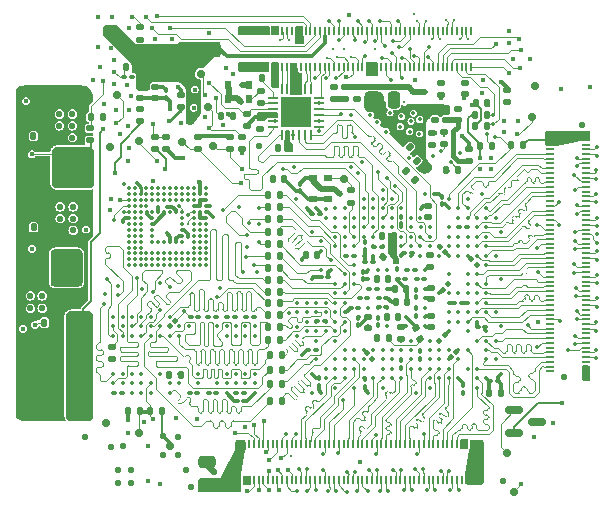
<source format=gbl>
G04 #@! TF.GenerationSoftware,KiCad,Pcbnew,8.0.0~rc2-1e5b68cb87~176~ubuntu22.04.1*
G04 #@! TF.CreationDate,2024-06-10T16:32:28+02:00*
G04 #@! TF.ProjectId,prova_fpga,70726f76-615f-4667-9067-612e6b696361,rev?*
G04 #@! TF.SameCoordinates,Original*
G04 #@! TF.FileFunction,Copper,L8,Bot*
G04 #@! TF.FilePolarity,Positive*
%FSLAX46Y46*%
G04 Gerber Fmt 4.6, Leading zero omitted, Abs format (unit mm)*
G04 Created by KiCad (PCBNEW 8.0.0~rc2-1e5b68cb87~176~ubuntu22.04.1) date 2024-06-10 16:32:28*
%MOMM*%
%LPD*%
G01*
G04 APERTURE LIST*
G04 Aperture macros list*
%AMRoundRect*
0 Rectangle with rounded corners*
0 $1 Rounding radius*
0 $2 $3 $4 $5 $6 $7 $8 $9 X,Y pos of 4 corners*
0 Add a 4 corners polygon primitive as box body*
4,1,4,$2,$3,$4,$5,$6,$7,$8,$9,$2,$3,0*
0 Add four circle primitives for the rounded corners*
1,1,$1+$1,$2,$3*
1,1,$1+$1,$4,$5*
1,1,$1+$1,$6,$7*
1,1,$1+$1,$8,$9*
0 Add four rect primitives between the rounded corners*
20,1,$1+$1,$2,$3,$4,$5,0*
20,1,$1+$1,$4,$5,$6,$7,0*
20,1,$1+$1,$6,$7,$8,$9,0*
20,1,$1+$1,$8,$9,$2,$3,0*%
G04 Aperture macros list end*
G04 #@! TA.AperFunction,SMDPad,CuDef*
%ADD10RoundRect,0.135000X-0.135000X-0.185000X0.135000X-0.185000X0.135000X0.185000X-0.135000X0.185000X0*%
G04 #@! TD*
G04 #@! TA.AperFunction,SMDPad,CuDef*
%ADD11RoundRect,0.100000X0.100000X-0.130000X0.100000X0.130000X-0.100000X0.130000X-0.100000X-0.130000X0*%
G04 #@! TD*
G04 #@! TA.AperFunction,SMDPad,CuDef*
%ADD12RoundRect,0.100000X-0.162635X0.021213X0.021213X-0.162635X0.162635X-0.021213X-0.021213X0.162635X0*%
G04 #@! TD*
G04 #@! TA.AperFunction,SMDPad,CuDef*
%ADD13RoundRect,0.135000X0.135000X0.185000X-0.135000X0.185000X-0.135000X-0.185000X0.135000X-0.185000X0*%
G04 #@! TD*
G04 #@! TA.AperFunction,SMDPad,CuDef*
%ADD14C,0.700000*%
G04 #@! TD*
G04 #@! TA.AperFunction,SMDPad,CuDef*
%ADD15RoundRect,0.100000X0.021213X0.162635X-0.162635X-0.021213X-0.021213X-0.162635X0.162635X0.021213X0*%
G04 #@! TD*
G04 #@! TA.AperFunction,SMDPad,CuDef*
%ADD16RoundRect,0.100000X-0.100000X0.130000X-0.100000X-0.130000X0.100000X-0.130000X0.100000X0.130000X0*%
G04 #@! TD*
G04 #@! TA.AperFunction,SMDPad,CuDef*
%ADD17RoundRect,0.100000X-0.130000X-0.100000X0.130000X-0.100000X0.130000X0.100000X-0.130000X0.100000X0*%
G04 #@! TD*
G04 #@! TA.AperFunction,SMDPad,CuDef*
%ADD18RoundRect,0.140000X-0.140000X-0.170000X0.140000X-0.170000X0.140000X0.170000X-0.140000X0.170000X0*%
G04 #@! TD*
G04 #@! TA.AperFunction,SMDPad,CuDef*
%ADD19RoundRect,0.150000X-0.587500X-0.150000X0.587500X-0.150000X0.587500X0.150000X-0.587500X0.150000X0*%
G04 #@! TD*
G04 #@! TA.AperFunction,SMDPad,CuDef*
%ADD20RoundRect,0.062500X-0.062500X0.350000X-0.062500X-0.350000X0.062500X-0.350000X0.062500X0.350000X0*%
G04 #@! TD*
G04 #@! TA.AperFunction,SMDPad,CuDef*
%ADD21RoundRect,0.062500X-0.350000X0.062500X-0.350000X-0.062500X0.350000X-0.062500X0.350000X0.062500X0*%
G04 #@! TD*
G04 #@! TA.AperFunction,HeatsinkPad*
%ADD22R,2.600000X2.600000*%
G04 #@! TD*
G04 #@! TA.AperFunction,SMDPad,CuDef*
%ADD23RoundRect,0.140000X-0.170000X0.140000X-0.170000X-0.140000X0.170000X-0.140000X0.170000X0.140000X0*%
G04 #@! TD*
G04 #@! TA.AperFunction,SMDPad,CuDef*
%ADD24RoundRect,0.140000X0.170000X-0.140000X0.170000X0.140000X-0.170000X0.140000X-0.170000X-0.140000X0*%
G04 #@! TD*
G04 #@! TA.AperFunction,SMDPad,CuDef*
%ADD25RoundRect,0.135000X-0.185000X0.135000X-0.185000X-0.135000X0.185000X-0.135000X0.185000X0.135000X0*%
G04 #@! TD*
G04 #@! TA.AperFunction,SMDPad,CuDef*
%ADD26RoundRect,0.147500X0.147500X0.172500X-0.147500X0.172500X-0.147500X-0.172500X0.147500X-0.172500X0*%
G04 #@! TD*
G04 #@! TA.AperFunction,SMDPad,CuDef*
%ADD27RoundRect,0.250000X0.325000X0.650000X-0.325000X0.650000X-0.325000X-0.650000X0.325000X-0.650000X0*%
G04 #@! TD*
G04 #@! TA.AperFunction,SMDPad,CuDef*
%ADD28RoundRect,0.140000X0.140000X0.170000X-0.140000X0.170000X-0.140000X-0.170000X0.140000X-0.170000X0*%
G04 #@! TD*
G04 #@! TA.AperFunction,SMDPad,CuDef*
%ADD29RoundRect,0.147500X0.172500X-0.147500X0.172500X0.147500X-0.172500X0.147500X-0.172500X-0.147500X0*%
G04 #@! TD*
G04 #@! TA.AperFunction,SMDPad,CuDef*
%ADD30RoundRect,0.100000X0.130000X0.100000X-0.130000X0.100000X-0.130000X-0.100000X0.130000X-0.100000X0*%
G04 #@! TD*
G04 #@! TA.AperFunction,SMDPad,CuDef*
%ADD31RoundRect,0.135000X0.185000X-0.135000X0.185000X0.135000X-0.185000X0.135000X-0.185000X-0.135000X0*%
G04 #@! TD*
G04 #@! TA.AperFunction,SMDPad,CuDef*
%ADD32R,0.200000X0.700000*%
G04 #@! TD*
G04 #@! TA.AperFunction,SMDPad,CuDef*
%ADD33RoundRect,0.250000X-0.250000X-0.475000X0.250000X-0.475000X0.250000X0.475000X-0.250000X0.475000X0*%
G04 #@! TD*
G04 #@! TA.AperFunction,SMDPad,CuDef*
%ADD34RoundRect,0.250000X0.475000X-0.250000X0.475000X0.250000X-0.475000X0.250000X-0.475000X-0.250000X0*%
G04 #@! TD*
G04 #@! TA.AperFunction,SMDPad,CuDef*
%ADD35RoundRect,0.147500X-0.147500X-0.172500X0.147500X-0.172500X0.147500X0.172500X-0.147500X0.172500X0*%
G04 #@! TD*
G04 #@! TA.AperFunction,SMDPad,CuDef*
%ADD36RoundRect,0.135000X0.226274X0.035355X0.035355X0.226274X-0.226274X-0.035355X-0.035355X-0.226274X0*%
G04 #@! TD*
G04 #@! TA.AperFunction,SMDPad,CuDef*
%ADD37C,0.350000*%
G04 #@! TD*
G04 #@! TA.AperFunction,SMDPad,CuDef*
%ADD38RoundRect,0.135000X0.220016X-0.063585X0.127670X0.190132X-0.220016X0.063585X-0.127670X-0.190132X0*%
G04 #@! TD*
G04 #@! TA.AperFunction,SMDPad,CuDef*
%ADD39RoundRect,0.100000X-0.021213X-0.162635X0.162635X0.021213X0.021213X0.162635X-0.162635X-0.021213X0*%
G04 #@! TD*
G04 #@! TA.AperFunction,SMDPad,CuDef*
%ADD40RoundRect,0.135000X-0.226274X-0.035355X-0.035355X-0.226274X0.226274X0.035355X0.035355X0.226274X0*%
G04 #@! TD*
G04 #@! TA.AperFunction,SMDPad,CuDef*
%ADD41R,0.800000X0.600000*%
G04 #@! TD*
G04 #@! TA.AperFunction,SMDPad,CuDef*
%ADD42R,0.700000X0.200000*%
G04 #@! TD*
G04 #@! TA.AperFunction,SMDPad,CuDef*
%ADD43R,0.600000X0.800000*%
G04 #@! TD*
G04 #@! TA.AperFunction,SMDPad,CuDef*
%ADD44RoundRect,0.140000X-0.002028X0.220218X-0.216520X0.040237X0.002028X-0.220218X0.216520X-0.040237X0*%
G04 #@! TD*
G04 #@! TA.AperFunction,SMDPad,CuDef*
%ADD45RoundRect,0.147500X-0.172500X0.147500X-0.172500X-0.147500X0.172500X-0.147500X0.172500X0.147500X0*%
G04 #@! TD*
G04 #@! TA.AperFunction,ViaPad*
%ADD46C,0.350000*%
G04 #@! TD*
G04 #@! TA.AperFunction,ViaPad*
%ADD47C,0.300000*%
G04 #@! TD*
G04 #@! TA.AperFunction,ViaPad*
%ADD48C,0.550000*%
G04 #@! TD*
G04 #@! TA.AperFunction,ViaPad*
%ADD49C,0.400000*%
G04 #@! TD*
G04 #@! TA.AperFunction,ViaPad*
%ADD50C,0.450000*%
G04 #@! TD*
G04 #@! TA.AperFunction,Conductor*
%ADD51C,0.104000*%
G04 #@! TD*
G04 #@! TA.AperFunction,Conductor*
%ADD52C,0.120000*%
G04 #@! TD*
G04 #@! TA.AperFunction,Conductor*
%ADD53C,0.300000*%
G04 #@! TD*
G04 #@! TA.AperFunction,Conductor*
%ADD54C,0.100000*%
G04 #@! TD*
G04 #@! TA.AperFunction,Conductor*
%ADD55C,0.200000*%
G04 #@! TD*
G04 #@! TA.AperFunction,Conductor*
%ADD56C,0.110000*%
G04 #@! TD*
G04 #@! TA.AperFunction,Conductor*
%ADD57C,0.114600*%
G04 #@! TD*
G04 #@! TA.AperFunction,Conductor*
%ADD58C,0.400000*%
G04 #@! TD*
G04 #@! TA.AperFunction,Conductor*
%ADD59C,0.500000*%
G04 #@! TD*
G04 #@! TA.AperFunction,Conductor*
%ADD60C,0.250000*%
G04 #@! TD*
G04 #@! TA.AperFunction,Conductor*
%ADD61C,0.150000*%
G04 #@! TD*
G04 APERTURE END LIST*
D10*
X138290000Y-118950000D03*
X139310000Y-118950000D03*
D11*
X131800000Y-106545000D03*
X131800000Y-105905000D03*
D12*
X146323726Y-112333726D03*
X146776274Y-112786274D03*
D13*
X130110000Y-118080000D03*
X129090000Y-118080000D03*
X130110000Y-112060000D03*
X129090000Y-112060000D03*
D14*
X149300000Y-128700000D03*
D15*
X144356274Y-114443726D03*
X143903726Y-114896274D03*
D16*
X136750000Y-117255000D03*
X136750000Y-117895000D03*
D14*
X118210000Y-127020000D03*
D17*
X136104998Y-116400000D03*
X136744998Y-116400000D03*
D18*
X132295000Y-111975000D03*
X133255000Y-111975000D03*
D10*
X109250000Y-109600000D03*
X110270000Y-109600000D03*
D19*
X149962500Y-127012500D03*
X149962500Y-125112500D03*
X151837500Y-126062500D03*
D20*
X130250000Y-97937500D03*
X130750000Y-97937500D03*
X131250000Y-97937500D03*
X131750000Y-97937500D03*
X132250000Y-97937500D03*
X132750000Y-97937500D03*
D21*
X133437500Y-98625000D03*
X133437500Y-99125000D03*
X133437500Y-99625000D03*
X133437500Y-100125000D03*
X133437500Y-100625000D03*
X133437500Y-101125000D03*
D20*
X132750000Y-101812500D03*
X132250000Y-101812500D03*
X131750000Y-101812500D03*
X131250000Y-101812500D03*
X130750000Y-101812500D03*
X130250000Y-101812500D03*
D21*
X129562500Y-101125000D03*
X129562500Y-100625000D03*
X129562500Y-100125000D03*
X129562500Y-99625000D03*
X129562500Y-99125000D03*
X129562500Y-98625000D03*
D22*
X131500000Y-99875000D03*
D23*
X128450000Y-100290000D03*
X128450000Y-101250000D03*
D14*
X120800000Y-128100000D03*
D24*
X121700000Y-99405000D03*
X121700000Y-98445000D03*
D23*
X142650000Y-107795000D03*
X142650000Y-108755000D03*
D25*
X126900000Y-101990000D03*
X126900000Y-103010000D03*
D26*
X140825000Y-114870000D03*
X139855000Y-114870000D03*
D27*
X112775000Y-112800000D03*
X109825000Y-112800000D03*
D28*
X140130000Y-117190000D03*
X139170000Y-117190000D03*
D29*
X144175000Y-100510000D03*
X144175000Y-99540000D03*
D17*
X124054998Y-117199999D03*
X124694998Y-117199999D03*
X144880000Y-116000000D03*
X145520000Y-116000000D03*
D30*
X145920000Y-109600000D03*
X145280000Y-109600000D03*
D31*
X127300000Y-101010000D03*
X127300000Y-99990000D03*
D14*
X118150000Y-102300000D03*
D16*
X140390000Y-120880000D03*
X140390000Y-121520000D03*
D26*
X130455000Y-105530000D03*
X129485000Y-105530000D03*
D18*
X138329998Y-113969999D03*
X139289998Y-113969999D03*
D25*
X118250000Y-92690000D03*
X118250000Y-93710000D03*
D12*
X143648726Y-111248726D03*
X144101274Y-111701274D03*
D11*
X143825000Y-107670000D03*
X143825000Y-107030000D03*
D14*
X123400000Y-96600000D03*
D17*
X126440000Y-124274999D03*
X127080000Y-124274999D03*
D13*
X129635000Y-97000000D03*
X128615000Y-97000000D03*
D30*
X137990000Y-112550000D03*
X137350000Y-112550000D03*
D31*
X118300000Y-100610000D03*
X118300000Y-99590000D03*
D10*
X109240000Y-101875000D03*
X110260000Y-101875000D03*
D27*
X112775000Y-119900000D03*
X109825000Y-119900000D03*
D30*
X139119998Y-116389999D03*
X138479998Y-116389999D03*
D16*
X145600000Y-122980000D03*
X145600000Y-123620000D03*
D17*
X140100000Y-113999999D03*
X140740000Y-113999999D03*
D13*
X118060000Y-96000000D03*
X117040000Y-96000000D03*
D32*
X126700000Y-92960000D03*
X126700000Y-96040000D03*
X127100000Y-92960000D03*
X127100000Y-96040000D03*
X127500000Y-92960000D03*
X127500000Y-96040000D03*
X127900000Y-92960000D03*
X127900000Y-96040000D03*
X128300000Y-92960000D03*
X128300000Y-96040000D03*
X128700000Y-92960000D03*
X128700000Y-96040000D03*
X129100000Y-92960000D03*
X129100000Y-96040000D03*
X129500000Y-92960000D03*
X129500000Y-96040000D03*
X129900000Y-92960000D03*
X129900000Y-96040000D03*
X130300000Y-92960000D03*
X130300000Y-96040000D03*
X130700000Y-92960000D03*
X130700000Y-96040000D03*
X131100000Y-92960000D03*
X131100000Y-96040000D03*
X131500000Y-92960000D03*
X131500000Y-96040000D03*
X131900000Y-92960000D03*
X131900000Y-96040000D03*
X132300000Y-92960000D03*
X132300000Y-96040000D03*
X132700000Y-92960000D03*
X132700000Y-96040000D03*
X133100000Y-92960000D03*
X133100000Y-96040000D03*
X133500000Y-92960000D03*
X133500000Y-96040000D03*
X133900000Y-92960000D03*
X133900000Y-96040000D03*
X134300000Y-92960000D03*
X134300000Y-96040000D03*
X134700000Y-92960000D03*
X134700000Y-96040000D03*
X135100000Y-92960000D03*
X135100000Y-96040000D03*
X135500000Y-92960000D03*
X135500000Y-96040000D03*
X135900000Y-92960000D03*
X135900000Y-96040000D03*
X136300000Y-92960000D03*
X136300000Y-96040000D03*
X136700000Y-92960000D03*
X136700000Y-96040000D03*
X137100000Y-92960000D03*
X137100000Y-96040000D03*
X137500000Y-92960000D03*
X137500000Y-96040000D03*
X137900000Y-92960000D03*
X137900000Y-96040000D03*
X138300000Y-92960000D03*
X138300000Y-96040000D03*
X138700000Y-92960000D03*
X138700000Y-96040000D03*
X139100000Y-92960000D03*
X139100000Y-96040000D03*
X139500000Y-92960000D03*
X139500000Y-96040000D03*
X139900000Y-92960000D03*
X139900000Y-96040000D03*
X140300000Y-92960000D03*
X140300000Y-96040000D03*
X140700000Y-92960000D03*
X140700000Y-96040000D03*
X141100000Y-92960000D03*
X141100000Y-96040000D03*
X141500000Y-92960000D03*
X141500000Y-96040000D03*
X141900000Y-92960000D03*
X141900000Y-96040000D03*
X142300000Y-92960000D03*
X142300000Y-96040000D03*
X142700000Y-92960000D03*
X142700000Y-96040000D03*
X143100000Y-92960000D03*
X143100000Y-96040000D03*
X143500000Y-92960000D03*
X143500000Y-96040000D03*
X143900000Y-92960000D03*
X143900000Y-96040000D03*
X144300000Y-92960000D03*
X144300000Y-96040000D03*
X144700000Y-92960000D03*
X144700000Y-96040000D03*
X145100000Y-92960000D03*
X145100000Y-96040000D03*
X145500000Y-92960000D03*
X145500000Y-96040000D03*
X145900000Y-92960000D03*
X145900000Y-96040000D03*
X146300000Y-92960000D03*
X146300000Y-96040000D03*
D14*
X116300000Y-98450000D03*
D15*
X145036274Y-120163726D03*
X144583726Y-120616274D03*
D13*
X130109998Y-117049999D03*
X129089998Y-117049999D03*
X130110000Y-119110000D03*
X129090000Y-119110000D03*
D25*
X115860000Y-119760000D03*
X115860000Y-120780000D03*
D30*
X133495000Y-108450000D03*
X132855000Y-108450000D03*
D33*
X137850000Y-98840000D03*
X139750000Y-98840000D03*
D17*
X141680000Y-114000000D03*
X142320000Y-114000000D03*
X138480000Y-115600000D03*
X139120000Y-115600000D03*
D13*
X118240000Y-125180000D03*
X117220000Y-125180000D03*
D24*
X142975000Y-102605000D03*
X142975000Y-101645000D03*
D34*
X123910000Y-131390000D03*
X123910000Y-129490000D03*
D13*
X130260000Y-122850000D03*
X129240000Y-122850000D03*
D23*
X143760000Y-97410000D03*
X143760000Y-98370000D03*
D28*
X130930000Y-102920000D03*
X129970000Y-102920000D03*
D17*
X122554998Y-117199999D03*
X123194998Y-117199999D03*
D13*
X121709998Y-122074999D03*
X120689998Y-122074999D03*
D17*
X137679998Y-114799999D03*
X138319998Y-114799999D03*
D35*
X138764999Y-110375002D03*
X139734999Y-110375000D03*
D17*
X116930000Y-96900000D03*
X117570000Y-96900000D03*
D31*
X149320000Y-99020000D03*
X149320000Y-98000000D03*
D28*
X140860000Y-115970000D03*
X139900000Y-115970000D03*
D17*
X140879998Y-113200000D03*
X141519998Y-113200000D03*
X138079999Y-111275000D03*
X138719999Y-111275000D03*
D16*
X137300000Y-122480000D03*
X137300000Y-123120000D03*
D29*
X135650000Y-98735000D03*
X135650000Y-97765000D03*
D13*
X130110000Y-108920000D03*
X129090000Y-108920000D03*
D36*
X142421248Y-104721248D03*
X141700000Y-104000000D03*
D14*
X112720000Y-117300000D03*
D30*
X136370000Y-112000000D03*
X135730000Y-112000000D03*
D13*
X130110000Y-109970000D03*
X129090000Y-109970000D03*
D16*
X139999999Y-112480001D03*
X139999999Y-113120001D03*
D13*
X120150000Y-125190000D03*
X119130000Y-125190000D03*
X150670000Y-102650000D03*
X149650000Y-102650000D03*
D14*
X115400000Y-126200000D03*
D13*
X130110000Y-111024999D03*
X129090000Y-111024999D03*
D31*
X143975000Y-102584999D03*
X143975000Y-101565001D03*
D10*
X147090000Y-102750000D03*
X148110000Y-102750000D03*
D31*
X119500000Y-103010000D03*
X119500000Y-101990000D03*
D37*
X117314998Y-106319999D03*
X117314998Y-106819999D03*
X117314998Y-107319999D03*
X117314998Y-107819999D03*
X117314998Y-108319999D03*
X117314998Y-108819999D03*
X117314998Y-109319999D03*
X117314998Y-109819999D03*
X117314998Y-110319999D03*
X117314998Y-110819999D03*
X117314998Y-111319999D03*
X117314998Y-111819999D03*
X117314998Y-112319999D03*
X117314998Y-112819999D03*
X117814998Y-106319999D03*
X117814998Y-106819999D03*
X117814998Y-107319999D03*
X117814998Y-107819999D03*
X117814998Y-108319999D03*
X117814998Y-108819999D03*
X117814998Y-109319999D03*
X117814998Y-109819999D03*
X117814998Y-110319999D03*
X117814998Y-110819999D03*
X117814998Y-111319999D03*
X117814998Y-111819999D03*
X117814998Y-112319999D03*
X117814998Y-112819999D03*
X118314998Y-106319999D03*
X118314998Y-106819999D03*
X118314998Y-107319999D03*
X118314998Y-107819999D03*
X118314998Y-108319999D03*
X118314998Y-108819999D03*
X118314998Y-109319999D03*
X118314998Y-109819999D03*
X118314998Y-110319999D03*
X118314998Y-110819999D03*
X118314998Y-111319999D03*
X118314998Y-111819999D03*
X118314998Y-112319999D03*
X118314998Y-112819999D03*
X118814998Y-106319999D03*
X118814998Y-106819999D03*
X118814998Y-107319999D03*
X118814998Y-107819999D03*
X118814998Y-111819999D03*
X118814998Y-112319999D03*
X118814998Y-112819999D03*
X119314998Y-106319999D03*
X119314998Y-106819999D03*
X119314998Y-107319999D03*
X119314998Y-108319999D03*
X119314998Y-108819999D03*
X119314998Y-109319999D03*
X119314998Y-109819999D03*
X119314998Y-110319999D03*
X119314998Y-110819999D03*
X119314998Y-111819999D03*
X119314998Y-112319999D03*
X119314998Y-112819999D03*
X119814998Y-106319999D03*
X119814998Y-106819999D03*
X119814998Y-107319999D03*
X119814998Y-108319999D03*
X119814998Y-110819999D03*
X119814998Y-111819999D03*
X119814998Y-112319999D03*
X119814998Y-112819999D03*
X120314998Y-106319999D03*
X120314998Y-106819999D03*
X120314998Y-107319999D03*
X120314998Y-108319999D03*
X120314998Y-110819999D03*
X120314998Y-111819999D03*
X120314998Y-112319999D03*
X120314998Y-112819999D03*
X120814998Y-106319999D03*
X120814998Y-106819999D03*
X120814998Y-107319999D03*
X120814998Y-108319999D03*
X120814998Y-110819999D03*
X120814998Y-111819999D03*
X120814998Y-112319999D03*
X120814998Y-112819999D03*
X121314998Y-106319999D03*
X121314998Y-106819999D03*
X121314998Y-107319999D03*
X121314998Y-108319999D03*
X121314998Y-110819999D03*
X121314998Y-111819999D03*
X121314998Y-112319999D03*
X121314998Y-112819999D03*
X121814998Y-106319999D03*
X121814998Y-106819999D03*
X121814998Y-107319999D03*
X121814998Y-108319999D03*
X121814998Y-108819999D03*
X121814998Y-109319999D03*
X121814998Y-109819999D03*
X121814998Y-110319999D03*
X121814998Y-110819999D03*
X121814998Y-111819999D03*
X121814998Y-112319999D03*
X121814998Y-112819999D03*
X122314998Y-106319999D03*
X122314998Y-106819999D03*
X122314998Y-107319999D03*
X122314998Y-111819999D03*
X122314998Y-112319999D03*
X122314998Y-112819999D03*
X122814998Y-106319999D03*
X122814998Y-106819999D03*
X122814998Y-107319999D03*
X122814998Y-107819999D03*
X122814998Y-108319999D03*
X122814998Y-108819999D03*
X122814998Y-109319999D03*
X122814998Y-109819999D03*
X122814998Y-110319999D03*
X122814998Y-110819999D03*
X122814998Y-111319999D03*
X122814998Y-111819999D03*
X122814998Y-112319999D03*
X122814998Y-112819999D03*
X123314998Y-106319999D03*
X123314998Y-106819999D03*
X123314998Y-107319999D03*
X123314998Y-107819999D03*
X123314998Y-108319999D03*
X123314998Y-108819999D03*
X123314998Y-109319999D03*
X123314998Y-109819999D03*
X123314998Y-110319999D03*
X123314998Y-110819999D03*
X123314998Y-111319999D03*
X123314998Y-111819999D03*
X123314998Y-112319999D03*
X123314998Y-112819999D03*
X123814998Y-106319999D03*
X123814998Y-106819999D03*
X123814998Y-107319999D03*
X123814998Y-107819999D03*
X123814998Y-108319999D03*
X123814998Y-108819999D03*
X123814998Y-109319999D03*
X123814998Y-109819999D03*
X123814998Y-110319999D03*
X123814998Y-110819999D03*
X123814998Y-111319999D03*
X123814998Y-111819999D03*
X123814998Y-112319999D03*
X123814998Y-112819999D03*
D13*
X147635000Y-101025000D03*
X146615000Y-101025000D03*
D38*
X141974430Y-119079243D03*
X141625570Y-118120757D03*
D11*
X120500000Y-98620000D03*
X120500000Y-97980000D03*
D23*
X145750000Y-97400000D03*
X145750000Y-98360000D03*
D27*
X112875000Y-105000000D03*
X109925000Y-105000000D03*
D39*
X143598726Y-119201274D03*
X144051274Y-118748726D03*
X120798724Y-117976273D03*
X121251272Y-117523725D03*
D24*
X145175000Y-100530000D03*
X145175000Y-99570000D03*
D17*
X132510000Y-119960000D03*
X133150000Y-119960000D03*
X133279998Y-117549999D03*
X133919998Y-117549999D03*
D40*
X140809376Y-104849376D03*
X141530624Y-105570624D03*
D11*
X141640000Y-115520000D03*
X141640000Y-114880000D03*
X142000000Y-120720000D03*
X142000000Y-120080000D03*
D14*
X115700000Y-102800000D03*
D13*
X126150000Y-100200000D03*
X125130000Y-100200000D03*
D31*
X125900000Y-103010000D03*
X125900000Y-101990000D03*
D30*
X116710000Y-123599999D03*
X116070000Y-123599999D03*
D25*
X140340000Y-118060000D03*
X140340000Y-119080000D03*
D18*
X147845000Y-123600000D03*
X148805000Y-123600000D03*
D14*
X121850000Y-102400000D03*
X149900000Y-132000000D03*
D11*
X140400000Y-109370000D03*
X140400000Y-108730000D03*
D40*
X140364376Y-102114376D03*
X141085624Y-102835624D03*
D41*
X132950000Y-107250000D03*
X132950000Y-105450000D03*
X134150000Y-105450000D03*
X134150000Y-107250000D03*
D13*
X130260000Y-120450000D03*
X129240000Y-120450000D03*
D17*
X146860000Y-118020000D03*
X147500000Y-118020000D03*
D14*
X151730000Y-97620000D03*
X151430000Y-100230000D03*
D27*
X112775000Y-122400000D03*
X109825000Y-122400000D03*
D24*
X134650000Y-98730000D03*
X134650000Y-97770000D03*
D25*
X120500000Y-101990000D03*
X120500000Y-103010000D03*
D42*
X156040000Y-102200000D03*
X152960000Y-102200000D03*
X156040000Y-102600000D03*
X152960000Y-102600000D03*
X156040000Y-103000000D03*
X152960000Y-103000000D03*
X156040000Y-103400000D03*
X152960000Y-103400000D03*
X156040000Y-103800000D03*
X152960000Y-103800000D03*
X156040000Y-104200000D03*
X152960000Y-104200000D03*
X156040000Y-104600000D03*
X152960000Y-104600000D03*
X156040000Y-105000000D03*
X152960000Y-105000000D03*
X156040000Y-105400000D03*
X152960000Y-105400000D03*
X156040000Y-105800000D03*
X152960000Y-105800000D03*
X156040000Y-106200000D03*
X152960000Y-106200000D03*
X156040000Y-106600000D03*
X152960000Y-106600000D03*
X156040000Y-107000000D03*
X152960000Y-107000000D03*
X156040000Y-107400000D03*
X152960000Y-107400000D03*
X156040000Y-107800000D03*
X152960000Y-107800000D03*
X156040000Y-108200000D03*
X152960000Y-108200000D03*
X156040000Y-108600000D03*
X152960000Y-108600000D03*
X156040000Y-109000000D03*
X152960000Y-109000000D03*
X156040000Y-109400000D03*
X152960000Y-109400000D03*
X156040000Y-109800000D03*
X152960000Y-109800000D03*
X156040000Y-110200000D03*
X152960000Y-110200000D03*
X156040000Y-110600000D03*
X152960000Y-110600000D03*
X156040000Y-111000000D03*
X152960000Y-111000000D03*
X156040000Y-111400000D03*
X152960000Y-111400000D03*
X156040000Y-111800000D03*
X152960000Y-111800000D03*
X156040000Y-112200000D03*
X152960000Y-112200000D03*
X156040000Y-112600000D03*
X152960000Y-112600000D03*
X156040000Y-113000000D03*
X152960000Y-113000000D03*
X156040000Y-113400000D03*
X152960000Y-113400000D03*
X156040000Y-113800000D03*
X152960000Y-113800000D03*
X156040000Y-114200000D03*
X152960000Y-114200000D03*
X156040000Y-114600000D03*
X152960000Y-114600000D03*
X156040000Y-115000000D03*
X152960000Y-115000000D03*
X156040000Y-115400000D03*
X152960000Y-115400000D03*
X156040000Y-115800000D03*
X152960000Y-115800000D03*
X156040000Y-116200000D03*
X152960000Y-116200000D03*
X156040000Y-116600000D03*
X152960000Y-116600000D03*
X156040000Y-117000000D03*
X152960000Y-117000000D03*
X156040000Y-117400000D03*
X152960000Y-117400000D03*
X156040000Y-117800000D03*
X152960000Y-117800000D03*
X156040000Y-118200000D03*
X152960000Y-118200000D03*
X156040000Y-118600000D03*
X152960000Y-118600000D03*
X156040000Y-119000000D03*
X152960000Y-119000000D03*
X156040000Y-119400000D03*
X152960000Y-119400000D03*
X156040000Y-119800000D03*
X152960000Y-119800000D03*
X156040000Y-120200000D03*
X152960000Y-120200000D03*
X156040000Y-120600000D03*
X152960000Y-120600000D03*
X156040000Y-121000000D03*
X152960000Y-121000000D03*
X156040000Y-121400000D03*
X152960000Y-121400000D03*
X156040000Y-121800000D03*
X152960000Y-121800000D03*
D13*
X130110000Y-113080000D03*
X129090000Y-113080000D03*
D17*
X126429998Y-123599999D03*
X127069998Y-123599999D03*
X136880000Y-115600000D03*
X137520000Y-115600000D03*
D16*
X138400000Y-117280000D03*
X138400000Y-117920000D03*
D30*
X127894998Y-117199999D03*
X127254998Y-117199999D03*
X134219998Y-113849999D03*
X133579998Y-113849999D03*
D14*
X124000000Y-99400000D03*
D13*
X130110000Y-107910000D03*
X129090000Y-107910000D03*
D11*
X141600000Y-117120000D03*
X141600000Y-116480000D03*
D23*
X136600000Y-97770000D03*
X136600000Y-98730000D03*
D25*
X128525000Y-98030000D03*
X128525000Y-99050000D03*
D31*
X123200000Y-103010000D03*
X123200000Y-101990000D03*
D13*
X130110000Y-114110000D03*
X129090000Y-114110000D03*
D16*
X137300000Y-110880000D03*
X137300000Y-111520000D03*
D10*
X114115000Y-100275000D03*
X115135000Y-100275000D03*
D13*
X130110000Y-106900000D03*
X129090000Y-106900000D03*
D30*
X126294998Y-117224999D03*
X125654998Y-117224999D03*
D10*
X110180000Y-117670000D03*
X111200000Y-117670000D03*
D14*
X135550000Y-105500000D03*
D24*
X142810000Y-112950000D03*
X142810000Y-111990000D03*
X119550000Y-98680000D03*
X119550000Y-97720000D03*
X137600000Y-118129999D03*
X137600000Y-117169999D03*
D23*
X143225000Y-99545000D03*
X143225000Y-100505000D03*
D11*
X133400000Y-123020000D03*
X133400000Y-122380000D03*
D14*
X124450000Y-102700000D03*
D23*
X142890000Y-114710000D03*
X142890000Y-115670000D03*
D13*
X145230000Y-104800000D03*
X144210000Y-104800000D03*
D17*
X140630000Y-111750000D03*
X141270000Y-111750000D03*
D13*
X130260000Y-124300000D03*
X129240000Y-124300000D03*
X130110000Y-116040000D03*
X129090000Y-116040000D03*
D25*
X136100000Y-106490000D03*
X136100000Y-107510000D03*
D31*
X114025000Y-102260000D03*
X114025000Y-101240000D03*
D13*
X130100000Y-115100000D03*
X129080000Y-115100000D03*
X130260000Y-121650000D03*
X129240000Y-121650000D03*
D16*
X137124999Y-113355001D03*
X137124999Y-113995001D03*
D43*
X125725000Y-97525000D03*
X127525000Y-97525000D03*
X127525000Y-98725000D03*
X125725000Y-98725000D03*
D17*
X147900000Y-122630000D03*
X148540000Y-122630000D03*
D44*
X139587700Y-111541463D03*
X138852298Y-112158539D03*
D45*
X118300000Y-97715000D03*
X118300000Y-98685000D03*
D27*
X112775000Y-125000000D03*
X109825000Y-125000000D03*
D10*
X146640000Y-100075000D03*
X147660000Y-100075000D03*
D28*
X147655000Y-99125000D03*
X146695000Y-99125000D03*
D32*
X126700000Y-127960000D03*
X126700000Y-131040000D03*
X127100000Y-127960000D03*
X127100000Y-131040000D03*
X127500000Y-127960000D03*
X127500000Y-131040000D03*
X127900000Y-127960000D03*
X127900000Y-131040000D03*
X128300000Y-127960000D03*
X128300000Y-131040000D03*
X128700000Y-127960000D03*
X128700000Y-131040000D03*
X129100000Y-127960000D03*
X129100000Y-131040000D03*
X129500000Y-127960000D03*
X129500000Y-131040000D03*
X129900000Y-127960000D03*
X129900000Y-131040000D03*
X130300000Y-127960000D03*
X130300000Y-131040000D03*
X130700000Y-127960000D03*
X130700000Y-131040000D03*
X131100000Y-127960000D03*
X131100000Y-131040000D03*
X131500000Y-127960000D03*
X131500000Y-131040000D03*
X131900000Y-127960000D03*
X131900000Y-131040000D03*
X132300000Y-127960000D03*
X132300000Y-131040000D03*
X132700000Y-127960000D03*
X132700000Y-131040000D03*
X133100000Y-127960000D03*
X133100000Y-131040000D03*
X133500000Y-127960000D03*
X133500000Y-131040000D03*
X133900000Y-127960000D03*
X133900000Y-131040000D03*
X134300000Y-127960000D03*
X134300000Y-131040000D03*
X134700000Y-127960000D03*
X134700000Y-131040000D03*
X135100000Y-127960000D03*
X135100000Y-131040000D03*
X135500000Y-127960000D03*
X135500000Y-131040000D03*
X135900000Y-127960000D03*
X135900000Y-131040000D03*
X136300000Y-127960000D03*
X136300000Y-131040000D03*
X136700000Y-127960000D03*
X136700000Y-131040000D03*
X137100000Y-127960000D03*
X137100000Y-131040000D03*
X137500000Y-127960000D03*
X137500000Y-131040000D03*
X137900000Y-127960000D03*
X137900000Y-131040000D03*
X138300000Y-127960000D03*
X138300000Y-131040000D03*
X138700000Y-127960000D03*
X138700000Y-131040000D03*
X139100000Y-127960000D03*
X139100000Y-131040000D03*
X139500000Y-127960000D03*
X139500000Y-131040000D03*
X139900000Y-127960000D03*
X139900000Y-131040000D03*
X140300000Y-127960000D03*
X140300000Y-131040000D03*
X140700000Y-127960000D03*
X140700000Y-131040000D03*
X141100000Y-127960000D03*
X141100000Y-131040000D03*
X141500000Y-127960000D03*
X141500000Y-131040000D03*
X141900000Y-127960000D03*
X141900000Y-131040000D03*
X142300000Y-127960000D03*
X142300000Y-131040000D03*
X142700000Y-127960000D03*
X142700000Y-131040000D03*
X143100000Y-127960000D03*
X143100000Y-131040000D03*
X143500000Y-127960000D03*
X143500000Y-131040000D03*
X143900000Y-127960000D03*
X143900000Y-131040000D03*
X144300000Y-127960000D03*
X144300000Y-131040000D03*
X144700000Y-127960000D03*
X144700000Y-131040000D03*
X145100000Y-127960000D03*
X145100000Y-131040000D03*
X145500000Y-127960000D03*
X145500000Y-131040000D03*
X145900000Y-127960000D03*
X145900000Y-131040000D03*
X146300000Y-127960000D03*
X146300000Y-131040000D03*
D17*
X122479998Y-123599999D03*
X123119998Y-123599999D03*
D30*
X124719998Y-123599999D03*
X124079998Y-123599999D03*
D12*
X137473726Y-120273726D03*
X137926274Y-120726274D03*
D24*
X146100000Y-103955000D03*
X146100000Y-102995000D03*
X142900000Y-118080000D03*
X142900000Y-117120000D03*
D46*
X155130000Y-110760000D03*
X132379910Y-131900000D03*
X141550000Y-130090000D03*
X131710000Y-130100000D03*
X145200000Y-110400000D03*
X141100000Y-94475000D03*
X146000000Y-114400000D03*
X151875000Y-109375000D03*
X133600000Y-123599999D03*
D47*
X131025000Y-128950000D03*
D48*
X126100000Y-130600000D03*
D46*
X140400000Y-120800000D03*
X137200000Y-120000000D03*
X133999998Y-121599999D03*
D49*
X127150000Y-126550000D03*
D46*
X138800000Y-123200000D03*
X137200000Y-122400000D03*
X134800000Y-119200000D03*
D48*
X126100000Y-131700000D03*
D46*
X156954081Y-102782455D03*
X146800000Y-109600000D03*
X147600000Y-120800000D03*
X156913108Y-105561535D03*
X156850000Y-106750000D03*
X133050000Y-96975000D03*
X131275000Y-104500000D03*
X134799998Y-109599999D03*
X147600000Y-109600000D03*
D49*
X149525000Y-96575000D03*
D46*
X145200000Y-108800000D03*
X136400000Y-121600000D03*
X155020000Y-113450000D03*
X134799998Y-108799999D03*
X134025000Y-96975000D03*
D49*
X115100000Y-97200000D03*
D46*
X135100000Y-93725000D03*
X139050000Y-94270000D03*
X139599999Y-107200001D03*
D49*
X126900000Y-103300000D03*
D46*
X141200000Y-121600000D03*
X156950000Y-109500000D03*
X148150000Y-100900000D03*
X131500000Y-107200000D03*
D47*
X134950000Y-95225000D03*
D46*
X147680000Y-101690000D03*
X138800000Y-107999999D03*
D49*
X123800000Y-98450001D03*
D46*
X137775000Y-100075000D03*
X138410000Y-104920000D03*
X138000000Y-107200000D03*
X139710000Y-93810000D03*
X136400000Y-110400000D03*
X142014998Y-109594999D03*
X140220000Y-94340000D03*
X156913108Y-104761535D03*
X146800000Y-110400000D03*
X146000000Y-120000000D03*
X142700000Y-94350000D03*
X143600000Y-112000000D03*
X139600000Y-122400000D03*
D49*
X119400000Y-100900000D03*
D46*
X138580000Y-92160000D03*
X137199998Y-108799999D03*
X148130000Y-100120000D03*
X138000000Y-107999999D03*
X140130000Y-92180000D03*
D47*
X139900000Y-92960000D03*
D46*
X142800000Y-109600000D03*
X156950000Y-108800000D03*
X147600000Y-112800000D03*
X147600000Y-116800000D03*
X136799999Y-115600001D03*
X136799999Y-116400001D03*
X115989998Y-117999999D03*
X133599998Y-110799999D03*
X133199998Y-116799999D03*
X120789998Y-118799999D03*
X143250000Y-131890000D03*
X155180000Y-114720000D03*
X148400000Y-119200000D03*
X138250000Y-127225000D03*
X139600000Y-120800000D03*
X121589998Y-121999999D03*
X133999998Y-115999999D03*
X134799998Y-116799999D03*
X120789998Y-121999999D03*
X135599998Y-117599999D03*
X138570000Y-131920000D03*
X156975000Y-113650000D03*
X156925000Y-112350000D03*
X133999998Y-108024999D03*
D47*
X136125000Y-95200000D03*
D49*
X135725000Y-96925000D03*
D46*
X135599998Y-111199999D03*
X144400000Y-108000000D03*
X146000000Y-109600000D03*
X146000000Y-112000000D03*
D49*
X149825000Y-95375000D03*
D46*
X147200000Y-106800000D03*
D49*
X149525000Y-94005000D03*
D48*
X153950000Y-101775000D03*
D46*
X148400000Y-112000000D03*
X148800000Y-110000000D03*
X143600000Y-111200000D03*
X139520000Y-97100000D03*
X139850000Y-106100000D03*
X140399999Y-111200001D03*
X141199999Y-111200001D03*
X138725000Y-95250000D03*
X139560000Y-94880000D03*
X142799998Y-111200000D03*
X144537979Y-131877291D03*
X155110000Y-118799227D03*
X141311337Y-131863257D03*
X136400000Y-120800000D03*
X144400000Y-114400000D03*
D49*
X151995000Y-117650000D03*
D46*
X148800000Y-118000000D03*
D48*
X156025000Y-122300000D03*
D46*
X143600000Y-119200000D03*
X156950000Y-110200000D03*
X146800000Y-117600000D03*
X146800000Y-115200000D03*
X144400000Y-116000000D03*
X147600000Y-122400000D03*
D49*
X136875000Y-129500000D03*
D46*
X148400000Y-120800000D03*
X141600000Y-123600000D03*
D48*
X146950000Y-131050000D03*
D46*
X142000000Y-120800000D03*
X145200000Y-120000000D03*
X145200000Y-122400000D03*
X141999999Y-112000001D03*
X140470000Y-97000000D03*
D49*
X119390000Y-125860000D03*
D46*
X136399998Y-111999999D03*
X136799999Y-117200001D03*
X119189998Y-122799999D03*
X121990000Y-116730000D03*
X155248047Y-117400000D03*
X139600000Y-112000000D03*
X119989998Y-117999999D03*
X134799998Y-118399999D03*
X147600000Y-112000000D03*
X138360000Y-130170000D03*
X155250000Y-116700000D03*
X147600000Y-111200000D03*
X136450000Y-130290000D03*
X156971519Y-115625000D03*
X143600000Y-122400000D03*
X156911519Y-117650000D03*
D49*
X126150000Y-96620000D03*
X122900000Y-97950000D03*
X116100000Y-96450000D03*
D47*
X135900000Y-92960000D03*
D46*
X156905856Y-119996498D03*
X121589998Y-118799999D03*
X118389998Y-118799999D03*
X120000000Y-116640000D03*
X134799998Y-115999999D03*
X117589998Y-121999999D03*
X124790000Y-115520000D03*
X134799998Y-114399999D03*
X127900000Y-112800000D03*
X117589998Y-118799999D03*
X120800000Y-114640000D03*
X118389998Y-117999999D03*
X135599998Y-114399999D03*
X117589998Y-122799999D03*
X126960000Y-113430000D03*
X119324998Y-115074999D03*
X117589998Y-117999999D03*
X116789998Y-122799999D03*
X125330000Y-108150000D03*
X136399998Y-112799999D03*
X128299998Y-110874999D03*
X116789998Y-117999999D03*
X135600000Y-113600000D03*
X115989998Y-122799999D03*
X118010000Y-113880000D03*
X116439998Y-115324999D03*
X116789998Y-118799999D03*
X119989998Y-121999999D03*
X127274998Y-112124999D03*
X133600000Y-113200000D03*
X128300000Y-107990000D03*
X116789998Y-121999999D03*
X134799998Y-111199999D03*
X134400000Y-112400000D03*
X127300000Y-110300000D03*
X118389998Y-121999999D03*
X146000000Y-118400000D03*
X151900000Y-119775000D03*
X115989998Y-118799999D03*
X115450000Y-113990000D03*
X140400000Y-130140000D03*
D49*
X150470000Y-96120000D03*
D46*
X144400000Y-109600000D03*
X156971519Y-116325000D03*
X155000000Y-105150000D03*
X146000000Y-113600000D03*
X156975000Y-114350000D03*
X146000000Y-111200000D03*
D49*
X150550000Y-94625000D03*
D46*
X156911519Y-118350000D03*
X135750000Y-130290000D03*
X145237979Y-131877291D03*
X146000000Y-117600000D03*
X142800000Y-122400000D03*
X146800000Y-111200000D03*
X156850000Y-107450000D03*
X146800000Y-121600000D03*
X155180000Y-115420000D03*
X147600000Y-120000000D03*
D49*
X116250000Y-100800000D03*
X124100000Y-101200000D03*
D47*
X134100000Y-95250000D03*
D46*
X130350000Y-104700000D03*
X136399998Y-111199999D03*
X134800000Y-108000000D03*
X134890000Y-97000000D03*
X154490000Y-119990000D03*
X144400000Y-115200000D03*
X153850000Y-117525000D03*
X146800000Y-119200000D03*
X156905856Y-120696498D03*
X155250000Y-107750000D03*
X137660000Y-130170000D03*
X142800000Y-120000000D03*
X142275000Y-127150000D03*
X143600000Y-121600000D03*
X132410000Y-130100000D03*
X145200000Y-120800000D03*
X144400000Y-117600000D03*
X155075000Y-106450000D03*
X151100000Y-117900000D03*
X144400000Y-116800000D03*
X156954081Y-103582455D03*
X146000000Y-110400000D03*
D49*
X148375000Y-94100000D03*
D46*
X139700000Y-130140000D03*
X145200000Y-117600000D03*
X153700000Y-107450000D03*
X156940000Y-110920000D03*
X145200000Y-115200000D03*
X155020000Y-112750000D03*
X142800000Y-121600000D03*
X156925000Y-111650000D03*
X146800000Y-112000000D03*
X155250000Y-108450000D03*
X140611337Y-131863257D03*
X142680000Y-95230000D03*
X144400000Y-111200000D03*
X139270000Y-131920000D03*
X142250000Y-130090000D03*
X147600000Y-119200000D03*
X146000000Y-116800000D03*
X153725000Y-109425000D03*
X141200000Y-120800000D03*
X155110000Y-119499227D03*
D49*
X108600000Y-98920000D03*
D48*
X112550000Y-100020000D03*
X112600000Y-109870000D03*
X127850000Y-96050000D03*
X115845000Y-128190000D03*
X116850000Y-128150000D03*
X108990000Y-115417500D03*
X112550000Y-102020000D03*
X111500000Y-108870000D03*
X111450000Y-100020000D03*
X109990000Y-115417500D03*
X127000000Y-96050000D03*
X111500000Y-107870000D03*
X112600000Y-107870000D03*
X128650000Y-92950000D03*
X127750000Y-92950000D03*
X108990000Y-116470000D03*
X126900000Y-92950000D03*
X112550000Y-101020000D03*
X112600000Y-108870000D03*
X128725000Y-96050000D03*
X109990000Y-116470000D03*
X111450000Y-101020000D03*
D49*
X151750000Y-97550000D03*
D46*
X133420000Y-101430000D03*
X137999998Y-110399999D03*
X142000000Y-110400000D03*
X135300000Y-100050000D03*
X133400000Y-99125000D03*
D49*
X124150000Y-97350000D03*
D46*
X141999999Y-111200001D03*
X129725000Y-100625000D03*
X136475000Y-101950000D03*
X142800000Y-110400000D03*
X137199998Y-109599999D03*
X131250000Y-101812500D03*
X141200000Y-119200000D03*
D50*
X150475000Y-125100000D03*
D49*
X143760000Y-97370000D03*
D50*
X150200000Y-101750000D03*
X149100000Y-101580000D03*
D49*
X142910000Y-102670000D03*
X145760000Y-97370000D03*
X147690000Y-99280000D03*
X150500000Y-131360000D03*
D46*
X142800000Y-119200000D03*
D50*
X145875000Y-103975000D03*
X142400000Y-98125000D03*
X147190000Y-98260000D03*
D46*
X139599999Y-109600001D03*
X141730000Y-104080000D03*
X141080000Y-102940000D03*
X137200000Y-107200000D03*
X141200000Y-110400000D03*
X143759999Y-103130000D03*
X143080000Y-103580000D03*
D47*
X141600000Y-105520000D03*
D46*
X145360000Y-103325000D03*
X142400000Y-106800000D03*
X136399998Y-108799999D03*
X144600000Y-104100000D03*
X139440000Y-99920000D03*
X140399999Y-108000001D03*
X144400000Y-107200000D03*
X148330000Y-101970000D03*
D49*
X149250000Y-99100000D03*
D46*
X115240000Y-116080000D03*
X115989998Y-121999999D03*
X136399998Y-114399999D03*
X119189998Y-117999999D03*
X140400000Y-100225000D03*
X136100000Y-104500000D03*
X139200000Y-105450000D03*
X138800000Y-108800000D03*
D47*
X140660000Y-99000000D03*
X141750000Y-92175000D03*
X142450000Y-92175000D03*
X144150000Y-92050000D03*
X145325000Y-93625000D03*
X142951504Y-93639446D03*
X146025000Y-93625000D03*
X143651504Y-93639446D03*
D46*
X138800000Y-109600000D03*
X141950000Y-100480000D03*
X141920000Y-101680000D03*
X140400000Y-110400000D03*
D47*
X144850000Y-92050000D03*
D46*
X138350000Y-100700000D03*
X135599998Y-108799999D03*
X137999998Y-109599999D03*
X141100000Y-101500000D03*
D49*
X109377499Y-117882500D03*
X116100000Y-95450000D03*
X114740000Y-94330000D03*
X108352500Y-118207501D03*
X113680000Y-109800000D03*
X114850000Y-96050000D03*
X117301999Y-92748000D03*
X109250000Y-109595000D03*
X109250000Y-101875000D03*
X115800000Y-94450000D03*
X116100000Y-97450000D03*
X119950000Y-131350000D03*
X118975002Y-128150000D03*
X114286125Y-97099930D03*
D46*
X118023542Y-105891000D03*
X138799999Y-107200001D03*
X122300000Y-108540000D03*
D49*
X116590000Y-107300000D03*
D46*
X141200000Y-108799997D03*
X142000000Y-108800000D03*
X116060000Y-108970000D03*
X116900000Y-108350000D03*
X141200000Y-109600000D03*
X139600000Y-107999999D03*
X117814998Y-106819999D03*
D49*
X118300000Y-99650000D03*
D46*
X121600000Y-107810000D03*
X139599999Y-108800001D03*
D47*
X122310000Y-109310000D03*
D49*
X115700000Y-102800000D03*
D46*
X135599998Y-115199999D03*
X118389998Y-122799999D03*
X127510000Y-109280000D03*
D49*
X126925000Y-104635000D03*
D46*
X135599998Y-115999999D03*
X119189998Y-118799999D03*
X134000000Y-118400000D03*
X119989998Y-118799999D03*
X120789998Y-117199999D03*
X134799998Y-117599999D03*
X133200000Y-120799999D03*
X120789998Y-123599999D03*
D49*
X126800000Y-105900000D03*
D46*
X135599998Y-110399999D03*
D49*
X119700000Y-104000000D03*
D46*
X131599998Y-115999999D03*
X127989998Y-117999999D03*
X132399998Y-116799999D03*
X126389998Y-121999999D03*
X132400000Y-116000000D03*
X126389998Y-117999999D03*
X127989998Y-121999999D03*
X131574998Y-118024999D03*
X127989998Y-118799999D03*
X133200000Y-119199999D03*
X134000000Y-116799999D03*
X126389998Y-118799999D03*
X131599998Y-118799999D03*
X127189998Y-122799999D03*
X127189998Y-121999999D03*
X132400000Y-117600000D03*
X130887498Y-116837499D03*
X125589998Y-118799999D03*
X145200000Y-116800000D03*
X151960000Y-113400000D03*
X145200000Y-111200000D03*
X141475000Y-95100000D03*
X133775000Y-130175000D03*
X140400000Y-120000000D03*
X142550000Y-131890000D03*
X140420000Y-95310000D03*
X144400000Y-110400000D03*
X140400000Y-122400000D03*
X133130000Y-131890000D03*
X155130000Y-111460000D03*
X125589998Y-121999999D03*
X133199998Y-118399999D03*
D49*
X120800000Y-92775000D03*
D46*
X140400000Y-119200000D03*
D49*
X117301999Y-99652000D03*
X115400000Y-126200000D03*
X123080000Y-125880000D03*
X119700000Y-91700000D03*
D47*
X130160000Y-93750000D03*
D46*
X137325000Y-93950000D03*
D49*
X116250000Y-99650000D03*
D46*
X135100000Y-92150000D03*
X137300000Y-95110000D03*
D49*
X122800000Y-99500000D03*
D47*
X130860000Y-93750000D03*
D46*
X136450000Y-93750000D03*
D49*
X115200000Y-99150000D03*
X124680000Y-98690000D03*
D46*
X135599998Y-109599999D03*
D49*
X118802000Y-91800000D03*
D46*
X138175000Y-93800000D03*
D49*
X121700000Y-100800000D03*
D47*
X134590000Y-94500000D03*
D48*
X114100000Y-105920000D03*
D46*
X133199998Y-107999999D03*
D50*
X131500000Y-98000000D03*
X131825000Y-93800000D03*
D49*
X135950000Y-91600000D03*
D46*
X135600000Y-108000000D03*
X121450000Y-110420000D03*
D50*
X153225000Y-126150000D03*
X131525000Y-97050000D03*
D48*
X113200000Y-105520000D03*
D47*
X118840000Y-108300000D03*
D49*
X125736999Y-100001969D03*
D48*
X114100000Y-104020000D03*
D50*
X134650000Y-98750000D03*
D48*
X114100000Y-104970000D03*
D49*
X129525000Y-105425000D03*
X117300000Y-102900000D03*
X147075000Y-104700000D03*
D50*
X151650000Y-127375000D03*
D48*
X113200000Y-104520000D03*
D46*
X140800000Y-118000000D03*
D49*
X109100000Y-103420000D03*
D47*
X119810000Y-107880000D03*
D49*
X125510000Y-96100000D03*
X147075000Y-103725000D03*
D46*
X142025000Y-108025000D03*
X138825000Y-106425000D03*
D48*
X111200000Y-113850000D03*
D47*
X140840000Y-104740000D03*
D48*
X112700000Y-111970000D03*
D46*
X138000000Y-108800000D03*
X138800000Y-110400000D03*
D50*
X128450000Y-100290000D03*
D49*
X109125000Y-111420000D03*
D46*
X139999999Y-117200001D03*
X138399999Y-114000001D03*
D50*
X130925000Y-102925000D03*
D49*
X116110000Y-105030000D03*
D46*
X139199999Y-114800001D03*
X123310000Y-107820000D03*
X138400000Y-118800000D03*
X140399999Y-109600001D03*
X118310000Y-108820000D03*
X124450000Y-108775000D03*
D48*
X111225000Y-112275000D03*
D49*
X137800000Y-95930000D03*
D46*
X138399999Y-115600001D03*
D49*
X115750000Y-108170000D03*
D46*
X137999999Y-111200001D03*
D48*
X112700000Y-114070000D03*
D50*
X156400000Y-97700000D03*
D47*
X138150000Y-94530000D03*
D46*
X138399999Y-117200001D03*
D49*
X120350000Y-104700000D03*
D46*
X139199999Y-116400001D03*
D48*
X112700000Y-113020000D03*
D46*
X139199999Y-118000001D03*
D49*
X137800000Y-96610000D03*
D47*
X141425000Y-91525000D03*
D50*
X138450000Y-98950000D03*
D48*
X128350000Y-102700000D03*
D46*
X142399999Y-118000001D03*
X137599999Y-114800001D03*
X137599999Y-116400001D03*
X137599999Y-113200001D03*
X140799999Y-113200001D03*
D48*
X113640000Y-123357499D03*
D46*
X138000000Y-112000000D03*
D48*
X113640000Y-124307499D03*
D46*
X140399999Y-112000001D03*
X139199999Y-113200001D03*
X142399999Y-114800001D03*
X141599999Y-114000001D03*
X141599999Y-115600001D03*
D48*
X113640000Y-120507499D03*
X113640000Y-122407499D03*
X113640000Y-121457499D03*
X113640000Y-119570000D03*
D46*
X137599999Y-118000001D03*
X142399999Y-116400001D03*
D49*
X115160000Y-101300000D03*
D46*
X141599999Y-117200001D03*
X142399999Y-113200001D03*
X116789998Y-117199999D03*
X116789998Y-123599999D03*
X118389998Y-123599999D03*
D49*
X118975001Y-131123000D03*
D46*
X136400000Y-113600000D03*
D49*
X117250000Y-127050000D03*
D46*
X127189998Y-117999999D03*
D48*
X120225001Y-128923000D03*
X121525001Y-128923000D03*
D46*
X122389998Y-123599999D03*
X134800000Y-110400000D03*
X134399998Y-113199999D03*
X133199998Y-117599999D03*
X135600000Y-116800000D03*
D48*
X121525001Y-127323000D03*
D46*
X125589998Y-117999999D03*
X133199998Y-115999999D03*
X120789998Y-117999999D03*
X127989998Y-117199999D03*
X126389998Y-117199999D03*
X131999998Y-120399999D03*
X123189998Y-121999999D03*
D48*
X120225001Y-127298000D03*
D46*
X124789998Y-123599999D03*
D49*
X116600000Y-101700000D03*
D46*
X118389998Y-117199999D03*
X122389998Y-117999999D03*
X127989998Y-122799999D03*
X125589998Y-123599999D03*
X120789998Y-122799999D03*
X132799998Y-109999999D03*
X123989998Y-117199999D03*
X131999998Y-112399999D03*
X126389998Y-123599999D03*
X134282000Y-92118000D03*
X136710000Y-92150000D03*
D49*
X120800000Y-99600000D03*
X120750000Y-100650000D03*
D46*
X141410000Y-99930000D03*
X136700000Y-105020000D03*
D49*
X126830000Y-98990000D03*
X122520000Y-100690000D03*
X115350000Y-92830000D03*
X116125000Y-92825000D03*
X124900000Y-94125000D03*
D46*
X146800000Y-113600000D03*
X147600000Y-114400000D03*
X138800000Y-122400000D03*
X138000000Y-122400000D03*
X134800000Y-122400000D03*
X135600000Y-122400000D03*
X155275000Y-103700000D03*
X147600000Y-108800000D03*
X146800000Y-123200000D03*
X134150000Y-131950000D03*
X144400000Y-121600000D03*
X146800000Y-122400000D03*
X147600000Y-116000000D03*
X147600000Y-108000000D03*
X144400000Y-122400000D03*
X145200000Y-108000000D03*
X146800000Y-116000000D03*
X146000000Y-108000000D03*
X134850000Y-131950000D03*
X146000000Y-108800000D03*
X151850000Y-111400000D03*
X146000000Y-115200000D03*
X146800000Y-116800000D03*
X144425812Y-130205667D03*
X155275000Y-104400000D03*
X143725812Y-130205667D03*
X146800000Y-114400000D03*
X146800000Y-108800000D03*
X147600000Y-115200000D03*
X131475000Y-127100000D03*
X136400000Y-120000000D03*
D49*
X154000000Y-124500000D03*
X119300000Y-92750000D03*
X150375000Y-93625000D03*
D46*
X145200000Y-112000000D03*
X137650000Y-92175000D03*
D49*
X117575000Y-91825000D03*
D46*
X133437500Y-100625000D03*
X126389998Y-122799999D03*
X132399998Y-118399999D03*
D50*
X143775000Y-98675000D03*
D46*
X125589998Y-122799999D03*
D47*
X135500000Y-127960000D03*
D46*
X124200000Y-107810000D03*
D47*
X134300000Y-92960000D03*
D46*
X137200000Y-112000000D03*
D49*
X151250000Y-95400000D03*
D46*
X145600000Y-123600000D03*
D47*
X133500000Y-131040000D03*
X133500000Y-127960000D03*
D46*
X123989998Y-123599999D03*
X144400000Y-118400000D03*
D50*
X149100000Y-100600000D03*
D48*
X122200000Y-130200000D03*
D47*
X139500000Y-131040000D03*
D46*
X138399999Y-118000001D03*
D49*
X117290000Y-125890000D03*
D46*
X127189998Y-118799999D03*
X141599999Y-113200001D03*
D49*
X123800000Y-100300000D03*
D48*
X108300000Y-101020000D03*
X124500000Y-130300000D03*
X110177500Y-120582501D03*
X109300000Y-107770000D03*
X109210000Y-105585000D03*
X113600000Y-127400000D03*
X111350000Y-115970000D03*
D46*
X142800000Y-123200000D03*
X127330000Y-111275000D03*
D49*
X111575000Y-97970000D03*
D48*
X109300000Y-101010000D03*
D46*
X132799998Y-121999999D03*
X127189998Y-117199999D03*
D48*
X155650000Y-100975000D03*
D46*
X128210000Y-113430000D03*
X117589998Y-123599999D03*
X140800000Y-114000000D03*
X119990000Y-114350000D03*
X141210000Y-100630000D03*
D48*
X117500000Y-131300000D03*
D46*
X126660000Y-107890000D03*
D47*
X156040000Y-114600000D03*
D49*
X115860000Y-120780000D03*
D46*
X127189998Y-123599999D03*
D48*
X108350000Y-107770000D03*
D47*
X145500000Y-131040000D03*
D48*
X110300000Y-100020000D03*
D46*
X132799998Y-113999999D03*
X145200000Y-109600000D03*
X142399999Y-114000001D03*
X139199999Y-117200001D03*
D47*
X152960000Y-113400000D03*
D46*
X138399999Y-113200001D03*
X135599998Y-111999999D03*
D50*
X139950000Y-98550000D03*
D48*
X108350000Y-108750000D03*
X109300000Y-108750000D03*
D46*
X142399999Y-115600001D03*
X138000000Y-120800000D03*
D50*
X148025000Y-104675000D03*
D46*
X148400000Y-108800000D03*
X115989998Y-117199999D03*
X139199999Y-115600001D03*
D47*
X141500000Y-127960000D03*
D49*
X119575000Y-93700000D03*
D46*
X138799999Y-112000001D03*
D47*
X152960000Y-119800000D03*
D49*
X134775000Y-97825000D03*
D46*
X143600000Y-115200000D03*
X133199998Y-119999999D03*
X144320000Y-104820000D03*
D49*
X117570000Y-96900000D03*
D46*
X120540000Y-110120000D03*
X142799999Y-108800001D03*
D50*
X143225000Y-100505000D03*
D46*
X142000000Y-120000000D03*
X146000000Y-107200000D03*
D50*
X129675000Y-96025000D03*
D46*
X146000000Y-116000000D03*
D47*
X127500000Y-127950000D03*
X139500000Y-127960000D03*
D50*
X129650000Y-97600000D03*
D46*
X119900000Y-108860000D03*
D50*
X148025000Y-103725000D03*
D46*
X123189998Y-122799999D03*
X140799999Y-117200000D03*
D49*
X115930000Y-91775000D03*
D46*
X147600000Y-110400000D03*
D49*
X110100000Y-98470000D03*
D46*
X147600000Y-118400000D03*
D47*
X135550000Y-94500000D03*
D46*
X122310000Y-110430000D03*
D48*
X109200000Y-113470000D03*
D46*
X132575000Y-99150000D03*
D48*
X108600000Y-123700000D03*
D46*
X138399999Y-116400001D03*
X134799998Y-115199999D03*
X137599999Y-117200001D03*
D47*
X152960000Y-117800000D03*
D46*
X137200000Y-108000000D03*
D47*
X136700000Y-92960000D03*
D48*
X109200000Y-112470000D03*
D47*
X152960000Y-107400000D03*
D46*
X142399999Y-117200001D03*
D48*
X117500000Y-130200000D03*
D47*
X156040000Y-112600000D03*
D46*
X141599999Y-114800001D03*
D49*
X123300000Y-105800000D03*
D46*
X135200000Y-106800001D03*
X116820000Y-109160000D03*
D47*
X156040000Y-116600000D03*
X156050000Y-106600000D03*
X143500000Y-127960000D03*
D46*
X141599999Y-116400001D03*
D47*
X137500000Y-127960000D03*
D48*
X110200000Y-112470000D03*
D47*
X152960000Y-115400000D03*
X156040000Y-108600000D03*
D46*
X140400000Y-121600000D03*
D47*
X152960000Y-104200000D03*
D46*
X135599998Y-120799999D03*
X134800000Y-123200000D03*
D47*
X145500000Y-96040000D03*
D46*
X123310000Y-108810000D03*
D49*
X115150000Y-100250000D03*
D48*
X109700000Y-122500000D03*
X110300000Y-107770000D03*
D49*
X121900000Y-103750000D03*
X118225000Y-93700000D03*
D47*
X131500000Y-127960000D03*
D50*
X141550000Y-97125000D03*
D46*
X141075000Y-103725000D03*
D47*
X156050000Y-104600000D03*
D48*
X110180000Y-118580000D03*
D50*
X129700000Y-92950000D03*
D47*
X152960000Y-103000000D03*
X152960000Y-111400000D03*
D48*
X113300000Y-115470000D03*
D47*
X143900000Y-92960000D03*
D48*
X110200000Y-105585000D03*
D50*
X143250000Y-101645000D03*
D47*
X145100000Y-92960000D03*
D46*
X140399999Y-108800001D03*
D49*
X108625000Y-97945000D03*
D46*
X130800000Y-100925000D03*
X148400000Y-116800000D03*
D50*
X151850000Y-126075000D03*
D48*
X111177500Y-120582501D03*
D46*
X146000000Y-121600000D03*
X137600000Y-123600000D03*
X127989998Y-123599999D03*
D50*
X129975000Y-102925000D03*
D46*
X148800000Y-114000000D03*
X144400000Y-112000000D03*
D49*
X118600000Y-126100000D03*
D46*
X118400000Y-114800000D03*
D49*
X114700000Y-91800000D03*
D46*
X132399998Y-107999999D03*
D47*
X141500000Y-92960000D03*
D46*
X124789998Y-117999999D03*
X121589998Y-122799999D03*
D50*
X128450000Y-101250000D03*
D46*
X123189998Y-117199999D03*
D48*
X109300000Y-100020000D03*
D49*
X126900000Y-97600000D03*
D48*
X110300000Y-108750000D03*
D46*
X140300000Y-101080000D03*
X123189998Y-123599999D03*
D48*
X110200000Y-104585000D03*
D46*
X142800000Y-112000000D03*
D49*
X119550000Y-97720000D03*
X148850000Y-97300000D03*
D47*
X156040000Y-102600000D03*
D46*
X144400000Y-120800000D03*
D47*
X131500000Y-131040000D03*
X144000000Y-101875000D03*
D49*
X119400000Y-105700000D03*
D46*
X137070000Y-104100000D03*
D47*
X129500000Y-127960000D03*
D46*
X138799999Y-111200001D03*
D47*
X131100000Y-92960000D03*
X143500000Y-131040000D03*
D46*
X116370000Y-114580000D03*
X141199999Y-112000001D03*
D47*
X120540000Y-107870000D03*
D46*
X139999999Y-113200001D03*
D47*
X131900000Y-96040000D03*
D48*
X108600000Y-122500000D03*
X154200000Y-122300000D03*
D46*
X115989998Y-123599999D03*
D48*
X110177500Y-119582501D03*
X122600000Y-131560000D03*
D46*
X137599999Y-115600001D03*
X125020000Y-114780000D03*
D49*
X117250000Y-104000000D03*
D46*
X117589998Y-117199999D03*
D48*
X116400000Y-130200000D03*
D47*
X142700000Y-96040000D03*
D46*
X124789998Y-117199999D03*
X131599998Y-116799999D03*
D49*
X117500000Y-98525000D03*
D50*
X131450000Y-99175000D03*
D49*
X123200000Y-101990000D03*
D48*
X108300000Y-100030000D03*
D47*
X140700000Y-96040000D03*
X135500000Y-131040000D03*
D49*
X110300000Y-102895000D03*
D46*
X119189998Y-123599999D03*
D49*
X136600000Y-98725000D03*
D46*
X133999998Y-117599999D03*
D47*
X146300000Y-92960000D03*
D48*
X116400000Y-131300000D03*
D49*
X153950000Y-97900000D03*
D46*
X121589998Y-117999999D03*
D47*
X152960000Y-121800000D03*
D49*
X110400000Y-110620000D03*
D48*
X111180000Y-118580000D03*
D47*
X141500000Y-131040000D03*
X129500000Y-131040000D03*
X133100000Y-96040000D03*
D46*
X124789998Y-122799999D03*
D49*
X149525000Y-93025000D03*
D47*
X156040000Y-110600000D03*
X152960000Y-105400000D03*
D49*
X110400000Y-111370000D03*
D47*
X139100000Y-92975000D03*
D46*
X136399998Y-109599999D03*
D47*
X137500000Y-131040000D03*
D46*
X133599998Y-111599999D03*
D47*
X152960000Y-109400000D03*
X135100000Y-96040000D03*
D49*
X145500000Y-101900000D03*
D46*
X139100000Y-101500000D03*
X143200000Y-106800000D03*
D47*
X142700000Y-92960000D03*
D46*
X138399999Y-114800001D03*
D47*
X145700000Y-127970000D03*
D49*
X117250000Y-101025000D03*
X115780000Y-107200000D03*
D50*
X147320000Y-97170000D03*
D46*
X115290000Y-115250000D03*
X132575000Y-100625000D03*
D47*
X127500000Y-131040000D03*
D50*
X145725000Y-98700000D03*
X145175000Y-99570000D03*
D48*
X109210000Y-104585000D03*
D46*
X118310000Y-107820000D03*
X139199999Y-114000001D03*
D49*
X125300000Y-100950000D03*
D48*
X111177500Y-119582501D03*
D46*
X125589998Y-117199999D03*
X128370000Y-109350000D03*
D49*
X117175000Y-97600000D03*
D48*
X110300000Y-101010000D03*
D47*
X156040000Y-118600000D03*
D48*
X149000000Y-131100000D03*
D46*
X116930000Y-105930000D03*
D50*
X146350000Y-99250000D03*
D47*
X138700000Y-96040000D03*
D49*
X121000000Y-93675000D03*
D46*
X119189998Y-117199999D03*
D50*
X150250000Y-100630000D03*
D46*
X136160000Y-100110000D03*
X134000000Y-108800000D03*
D47*
X156040000Y-121000000D03*
D48*
X109700000Y-123700000D03*
D49*
X124100000Y-93175000D03*
D48*
X110200000Y-113470000D03*
D46*
X146800000Y-112800000D03*
X137599999Y-114000001D03*
D49*
X121300000Y-125750000D03*
D48*
X108690000Y-125320000D03*
D46*
X148800000Y-122000000D03*
D49*
X121450000Y-97700000D03*
D46*
X138800000Y-120000000D03*
D49*
X130220000Y-129170000D03*
X129160000Y-130210000D03*
D46*
X137200000Y-121600000D03*
X135599998Y-118399999D03*
D49*
X129180000Y-131850000D03*
X130825000Y-130200000D03*
D46*
X139600000Y-120000000D03*
X138800000Y-121600000D03*
X135050000Y-128750000D03*
X134799998Y-120799999D03*
D49*
X128900000Y-128650000D03*
D46*
X141200000Y-120000000D03*
X138275000Y-128775000D03*
D49*
X127350000Y-131900000D03*
X126325000Y-127000000D03*
D46*
X134799998Y-121599999D03*
D49*
X129950000Y-130200000D03*
D46*
X137200000Y-120800000D03*
X143600000Y-120000000D03*
X136650000Y-131950000D03*
X138000000Y-120000000D03*
D49*
X129225000Y-129350000D03*
D46*
X144400000Y-120000000D03*
X137550000Y-131950000D03*
X133775000Y-128800000D03*
X138800000Y-120800000D03*
D49*
X130040000Y-131880000D03*
D46*
X139600000Y-121600000D03*
X142800000Y-120800000D03*
X131575000Y-131900000D03*
X135425000Y-124225000D03*
X143600000Y-120800000D03*
X141700000Y-128800000D03*
X134000000Y-122400000D03*
D49*
X128790000Y-125990000D03*
D46*
X136400000Y-123200000D03*
D49*
X128300000Y-131870000D03*
D46*
X135600000Y-121600000D03*
X130650000Y-127100000D03*
X135599998Y-119999999D03*
D49*
X127950000Y-126375000D03*
D46*
X132800000Y-123600000D03*
X142000000Y-121600000D03*
X135750000Y-132025000D03*
X144400000Y-113600000D03*
X155110000Y-110010000D03*
X137199998Y-110399999D03*
X142000000Y-119200000D03*
X139999999Y-114000000D03*
D51*
X155370000Y-111000000D02*
X155130000Y-110760000D01*
X156040000Y-111000000D02*
X155370000Y-111000000D01*
X132700000Y-131579910D02*
X132379910Y-131900000D01*
X132700000Y-131040000D02*
X132700000Y-131579910D01*
X141550000Y-130090000D02*
X141900000Y-130440000D01*
X141900000Y-130440000D02*
X141900000Y-131040000D01*
X131900000Y-130290000D02*
X131710000Y-130100000D01*
X131900000Y-131040000D02*
X131900000Y-130290000D01*
D52*
X141100000Y-95234117D02*
X141100000Y-94475000D01*
X141500000Y-95634117D02*
X141100000Y-95234117D01*
X141500000Y-96040000D02*
X141500000Y-95634117D01*
X152145000Y-109375000D02*
X151875000Y-109375000D01*
X152570000Y-109800000D02*
X152145000Y-109375000D01*
X152960000Y-109800000D02*
X152570000Y-109800000D01*
D53*
X133589999Y-123599999D02*
X133400000Y-123410000D01*
X133400000Y-123410000D02*
X133400000Y-123020000D01*
X137200000Y-120000000D02*
X137473726Y-120273726D01*
X133600000Y-123599999D02*
X133589999Y-123599999D01*
D51*
X156040000Y-103000000D02*
X156736536Y-103000000D01*
X156736536Y-103000000D02*
X156954081Y-102782455D01*
X152434999Y-106600000D02*
X152960000Y-106600000D01*
X152411999Y-106623000D02*
X152434999Y-106600000D01*
X151346684Y-106623000D02*
X152411999Y-106623000D01*
X146800000Y-109600000D02*
X147200000Y-109200000D01*
X148746684Y-109223000D02*
X151346684Y-106623000D01*
X148024194Y-109200000D02*
X148047194Y-109223000D01*
X147200000Y-109200000D02*
X148024194Y-109200000D01*
X148047194Y-109223000D02*
X148746684Y-109223000D01*
X149877000Y-122906046D02*
X149877000Y-123006046D01*
X147705129Y-121270000D02*
X147702129Y-121273000D01*
X149877000Y-123279055D02*
X149877000Y-123456684D01*
X150033316Y-123613000D02*
X150335481Y-123613000D01*
X151709944Y-121509740D02*
X152196684Y-121023000D01*
X151473000Y-122470000D02*
X151359446Y-122470000D01*
X151235481Y-123613000D02*
X151335481Y-123613000D01*
X150735481Y-123113000D02*
X150835481Y-123113000D01*
X151673000Y-121770000D02*
X151673000Y-121670000D01*
X149403316Y-121273000D02*
X149877000Y-121746684D01*
X151345675Y-123613000D02*
X151446684Y-123613000D01*
X147600000Y-120800000D02*
X147330000Y-121070000D01*
X151673000Y-121670000D02*
X151673000Y-121546684D01*
X150535481Y-123413000D02*
X150535481Y-123313000D01*
X147330000Y-121070000D02*
X147330000Y-121183828D01*
X151446684Y-123613000D02*
X151673000Y-123386684D01*
X149877000Y-123456684D02*
X150033316Y-123613000D01*
X149877000Y-123006046D02*
X149877000Y-123279055D01*
X152196684Y-121023000D02*
X152411999Y-121023000D01*
X151673000Y-123386684D02*
X151673000Y-122670000D01*
X151673000Y-121546684D02*
X151709944Y-121509740D01*
X150277000Y-122706046D02*
X150077000Y-122706046D01*
X152434999Y-121000000D02*
X152960000Y-121000000D01*
X150077000Y-122206046D02*
X150277000Y-122206046D01*
X151335481Y-123613000D02*
X151345675Y-123613000D01*
X151159446Y-122270000D02*
X151159446Y-122170000D01*
X149877000Y-121746684D02*
X149877000Y-122006046D01*
X151359446Y-121970000D02*
X151473000Y-121970000D01*
X147416172Y-121270000D02*
X147705129Y-121270000D01*
X147330000Y-121183828D02*
X147416172Y-121270000D01*
X150477000Y-122406046D02*
X150477000Y-122506046D01*
X147702129Y-121273000D02*
X149403316Y-121273000D01*
X152411999Y-121023000D02*
X152434999Y-121000000D01*
X151035481Y-123313000D02*
X151035481Y-123413000D01*
X150835481Y-123113000D02*
G75*
G02*
X151035500Y-123313000I19J-200000D01*
G01*
X150477000Y-122506046D02*
G75*
G02*
X150277000Y-122706000I-200000J46D01*
G01*
X151035481Y-123413000D02*
G75*
G03*
X151235481Y-123613019I200019J0D01*
G01*
X150077000Y-122706046D02*
G75*
G03*
X149877046Y-122906046I0J-199954D01*
G01*
X151359446Y-122470000D02*
G75*
G02*
X151159400Y-122270000I-46J200000D01*
G01*
X149877000Y-122006046D02*
G75*
G03*
X150077000Y-122206000I200000J46D01*
G01*
X151673000Y-122670000D02*
G75*
G03*
X151473000Y-122470000I-200000J0D01*
G01*
X151159446Y-122170000D02*
G75*
G02*
X151359446Y-121970046I199954J0D01*
G01*
X150335481Y-123613000D02*
G75*
G03*
X150535500Y-123413000I19J200000D01*
G01*
X151473000Y-121970000D02*
G75*
G03*
X151673000Y-121770000I0J200000D01*
G01*
X150277000Y-122206046D02*
G75*
G02*
X150476954Y-122406046I0J-199954D01*
G01*
X150535481Y-123313000D02*
G75*
G02*
X150735481Y-123112981I200019J0D01*
G01*
X156769859Y-105400000D02*
X156913108Y-105543249D01*
X156040000Y-105400000D02*
X156769859Y-105400000D01*
X156913108Y-105543249D02*
X156913108Y-105561535D01*
X156600000Y-107000000D02*
X156850000Y-106750000D01*
X156040000Y-107000000D02*
X156600000Y-107000000D01*
D52*
X133500000Y-96040000D02*
X133500000Y-96525000D01*
X133500000Y-96525000D02*
X133050000Y-96975000D01*
D51*
X150047118Y-108649472D02*
X150115655Y-108718009D01*
X152434999Y-107000000D02*
X152960000Y-107000000D01*
X150329959Y-108140354D02*
X150386529Y-108083786D01*
X150386529Y-108083786D02*
X150386530Y-108083786D01*
X152411999Y-106977000D02*
X152434999Y-107000000D01*
X149776243Y-109283695D02*
X149832811Y-109227126D01*
X148024194Y-109600000D02*
X148047194Y-109577000D01*
X149832811Y-109000852D02*
X149764273Y-108932314D01*
X151510000Y-106977000D02*
X152411999Y-106977000D01*
X150964166Y-107869463D02*
X150895645Y-107800942D01*
X150895645Y-107574668D02*
X150952215Y-107518100D01*
X148893316Y-109577000D02*
X149255158Y-109215158D01*
X149820843Y-108649472D02*
X149820844Y-108649472D01*
X150907598Y-108152306D02*
X150964166Y-108095737D01*
X150952215Y-107518100D02*
X151493316Y-106977000D01*
X150341929Y-108718009D02*
X150398497Y-108661440D01*
X147600000Y-109600000D02*
X148024194Y-109600000D01*
X150398497Y-108435166D02*
X150329959Y-108366628D01*
X149481432Y-109215158D02*
X149549969Y-109283695D01*
X149764273Y-108706040D02*
X149820843Y-108649472D01*
X151493316Y-106977000D02*
X151510000Y-106977000D01*
X148047194Y-109577000D02*
X148893316Y-109577000D01*
X150612804Y-108083786D02*
X150681324Y-108152306D01*
X149549970Y-109283694D02*
G75*
G03*
X149776242Y-109283694I113136J113136D01*
G01*
X150115656Y-108718008D02*
G75*
G03*
X150341928Y-108718008I113136J113136D01*
G01*
X149820845Y-108649473D02*
G75*
G02*
X150047117Y-108649473I113136J-113136D01*
G01*
X150681325Y-108152305D02*
G75*
G03*
X150907597Y-108152305I113136J113136D01*
G01*
X149764273Y-108932314D02*
G75*
G02*
X149764296Y-108706063I113127J113114D01*
G01*
X150964166Y-108095737D02*
G75*
G03*
X150964166Y-107869463I-113166J113137D01*
G01*
X149255159Y-109215159D02*
G75*
G02*
X149481431Y-109215159I113136J-113136D01*
G01*
X150398496Y-108661439D02*
G75*
G03*
X150398499Y-108435164I-113096J113139D01*
G01*
X150386531Y-108083787D02*
G75*
G02*
X150612803Y-108083787I113136J-113136D01*
G01*
X150895645Y-107800942D02*
G75*
G02*
X150895640Y-107574663I113155J113142D01*
G01*
X149832810Y-109227125D02*
G75*
G03*
X149832799Y-109000864I-113110J113125D01*
G01*
X150329959Y-108366628D02*
G75*
G02*
X150329968Y-108140363I113141J113128D01*
G01*
D52*
X146310000Y-96050000D02*
X149000000Y-96050000D01*
X149000000Y-96050000D02*
X149525000Y-96575000D01*
D51*
X136400000Y-122179684D02*
X136400000Y-121600000D01*
X134683000Y-123896684D02*
X136400000Y-122179684D01*
X132723000Y-127687000D02*
X132723000Y-127296684D01*
X133473000Y-126546684D02*
X133473000Y-125867185D01*
X132723000Y-127296684D02*
X132874842Y-127144842D01*
X133473000Y-125867185D02*
X133473000Y-125706684D01*
X132700000Y-127960000D02*
X132700000Y-127710000D01*
X133440529Y-126579156D02*
X133473000Y-126546684D01*
X133383962Y-126635725D02*
X133440529Y-126579156D01*
X132874842Y-126918568D02*
X132865657Y-126909383D01*
X134683000Y-124496684D02*
X134683000Y-123896684D01*
X132700000Y-127710000D02*
X132723000Y-127687000D01*
X132865657Y-126683109D02*
X132922228Y-126626539D01*
X133148502Y-126626539D02*
X133157688Y-126635725D01*
X133473000Y-125706684D02*
X134683000Y-124496684D01*
X132874841Y-127144841D02*
G75*
G03*
X132874846Y-126918564I-113141J113141D01*
G01*
X132865657Y-126909383D02*
G75*
G02*
X132865611Y-126683063I113143J113183D01*
G01*
X133157689Y-126635724D02*
G75*
G03*
X133383961Y-126635724I113136J113136D01*
G01*
X132922229Y-126626540D02*
G75*
G02*
X133148501Y-126626540I113136J-113136D01*
G01*
X155070000Y-113400000D02*
X155020000Y-113450000D01*
X156040000Y-113400000D02*
X155070000Y-113400000D01*
D52*
X134300000Y-96040000D02*
X134300000Y-96700000D01*
X134300000Y-96700000D02*
X134025000Y-96975000D01*
X114025000Y-101240000D02*
X114125000Y-101140000D01*
X115100000Y-97200000D02*
X115100000Y-98350000D01*
X114125000Y-100285000D02*
X114115000Y-100275000D01*
X114115000Y-99335000D02*
X114115000Y-100275000D01*
X115100000Y-98350000D02*
X114115000Y-99335000D01*
X114125000Y-101140000D02*
X114125000Y-100285000D01*
X135500000Y-93325000D02*
X135100000Y-93725000D01*
X135500000Y-92960000D02*
X135500000Y-93325000D01*
X139050000Y-94270000D02*
X138700000Y-93920000D01*
X138700000Y-93920000D02*
X138700000Y-92960000D01*
X126900000Y-103010000D02*
X126900000Y-103300000D01*
D51*
X139217000Y-127150000D02*
X139337000Y-127150000D01*
X139100000Y-127434999D02*
X139077000Y-127411999D01*
X141200000Y-122074974D02*
X141187000Y-122087974D01*
X141200000Y-121600000D02*
X141200000Y-122074974D01*
X141187000Y-122087974D02*
X141187000Y-122380000D01*
X139077000Y-126660000D02*
X139077000Y-126590000D01*
X141347000Y-122540000D02*
X141448804Y-122540000D01*
X141187000Y-123100000D02*
X141187000Y-123180000D01*
X141187000Y-123550733D02*
X141187000Y-123693316D01*
X141187000Y-123180000D02*
X141187000Y-123550733D01*
X139337000Y-126100000D02*
X139217000Y-126100000D01*
X139077000Y-125803316D02*
X139077000Y-125820000D01*
X141448804Y-122940000D02*
X141347000Y-122940000D01*
X141608804Y-122700000D02*
X141608804Y-122780000D01*
X139217000Y-126450000D02*
X139337000Y-126450000D01*
X139077000Y-125960000D02*
X139077000Y-125890000D01*
X139077000Y-127411999D02*
X139077000Y-127290000D01*
X139100000Y-127960000D02*
X139100000Y-127434999D01*
X139477000Y-126310000D02*
X139477000Y-126240000D01*
X141187000Y-123693316D02*
X139077000Y-125803316D01*
X139337000Y-126800000D02*
X139217000Y-126800000D01*
X139477000Y-127010000D02*
X139477000Y-126940000D01*
X139077000Y-125890000D02*
X139077000Y-125820000D01*
X139477000Y-126940000D02*
G75*
G03*
X139337000Y-126800000I-140000J0D01*
G01*
X139217000Y-126100000D02*
G75*
G02*
X139077000Y-125960000I0J140000D01*
G01*
X141608804Y-122780000D02*
G75*
G02*
X141448804Y-122940004I-160004J0D01*
G01*
X139077000Y-127290000D02*
G75*
G02*
X139217000Y-127150000I140000J0D01*
G01*
X139337000Y-126450000D02*
G75*
G03*
X139477000Y-126310000I0J140000D01*
G01*
X139077000Y-126590000D02*
G75*
G02*
X139217000Y-126450000I140000J0D01*
G01*
X139337000Y-127150000D02*
G75*
G03*
X139477000Y-127010000I0J140000D01*
G01*
X141448804Y-122540000D02*
G75*
G02*
X141608800Y-122700000I-4J-160000D01*
G01*
X139477000Y-126240000D02*
G75*
G03*
X139337000Y-126100000I-140000J0D01*
G01*
X141347000Y-122940000D02*
G75*
G03*
X141187000Y-123100000I0J-160000D01*
G01*
X141187000Y-122380000D02*
G75*
G03*
X141347000Y-122540000I160000J0D01*
G01*
X139217000Y-126800000D02*
G75*
G02*
X139077000Y-126660000I0J140000D01*
G01*
X156040000Y-109400000D02*
X156850000Y-109400000D01*
X156850000Y-109400000D02*
X156950000Y-109500000D01*
D52*
X148630000Y-97750000D02*
X147480000Y-96600000D01*
X148630000Y-100420000D02*
X148630000Y-97750000D01*
X148150000Y-100900000D02*
X147760000Y-100900000D01*
X147480000Y-96600000D02*
X146036000Y-96600000D01*
X146036000Y-96600000D02*
X145900000Y-96464000D01*
X145900000Y-96464000D02*
X145900000Y-96040000D01*
X147760000Y-100900000D02*
X147635000Y-101025000D01*
X148150000Y-100900000D02*
X148630000Y-100420000D01*
X135900000Y-96040000D02*
X135900000Y-95590000D01*
X135535000Y-95225000D02*
X134950000Y-95225000D01*
X135900000Y-95590000D02*
X135535000Y-95225000D01*
X147680000Y-101690000D02*
X147680000Y-102320000D01*
X147680000Y-102320000D02*
X148110000Y-102750000D01*
X147680000Y-101690000D02*
X147690000Y-101700000D01*
D54*
X139200000Y-107375000D02*
X138800000Y-107775000D01*
X123600000Y-96800000D02*
X123400000Y-96600000D01*
X138410000Y-105480000D02*
X139200000Y-106270000D01*
X123800000Y-98450001D02*
X123600000Y-98250001D01*
X138410000Y-104920000D02*
X138410000Y-105480000D01*
X138800000Y-107775000D02*
X138800000Y-107999999D01*
X123600000Y-98250001D02*
X123600000Y-96800000D01*
X139200000Y-106270000D02*
X139200000Y-107375000D01*
D52*
X139710000Y-93810000D02*
X140320000Y-93810000D01*
X140320000Y-93810000D02*
X140700000Y-93430000D01*
X140700000Y-93430000D02*
X140700000Y-92960000D01*
X136250000Y-108050000D02*
X136250000Y-107660000D01*
X136250000Y-107660000D02*
X136100000Y-107510000D01*
X136000000Y-110000000D02*
X136000000Y-108300000D01*
X136000000Y-108300000D02*
X136250000Y-108050000D01*
X136400000Y-110400000D02*
X136000000Y-110000000D01*
X140420000Y-94340000D02*
X141100000Y-93660000D01*
X140220000Y-94340000D02*
X140420000Y-94340000D01*
X141100000Y-93660000D02*
X141100000Y-92960000D01*
D51*
X156040000Y-105000000D02*
X156769859Y-105000000D01*
X156913108Y-104856751D02*
X156913108Y-104761535D01*
X156769859Y-105000000D02*
X156913108Y-104856751D01*
X149233784Y-110465900D02*
X151476684Y-108223000D01*
X147790000Y-110000000D02*
X148255900Y-110465900D01*
X152434999Y-108200000D02*
X152960000Y-108200000D01*
X148255900Y-110465900D02*
X149233784Y-110465900D01*
X146800000Y-110400000D02*
X147200000Y-110000000D01*
X147200000Y-110000000D02*
X147790000Y-110000000D01*
X151476684Y-108223000D02*
X152411999Y-108223000D01*
X152411999Y-108223000D02*
X152434999Y-108200000D01*
D52*
X146400000Y-124840000D02*
X144300000Y-126940000D01*
X146400000Y-120400000D02*
X146400000Y-124840000D01*
X144300000Y-126940000D02*
X144300000Y-127960000D01*
X146000000Y-120000000D02*
X146400000Y-120400000D01*
X142300000Y-94750000D02*
X142300000Y-96040000D01*
X142700000Y-94350000D02*
X142300000Y-94750000D01*
D51*
X139134842Y-123888568D02*
X139078274Y-123832000D01*
X136960723Y-127118957D02*
X136904156Y-127175527D01*
X137823000Y-126256684D02*
X137469842Y-126609842D01*
X137243567Y-126609842D02*
X137122417Y-126488692D01*
X136904156Y-127175527D02*
X136723000Y-127356684D01*
X136839574Y-126771534D02*
X136960723Y-126892683D01*
X139361118Y-123549157D02*
X139417687Y-123605726D01*
X139823000Y-122623000D02*
X139600000Y-122400000D01*
X139078274Y-123605726D02*
X139134844Y-123549157D01*
X136896143Y-126488692D02*
X136839574Y-126545260D01*
X136723000Y-127687000D02*
X136700000Y-127710000D01*
X139700529Y-123549156D02*
X139823000Y-123426684D01*
X136723000Y-127420000D02*
X136723000Y-127687000D01*
X139134842Y-124114842D02*
X137823000Y-125426684D01*
X139823000Y-123210000D02*
X139823000Y-122623000D01*
X136700000Y-127710000D02*
X136700000Y-127960000D01*
X139823000Y-123426684D02*
X139823000Y-123210000D01*
X137823000Y-125426684D02*
X137823000Y-126256684D01*
X136723000Y-127356684D02*
X136723000Y-127420000D01*
X139643961Y-123605726D02*
X139700529Y-123549156D01*
X139078275Y-123831999D02*
G75*
G02*
X139078312Y-123605764I113125J113099D01*
G01*
X137122416Y-126488693D02*
G75*
G03*
X136896144Y-126488693I-113136J-113136D01*
G01*
X139134845Y-123549158D02*
G75*
G02*
X139361117Y-123549158I113136J-113136D01*
G01*
X137469842Y-126609842D02*
G75*
G02*
X137243568Y-126609841I-113137J113138D01*
G01*
X136839574Y-126545260D02*
G75*
G03*
X136839571Y-126771537I113126J-113140D01*
G01*
X139417688Y-123605725D02*
G75*
G03*
X139643960Y-123605725I113136J113136D01*
G01*
X139134841Y-124114841D02*
G75*
G03*
X139134846Y-123888564I-113141J113141D01*
G01*
X136960722Y-126892684D02*
G75*
G02*
X136960702Y-127118936I-113122J-113116D01*
G01*
D52*
X119400000Y-101890000D02*
X119500000Y-101990000D01*
X119400000Y-100900000D02*
X119400000Y-101890000D01*
X119500000Y-101990000D02*
X120500000Y-101990000D01*
X139310000Y-92170000D02*
X139500000Y-92360000D01*
X138580000Y-92160000D02*
X138590000Y-92170000D01*
X138590000Y-92170000D02*
X139310000Y-92170000D01*
X139500000Y-92360000D02*
X139500000Y-92960000D01*
X148250000Y-100000000D02*
X148250000Y-98320000D01*
X148130000Y-100120000D02*
X148250000Y-100000000D01*
X145100000Y-96464000D02*
X145100000Y-96040000D01*
X148250000Y-98320000D02*
X147620000Y-97690000D01*
X147705000Y-100120000D02*
X147660000Y-100075000D01*
X147620000Y-97690000D02*
X147040000Y-97690000D01*
X146240000Y-96890000D02*
X145526000Y-96890000D01*
X145526000Y-96890000D02*
X145100000Y-96464000D01*
X147040000Y-97690000D02*
X146240000Y-96890000D01*
X148130000Y-100120000D02*
X147705000Y-100120000D01*
X140300000Y-92350000D02*
X140300000Y-92960000D01*
X140130000Y-92180000D02*
X140300000Y-92350000D01*
D51*
X156800000Y-109000000D02*
X156950000Y-108850000D01*
X156040000Y-109000000D02*
X156800000Y-109000000D01*
X156950000Y-108850000D02*
X156950000Y-108800000D01*
X150520000Y-112170000D02*
X149890000Y-112800000D01*
X152960000Y-112200000D02*
X152490000Y-112200000D01*
X152460000Y-112170000D02*
X150520000Y-112170000D01*
X149890000Y-112800000D02*
X147600000Y-112800000D01*
X152490000Y-112200000D02*
X152460000Y-112170000D01*
D52*
X150390000Y-117210000D02*
X151000000Y-116600000D01*
X151000000Y-116600000D02*
X152960000Y-116600000D01*
X148010000Y-117210000D02*
X150390000Y-117210000D01*
X147600000Y-116800000D02*
X148010000Y-117210000D01*
X115989998Y-118289999D02*
X116349998Y-118649999D01*
X116349998Y-119270002D02*
X115860000Y-119760000D01*
X115989998Y-117999999D02*
X115989998Y-118289999D01*
X116349998Y-118649999D02*
X116349998Y-119270002D01*
X130154997Y-118080000D02*
X130387499Y-117847498D01*
X132674997Y-117200000D02*
X132774998Y-117099999D01*
X133549998Y-116799999D02*
X133199998Y-116799999D01*
X133599998Y-116849999D02*
X133549998Y-116799999D01*
X131884997Y-117650000D02*
X131984997Y-117550000D01*
X130811761Y-117564654D02*
X130811761Y-117423233D01*
X133524998Y-117099999D02*
X133599998Y-117024999D01*
X131034997Y-117200000D02*
X131484997Y-117200000D01*
X131129960Y-118024274D02*
X131129960Y-117882853D01*
X131584997Y-117550000D02*
X131684997Y-117650000D01*
X133599998Y-117024999D02*
X133599998Y-116849999D01*
X130110000Y-118080000D02*
X130154997Y-118080000D01*
X130847118Y-118165696D02*
X130988539Y-118165696D01*
X130528920Y-117847498D02*
X130847118Y-118165696D01*
X131484997Y-117200000D02*
X131584997Y-117300000D01*
X130811761Y-117423233D02*
X131034997Y-117200000D01*
X131684997Y-117650000D02*
X131884997Y-117650000D01*
X130988539Y-118165696D02*
X131129960Y-118024274D01*
X132084997Y-117200000D02*
X132600000Y-117200000D01*
X131984997Y-117300000D02*
X132084997Y-117200000D01*
X130387499Y-117847498D02*
X130528920Y-117847498D01*
X131584997Y-117300000D02*
X131584997Y-117550000D01*
X132600000Y-117200000D02*
X132674997Y-117200000D01*
X131984997Y-117550000D02*
X131984997Y-117300000D01*
X132774998Y-117099999D02*
X133524998Y-117099999D01*
X131129960Y-117882853D02*
X130811761Y-117564654D01*
X126799998Y-119470002D02*
X126660000Y-119610000D01*
X128449998Y-117649999D02*
X128399998Y-117699999D01*
X127599998Y-117774999D02*
X127464998Y-117639999D01*
X125999998Y-119489998D02*
X125999998Y-117774999D01*
X125864998Y-117639999D02*
X125334998Y-117639999D01*
X125250000Y-119480000D02*
X125110000Y-119620000D01*
X128399998Y-119430002D02*
X128260000Y-119570000D01*
X125334998Y-117639999D02*
X125190000Y-117784997D01*
X129090000Y-118080000D02*
X129090000Y-117690001D01*
X127599998Y-119409998D02*
X127599998Y-117774999D01*
X128260000Y-119570000D02*
X127760000Y-119570000D01*
X122160000Y-117610000D02*
X121990000Y-117780000D01*
X126934998Y-117639999D02*
X126799998Y-117774999D01*
X124409998Y-117739999D02*
X124409998Y-117830000D01*
X123250000Y-119590000D02*
X122410000Y-119590000D01*
X124037500Y-117727499D02*
X124125000Y-117639999D01*
X122060000Y-118750000D02*
X122190000Y-118620000D01*
X124309998Y-117639999D02*
X124409998Y-117739999D01*
X122830000Y-118620000D02*
X122960000Y-118490000D01*
X125190000Y-117784997D02*
X125190000Y-118230000D01*
X122410000Y-119590000D02*
X122060000Y-119240000D01*
X123950000Y-119639999D02*
X124037500Y-119552499D01*
X123330000Y-119510000D02*
X123250000Y-119590000D01*
X122860001Y-117610000D02*
X122160000Y-117610000D01*
X123600000Y-117639999D02*
X123687500Y-117727499D01*
X125190000Y-118230000D02*
X124810000Y-118610000D01*
X129049998Y-117649999D02*
X128449998Y-117649999D01*
X121990000Y-117780000D02*
X121990000Y-118234997D01*
X123775000Y-119639999D02*
X123950000Y-119639999D01*
X125999998Y-117774999D02*
X125864998Y-117639999D01*
X125110000Y-119620000D02*
X124540000Y-119620000D01*
X129090000Y-117690001D02*
X129049998Y-117649999D01*
X124037500Y-119552499D02*
X124037500Y-117727499D01*
X126799998Y-117774999D02*
X126799998Y-119470002D01*
X120790001Y-118799999D02*
X120789998Y-118799999D01*
X122960000Y-118490000D02*
X122960000Y-117709999D01*
X128399998Y-117699999D02*
X128399998Y-119430002D01*
X124810000Y-118610000D02*
X124810000Y-118850000D01*
X123687500Y-117727499D02*
X123687500Y-119552499D01*
X121190000Y-118400000D02*
X120790001Y-118799999D01*
X123330000Y-117720000D02*
X123330000Y-119510000D01*
X124810000Y-118850000D02*
X125250000Y-119290000D01*
X127464998Y-117639999D02*
X126934998Y-117639999D01*
X123600000Y-117639999D02*
X123410001Y-117639999D01*
X121990000Y-118234997D02*
X121824997Y-118400000D01*
X124409998Y-119489998D02*
X124409998Y-117830000D01*
X122060000Y-119240000D02*
X122060000Y-118750000D01*
X126120000Y-119610000D02*
X125999998Y-119489998D01*
X124125000Y-117639999D02*
X124309998Y-117639999D01*
X127760000Y-119570000D02*
X127599998Y-119409998D01*
X121824997Y-118400000D02*
X121190000Y-118400000D01*
X124540000Y-119620000D02*
X124409998Y-119489998D01*
X126660000Y-119610000D02*
X126120000Y-119610000D01*
X123410001Y-117639999D02*
X123330000Y-117720000D01*
X123687500Y-119552499D02*
X123775000Y-119639999D01*
X122960000Y-117709999D02*
X122860001Y-117610000D01*
X122190000Y-118620000D02*
X122830000Y-118620000D01*
X125250000Y-119290000D02*
X125250000Y-119480000D01*
D51*
X143075000Y-131715000D02*
X143075000Y-131590001D01*
X143250000Y-131890000D02*
X143075000Y-131715000D01*
X143075000Y-131590001D02*
X143100000Y-131565001D01*
X143100000Y-131565001D02*
X143100000Y-131040000D01*
X156040000Y-115000000D02*
X155460000Y-115000000D01*
X155460000Y-115000000D02*
X155180000Y-114720000D01*
D52*
X149140000Y-119000000D02*
X152960000Y-119000000D01*
X148400000Y-119200000D02*
X148940000Y-119200000D01*
X148940000Y-119200000D02*
X149140000Y-119000000D01*
X137900000Y-127575000D02*
X138250000Y-127225000D01*
X137900000Y-127960000D02*
X137900000Y-127575000D01*
X132289998Y-120784999D02*
X132674997Y-120400000D01*
X135200000Y-118575000D02*
X135200000Y-117999997D01*
X134975000Y-118800000D02*
X135200000Y-118575000D01*
X133629998Y-120244999D02*
X133629998Y-119700002D01*
X133629998Y-119700002D02*
X134530000Y-118800000D01*
X130260000Y-121650000D02*
X130724997Y-121650000D01*
X130724997Y-121650000D02*
X131589998Y-120784999D01*
X135200000Y-117999997D02*
X135599998Y-117599999D01*
X133474997Y-120400000D02*
X133629998Y-120244999D01*
X134530000Y-118800000D02*
X134975000Y-118800000D01*
X131589998Y-120784999D02*
X132289998Y-120784999D01*
X132674997Y-120400000D02*
X133474997Y-120400000D01*
D51*
X138570000Y-131920000D02*
X138700000Y-131790000D01*
X138700000Y-131790000D02*
X138700000Y-131040000D01*
X156825000Y-113800000D02*
X156975000Y-113650000D01*
X156040000Y-113800000D02*
X156825000Y-113800000D01*
X156040000Y-112200000D02*
X156775000Y-112200000D01*
X156775000Y-112200000D02*
X156925000Y-112350000D01*
D52*
X136470000Y-95200000D02*
X136700000Y-95430000D01*
X136700000Y-95430000D02*
X136700000Y-96040000D01*
X136125000Y-95200000D02*
X136470000Y-95200000D01*
X136300000Y-96620000D02*
X135995000Y-96925000D01*
X135995000Y-96925000D02*
X135725000Y-96925000D01*
X136300000Y-96040000D02*
X136300000Y-96620000D01*
D53*
X143825000Y-107670000D02*
X144070000Y-107670000D01*
X144070000Y-107670000D02*
X144400000Y-108000000D01*
D55*
X151120000Y-102200000D02*
X150670000Y-102650000D01*
D53*
X146323726Y-112323726D02*
X146000000Y-112000000D01*
D55*
X152960000Y-102200000D02*
X151120000Y-102200000D01*
D53*
X146323726Y-112333726D02*
X146323726Y-112323726D01*
D54*
X139100000Y-96680000D02*
X139100000Y-96040000D01*
X140000000Y-107840000D02*
X140000000Y-109709119D01*
X140250882Y-109960001D02*
X140510001Y-109960001D01*
X140759999Y-110209999D02*
X140759999Y-110840001D01*
X140000000Y-109709119D02*
X140250882Y-109960001D01*
X139850000Y-106100000D02*
X139950000Y-106100000D01*
X139950000Y-106100000D02*
X140440000Y-106590000D01*
X140440000Y-107400000D02*
X140000000Y-107840000D01*
X140510001Y-109960001D02*
X140759999Y-110209999D01*
X139520000Y-97100000D02*
X139100000Y-96680000D01*
X140440000Y-106590000D02*
X140440000Y-107400000D01*
X140759999Y-110840001D02*
X140399999Y-111200001D01*
X138725000Y-95250000D02*
X139160000Y-95250000D01*
X139160000Y-95250000D02*
X139500000Y-95590000D01*
X139500000Y-95590000D02*
X139500000Y-96040000D01*
X139900000Y-95220000D02*
X139900000Y-96040000D01*
X139560000Y-94880000D02*
X139900000Y-95220000D01*
D51*
X144537979Y-131877291D02*
X144700000Y-131715270D01*
X144700000Y-131715270D02*
X144700000Y-131040000D01*
X155310773Y-119000000D02*
X155110000Y-118799227D01*
X156040000Y-119000000D02*
X155310773Y-119000000D01*
X141311337Y-131863257D02*
X141100000Y-131651920D01*
X141100000Y-131651920D02*
X141100000Y-131040000D01*
X136810000Y-122270316D02*
X135037000Y-124043316D01*
X135037000Y-124643316D02*
X133827000Y-125853316D01*
X136400000Y-120800000D02*
X136810000Y-121210000D01*
X133827000Y-125853316D02*
X133827000Y-126693316D01*
X133077000Y-127687000D02*
X133100000Y-127710000D01*
X136810000Y-121210000D02*
X136810000Y-122270316D01*
X133100000Y-127710000D02*
X133100000Y-127960000D01*
X133827000Y-126693316D02*
X133077000Y-127443316D01*
X133077000Y-127443316D02*
X133077000Y-127687000D01*
X135037000Y-124043316D02*
X135037000Y-124643316D01*
D53*
X144400000Y-114400000D02*
X144400000Y-114410000D01*
X144400000Y-116000000D02*
X144880000Y-116000000D01*
X146800000Y-117600000D02*
X146800000Y-117960000D01*
X146800000Y-117960000D02*
X146860000Y-118020000D01*
X145600000Y-122800000D02*
X145200000Y-122400000D01*
X145600000Y-122980000D02*
X145600000Y-122800000D01*
X147845000Y-122645000D02*
X147600000Y-122400000D01*
X147845000Y-123600000D02*
X147845000Y-122645000D01*
D54*
X140300000Y-96830000D02*
X140300000Y-96040000D01*
X140470000Y-97000000D02*
X140300000Y-96830000D01*
D52*
X119130000Y-124620000D02*
X118790000Y-124280000D01*
X136399998Y-111999999D02*
X136399997Y-112000000D01*
X118210000Y-125210000D02*
X118240000Y-125180000D01*
X119390000Y-125860000D02*
X119130000Y-125600000D01*
D53*
X118280000Y-125220000D02*
X118240000Y-125180000D01*
D52*
X121990000Y-116730000D02*
X121990000Y-116784997D01*
X118790000Y-124280000D02*
X118790000Y-123199997D01*
X118790000Y-123199997D02*
X119189998Y-122799999D01*
X122459999Y-117199999D02*
X122554998Y-117199999D01*
X121990000Y-116730000D02*
X122459999Y-117199999D01*
X136399997Y-112000000D02*
X136370000Y-112000000D01*
X119130000Y-125600000D02*
X119130000Y-124620000D01*
D53*
X118860000Y-125220000D02*
X118280000Y-125220000D01*
D52*
X121990000Y-116784997D02*
X121251272Y-117523725D01*
X118210000Y-127020000D02*
X118210000Y-125210000D01*
D51*
X155248047Y-117400000D02*
X156040000Y-117400000D01*
D52*
X120575812Y-120140000D02*
X119629998Y-120140000D01*
X119629998Y-121240000D02*
X119629998Y-121349998D01*
X119084177Y-120540000D02*
X119629998Y-120540000D01*
X128280000Y-123200000D02*
X128570000Y-122910000D01*
X118984177Y-120240000D02*
X118984177Y-120440000D01*
X119134189Y-119440000D02*
X119134189Y-119640000D01*
X119629998Y-118369999D02*
X119629998Y-119240000D01*
X119989998Y-117999999D02*
X119989998Y-118009999D01*
X119529998Y-119740000D02*
X120575812Y-119740000D01*
X119940000Y-121470000D02*
X122144999Y-121470000D01*
X128570000Y-122320000D02*
X129240000Y-121650000D01*
X119629998Y-121349998D02*
X119750000Y-121470000D01*
X122299998Y-121624999D02*
X122299998Y-122774999D01*
X119629998Y-120540000D02*
X121325820Y-120540000D01*
X122144999Y-121470000D02*
X122299998Y-121624999D01*
X119989998Y-118009999D02*
X119629998Y-118369999D01*
X121325820Y-120940000D02*
X119729998Y-120940000D01*
X119750000Y-121470000D02*
X119940000Y-121470000D01*
X119629998Y-120140000D02*
X119084177Y-120140000D01*
X119629998Y-121040000D02*
X119629998Y-121240000D01*
X121425820Y-120640000D02*
X121425820Y-120840000D01*
X128570000Y-122910000D02*
X128570000Y-122320000D01*
X120675812Y-119840000D02*
X120675812Y-120040000D01*
X119234189Y-119740000D02*
X119529998Y-119740000D01*
X119529998Y-119340000D02*
X119234189Y-119340000D01*
X122299998Y-122774999D02*
X122724999Y-123200000D01*
X122724999Y-123200000D02*
X128280000Y-123200000D01*
X119629998Y-119240000D02*
G75*
G02*
X119529998Y-119339998I-99998J0D01*
G01*
X119234189Y-119340000D02*
G75*
G03*
X119134200Y-119440000I11J-100000D01*
G01*
X120575812Y-119740000D02*
G75*
G02*
X120675800Y-119840000I-12J-100000D01*
G01*
X119084177Y-120140000D02*
G75*
G03*
X118984200Y-120240000I23J-100000D01*
G01*
X121425820Y-120840000D02*
G75*
G02*
X121325820Y-120940020I-100020J0D01*
G01*
X119729998Y-120940000D02*
G75*
G03*
X119630000Y-121040000I2J-100000D01*
G01*
X119134189Y-119640000D02*
G75*
G03*
X119234189Y-119740011I100011J0D01*
G01*
X120675812Y-120040000D02*
G75*
G02*
X120575812Y-120140012I-100012J0D01*
G01*
X118984177Y-120440000D02*
G75*
G03*
X119084177Y-120540023I100023J0D01*
G01*
X121325820Y-120540000D02*
G75*
G02*
X121425800Y-120640000I-20J-100000D01*
G01*
X131765000Y-118410000D02*
X131215000Y-118410000D01*
X134389999Y-117989999D02*
X132185001Y-117989999D01*
X132185001Y-117989999D02*
X131765000Y-118410000D01*
X134799998Y-118399999D02*
X134389999Y-117989999D01*
X130515000Y-119110000D02*
X130110000Y-119110000D01*
X131215000Y-118410000D02*
X130515000Y-119110000D01*
D51*
X150103316Y-111327000D02*
X151103316Y-111327000D01*
X148050000Y-111550000D02*
X149880316Y-111550000D01*
X152411999Y-110577000D02*
X152434999Y-110600000D01*
X149880316Y-111550000D02*
X150103316Y-111327000D01*
X151853316Y-110577000D02*
X152411999Y-110577000D01*
X151103316Y-111327000D02*
X151853316Y-110577000D01*
X147600000Y-112000000D02*
X148050000Y-111550000D01*
X152434999Y-110600000D02*
X152960000Y-110600000D01*
X138360000Y-130170000D02*
X138300000Y-130230000D01*
X138300000Y-130230000D02*
X138300000Y-131040000D01*
X155250000Y-116700000D02*
X155550000Y-117000000D01*
X155550000Y-117000000D02*
X156040000Y-117000000D01*
X150630000Y-110793378D02*
X150630000Y-110853000D01*
X150750000Y-110973000D02*
X150810000Y-110973000D01*
X151374130Y-110301499D02*
X151416306Y-110343675D01*
X151204172Y-110555807D02*
X151161997Y-110513632D01*
X150450000Y-110673378D02*
X150510000Y-110673378D01*
X147600000Y-111200000D02*
X149729684Y-111200000D01*
X150956684Y-110973000D02*
X151204171Y-110725513D01*
X151628437Y-110301248D02*
X151706684Y-110223000D01*
X151161997Y-110343926D02*
X151204424Y-110301500D01*
X151706684Y-110223000D02*
X152411999Y-110223000D01*
X149729684Y-111200000D02*
X149956684Y-110973000D01*
X150810000Y-110973000D02*
X150956684Y-110973000D01*
X152434999Y-110200000D02*
X152960000Y-110200000D01*
X152411999Y-110223000D02*
X152434999Y-110200000D01*
X151586012Y-110343675D02*
X151628437Y-110301248D01*
X150330000Y-110853000D02*
X150330000Y-110793378D01*
X149956684Y-110973000D02*
X150210000Y-110973000D01*
X151161998Y-110513631D02*
G75*
G02*
X151162019Y-110343948I84902J84831D01*
G01*
X151416307Y-110343674D02*
G75*
G03*
X151586011Y-110343674I84852J84853D01*
G01*
X151204425Y-110301501D02*
G75*
G02*
X151374152Y-110301477I84875J-84899D01*
G01*
X150210000Y-110973000D02*
G75*
G03*
X150330000Y-110853000I0J120000D01*
G01*
X151204170Y-110725512D02*
G75*
G03*
X151204131Y-110555848I-84870J84812D01*
G01*
X150330000Y-110793378D02*
G75*
G02*
X150450000Y-110673400I120000J-22D01*
G01*
X150510000Y-110673378D02*
G75*
G02*
X150630022Y-110793378I0J-120022D01*
G01*
X150630000Y-110853000D02*
G75*
G03*
X150750000Y-110973000I120000J0D01*
G01*
X136275000Y-130489999D02*
X136300000Y-130514999D01*
X136300000Y-130514999D02*
X136300000Y-131040000D01*
X136275000Y-130465000D02*
X136275000Y-130489999D01*
X136450000Y-130290000D02*
X136275000Y-130465000D01*
X156040000Y-115800000D02*
X156796519Y-115800000D01*
X156796519Y-115800000D02*
X156971519Y-115625000D01*
X142925158Y-124655158D02*
X143577000Y-124003316D01*
X143577000Y-124003316D02*
X143577000Y-122830000D01*
X141748742Y-126286783D02*
X141634273Y-126172314D01*
X141690843Y-125889472D02*
X141690844Y-125889472D01*
X143577000Y-122830000D02*
X143600000Y-122807000D01*
X141077000Y-126503316D02*
X141125158Y-126455158D01*
X143600000Y-122807000D02*
X143600000Y-122400000D01*
X141077000Y-127411999D02*
X141077000Y-126503316D01*
X142314428Y-125721097D02*
X142199959Y-125606628D01*
X141634273Y-125946040D02*
X141690843Y-125889472D01*
X141100000Y-127434999D02*
X141077000Y-127411999D01*
X141917118Y-125889472D02*
X142031586Y-126003940D01*
X141351432Y-126455158D02*
X141465900Y-126569626D01*
X142257860Y-126003940D02*
X142314428Y-125947371D01*
X141100000Y-127960000D02*
X141100000Y-127434999D01*
X142199959Y-125380354D02*
X142256529Y-125323786D01*
X142256529Y-125323786D02*
X142925158Y-124655158D01*
X141692174Y-126569626D02*
X141748742Y-126513057D01*
X141634273Y-126172314D02*
G75*
G02*
X141634296Y-125946063I113127J113114D01*
G01*
X142314428Y-125947371D02*
G75*
G03*
X142314462Y-125721063I-113128J113171D01*
G01*
X142199959Y-125606628D02*
G75*
G02*
X142199968Y-125380363I113141J113128D01*
G01*
X141125159Y-126455159D02*
G75*
G02*
X141351431Y-126455159I113136J-113136D01*
G01*
X142031587Y-126003939D02*
G75*
G03*
X142257859Y-126003939I113136J113136D01*
G01*
X141465901Y-126569625D02*
G75*
G03*
X141692173Y-126569625I113136J113136D01*
G01*
X141690845Y-125889473D02*
G75*
G02*
X141917117Y-125889473I113136J-113136D01*
G01*
X141748742Y-126513057D02*
G75*
G03*
X141748762Y-126286763I-113142J113157D01*
G01*
X156040000Y-117800000D02*
X156761519Y-117800000D01*
X156761519Y-117800000D02*
X156911519Y-117650000D01*
D52*
X116550000Y-96900000D02*
X116930000Y-96900000D01*
X116930000Y-96900000D02*
X116930000Y-96110000D01*
X116930000Y-96110000D02*
X117040000Y-96000000D01*
X116100000Y-96450000D02*
X116550000Y-96900000D01*
D51*
X156702354Y-120200000D02*
X156905856Y-119996498D01*
X156040000Y-120200000D02*
X156702354Y-120200000D01*
D52*
X121589998Y-118799999D02*
X121599998Y-118809999D01*
X127550000Y-119950000D02*
X127630000Y-119950000D01*
X128620000Y-119950000D02*
X128780000Y-119950000D01*
X124590000Y-120110000D02*
X124590000Y-121088073D01*
X127390000Y-121088073D02*
X127390000Y-120110000D01*
X126990000Y-120110000D02*
X126990000Y-121088073D01*
X127790000Y-120110000D02*
X127790000Y-121088073D01*
X128190000Y-121088073D02*
X128190000Y-120110000D01*
X125550000Y-121248073D02*
X125630000Y-121248073D01*
X122990000Y-120110000D02*
X122990000Y-121088091D01*
X126190000Y-120110000D02*
X126190000Y-121088091D01*
X126590000Y-121088091D02*
X126590000Y-120110000D01*
X124990000Y-121088073D02*
X124990000Y-120110000D01*
X124750000Y-121248073D02*
X124830000Y-121248073D01*
X126350000Y-121248091D02*
X126430000Y-121248091D01*
X126750000Y-119950000D02*
X126830000Y-119950000D01*
X125390000Y-120110000D02*
X125390000Y-121088073D01*
X128430000Y-119950000D02*
X128620000Y-119950000D01*
X121599998Y-119449998D02*
X122100000Y-119950000D01*
X129090000Y-119640000D02*
X129090000Y-119110000D01*
X125950000Y-119950000D02*
X126030000Y-119950000D01*
X121599998Y-118809999D02*
X121599998Y-119449998D01*
X127150000Y-121248073D02*
X127230000Y-121248073D01*
X128350000Y-119950000D02*
X128430000Y-119950000D01*
X128780000Y-119950000D02*
X129090000Y-119640000D01*
X124350000Y-119950000D02*
X124430000Y-119950000D01*
X123550000Y-119950000D02*
X123630000Y-119950000D01*
X123790000Y-120110000D02*
X123790000Y-121088091D01*
X122100000Y-119950000D02*
X122830000Y-119950000D01*
X124190000Y-121088091D02*
X124190000Y-120110000D01*
X123150000Y-121248091D02*
X123230000Y-121248091D01*
X123390000Y-121088091D02*
X123390000Y-120110000D01*
X125150000Y-119950000D02*
X125230000Y-119950000D01*
X125790000Y-121088073D02*
X125790000Y-120110000D01*
X127950000Y-121248073D02*
X128030000Y-121248073D01*
X123950000Y-121248091D02*
X124030000Y-121248091D01*
X124430000Y-119950000D02*
G75*
G02*
X124590000Y-120110000I0J-160000D01*
G01*
X122830000Y-119950000D02*
G75*
G02*
X122990000Y-120110000I0J-160000D01*
G01*
X126830000Y-119950000D02*
G75*
G02*
X126990000Y-120110000I0J-160000D01*
G01*
X123390000Y-120110000D02*
G75*
G02*
X123550000Y-119950000I160000J0D01*
G01*
X126430000Y-121248091D02*
G75*
G03*
X126589991Y-121088091I0J159991D01*
G01*
X125230000Y-119950000D02*
G75*
G02*
X125390000Y-120110000I0J-160000D01*
G01*
X125390000Y-121088073D02*
G75*
G03*
X125550000Y-121248100I160000J-27D01*
G01*
X128030000Y-121248073D02*
G75*
G03*
X128189973Y-121088073I0J159973D01*
G01*
X126030000Y-119950000D02*
G75*
G02*
X126190000Y-120110000I0J-160000D01*
G01*
X127390000Y-120110000D02*
G75*
G02*
X127550000Y-119950000I160000J0D01*
G01*
X125790000Y-120110000D02*
G75*
G02*
X125950000Y-119950000I160000J0D01*
G01*
X125630000Y-121248073D02*
G75*
G03*
X125789973Y-121088073I0J159973D01*
G01*
X128190000Y-120110000D02*
G75*
G02*
X128350000Y-119950000I160000J0D01*
G01*
X124830000Y-121248073D02*
G75*
G03*
X124989973Y-121088073I0J159973D01*
G01*
X124190000Y-120110000D02*
G75*
G02*
X124350000Y-119950000I160000J0D01*
G01*
X124590000Y-121088073D02*
G75*
G03*
X124750000Y-121248100I160000J-27D01*
G01*
X126190000Y-121088091D02*
G75*
G03*
X126350000Y-121248100I160000J-9D01*
G01*
X126590000Y-120110000D02*
G75*
G02*
X126750000Y-119950000I160000J0D01*
G01*
X124990000Y-120110000D02*
G75*
G02*
X125150000Y-119950000I160000J0D01*
G01*
X124030000Y-121248091D02*
G75*
G03*
X124189991Y-121088091I0J159991D01*
G01*
X127790000Y-121088073D02*
G75*
G03*
X127950000Y-121248100I160000J-27D01*
G01*
X122990000Y-121088091D02*
G75*
G03*
X123150000Y-121248100I160000J-9D01*
G01*
X127230000Y-121248073D02*
G75*
G03*
X127389973Y-121088073I0J159973D01*
G01*
X126990000Y-121088073D02*
G75*
G03*
X127150000Y-121248100I160000J-27D01*
G01*
X123630000Y-119950000D02*
G75*
G02*
X123790000Y-120110000I0J-160000D01*
G01*
X127630000Y-119950000D02*
G75*
G02*
X127790000Y-120110000I0J-160000D01*
G01*
X123230000Y-121248091D02*
G75*
G03*
X123389991Y-121088091I0J159991D01*
G01*
X123790000Y-121088091D02*
G75*
G03*
X123950000Y-121248100I160000J-9D01*
G01*
X119650000Y-116990000D02*
X119650000Y-117290000D01*
X119340000Y-117600000D02*
X119039997Y-117600000D01*
X119039997Y-117600000D02*
X118749998Y-117889999D01*
X118749998Y-118439999D02*
X118389998Y-118799999D01*
X119650000Y-117290000D02*
X119340000Y-117600000D01*
X119650000Y-116990000D02*
X120000000Y-116640000D01*
X118749998Y-117889999D02*
X118749998Y-118439999D01*
X131099998Y-115824999D02*
X130325001Y-115824999D01*
X134799998Y-115999999D02*
X134509115Y-115999999D01*
X134509115Y-115999999D02*
X134124115Y-115614999D01*
X131309998Y-115614999D02*
X131099998Y-115824999D01*
X134124115Y-115614999D02*
X131309998Y-115614999D01*
X130325001Y-115824999D02*
X130110000Y-116040000D01*
X125750000Y-114710000D02*
X127760000Y-114710000D01*
X124790000Y-115520000D02*
X124940000Y-115520000D01*
X124940000Y-115520000D02*
X125750000Y-114710000D01*
X127760000Y-114710000D02*
X129090000Y-116040000D01*
X132369999Y-114359999D02*
X131980000Y-113970000D01*
X134759998Y-114359999D02*
X132369999Y-114359999D01*
X134799998Y-114399999D02*
X134759998Y-114359999D01*
X131000000Y-113970000D02*
X130110000Y-113080000D01*
X131980000Y-113970000D02*
X131000000Y-113970000D01*
X127900000Y-112800000D02*
X128810000Y-112800000D01*
X128810000Y-112800000D02*
X129090000Y-113080000D01*
X121399999Y-114349999D02*
X121624998Y-114349999D01*
X120420000Y-114260000D02*
X120420000Y-114054997D01*
X119896028Y-116133679D02*
X119698039Y-116331669D01*
X119217203Y-116642794D02*
X119075783Y-116784216D01*
X118814998Y-117284116D02*
X118389998Y-117709116D01*
X118389998Y-117709116D02*
X118389998Y-117999999D01*
X119482243Y-115635038D02*
X119853601Y-116006396D01*
X118882144Y-116166313D02*
X119217203Y-116501372D01*
X122549998Y-113389998D02*
X122549998Y-114100002D01*
X121280000Y-113520000D02*
X121280000Y-113360000D01*
X121780000Y-114194997D02*
X121780000Y-114020000D01*
X120684997Y-113790000D02*
X120840000Y-113790000D01*
X119853601Y-116006396D02*
X119896029Y-116048825D01*
X121540000Y-115110000D02*
X120750000Y-115110000D01*
X121280000Y-113360000D02*
X121390000Y-113250000D01*
X119623665Y-115352196D02*
X119482243Y-115493617D01*
X120750000Y-115110000D02*
X120490000Y-115370000D01*
X120420000Y-114054997D02*
X120684997Y-113790000D01*
X121624998Y-114349999D02*
X121780000Y-114194997D01*
X119023566Y-115883471D02*
X118882144Y-116024892D01*
X121780000Y-114020000D02*
X121280000Y-113520000D01*
X120490000Y-115511422D02*
X120826005Y-115847427D01*
X120826004Y-115988849D02*
X120684583Y-116130271D01*
X122410000Y-113250000D02*
X122549998Y-113389998D01*
X120840000Y-113790000D02*
X121399999Y-114349999D01*
X121390000Y-113250000D02*
X122410000Y-113250000D01*
X118814998Y-117053286D02*
X118814998Y-117284116D01*
X119570759Y-116289244D02*
X119164987Y-115883471D01*
X120800000Y-114640000D02*
X120420000Y-114260000D01*
X120543161Y-116130271D02*
X120207157Y-115794267D01*
X120207157Y-115794267D02*
X119765086Y-115352196D01*
X122549998Y-114100002D02*
X121540000Y-115110000D01*
X119075783Y-116784216D02*
X118814998Y-117045002D01*
X118814998Y-117045002D02*
X118814998Y-117053286D01*
X119613185Y-116331670D02*
X119570759Y-116289244D01*
X119896029Y-116048825D02*
G75*
G02*
X119896076Y-116133727I-42429J-42475D01*
G01*
X119482243Y-115493617D02*
G75*
G03*
X119482271Y-115635010I70757J-70683D01*
G01*
X120490001Y-115370001D02*
G75*
G03*
X120490012Y-115511410I70699J-70699D01*
G01*
X119698039Y-116331669D02*
G75*
G02*
X119613174Y-116331681I-42439J42469D01*
G01*
X120684582Y-116130270D02*
G75*
G02*
X120543162Y-116130270I-70710J70712D01*
G01*
X118882144Y-116024892D02*
G75*
G03*
X118882147Y-116166310I70756J-70708D01*
G01*
X119765086Y-115352196D02*
G75*
G03*
X119623666Y-115352197I-70710J-70708D01*
G01*
X119164987Y-115883471D02*
G75*
G03*
X119023567Y-115883472I-70710J-70708D01*
G01*
X120826005Y-115847427D02*
G75*
G02*
X120825966Y-115988811I-70705J-70673D01*
G01*
X119217202Y-116501373D02*
G75*
G02*
X119217219Y-116642810I-70702J-70727D01*
G01*
X135239998Y-114759999D02*
X131149999Y-114759999D01*
X131149999Y-114759999D02*
X130500000Y-114110000D01*
X135599998Y-114399999D02*
X135239998Y-114759999D01*
X130500000Y-114110000D02*
X130110000Y-114110000D01*
X126830000Y-113300000D02*
X126960000Y-113430000D01*
X126830000Y-110970000D02*
X126830000Y-113300000D01*
X128600000Y-113920000D02*
X126620000Y-113920000D01*
X126730000Y-110870000D02*
X126830000Y-110970000D01*
X126340000Y-113640000D02*
X126340000Y-110980000D01*
X126620000Y-113920000D02*
X126340000Y-113640000D01*
X126340000Y-110980000D02*
X126450000Y-110870000D01*
X128790000Y-114110000D02*
X128600000Y-113920000D01*
X126450000Y-110870000D02*
X126730000Y-110870000D01*
X129090000Y-114110000D02*
X128790000Y-114110000D01*
X118870000Y-115010000D02*
X118310000Y-115570000D01*
X118470000Y-114040000D02*
X118870000Y-114440000D01*
X120100000Y-113260000D02*
X118700000Y-113260000D01*
X118700000Y-113260000D02*
X118470000Y-113490000D01*
X119324998Y-115074999D02*
X119540000Y-114859997D01*
X120170000Y-113520000D02*
X120170000Y-113330000D01*
X119540000Y-114150000D02*
X120170000Y-113520000D01*
X118870000Y-114440000D02*
X118870000Y-115010000D01*
X118310000Y-115570000D02*
X118310000Y-116640000D01*
X118310000Y-116640000D02*
X117990000Y-116960000D01*
X119540000Y-114859997D02*
X119540000Y-114150000D01*
X117990000Y-116960000D02*
X117990000Y-117599997D01*
X117990000Y-117599997D02*
X117589998Y-117999999D01*
X120170000Y-113330000D02*
X120100000Y-113260000D01*
X118470000Y-113490000D02*
X118470000Y-114040000D01*
X126580000Y-106900000D02*
X129090000Y-106900000D01*
X125330000Y-108150000D02*
X126580000Y-106900000D01*
X136399998Y-112799999D02*
X135849999Y-112799999D01*
X134444999Y-110000000D02*
X133419998Y-108974999D01*
X132706249Y-108974999D02*
X130631250Y-106900000D01*
X133419998Y-108974999D02*
X132706249Y-108974999D01*
X135209998Y-112159998D02*
X135209998Y-110234998D01*
X135849999Y-112799999D02*
X135209998Y-112159998D01*
X134975000Y-110000000D02*
X134444999Y-110000000D01*
X135209998Y-110234998D02*
X134975000Y-110000000D01*
X130631250Y-106900000D02*
X130110000Y-106900000D01*
X128299998Y-110874999D02*
X128449998Y-111024999D01*
X128449998Y-111024999D02*
X129090000Y-111024999D01*
X135600000Y-113600000D02*
X134759999Y-112759999D01*
X134759999Y-112759999D02*
X131845000Y-112759999D01*
X131845000Y-112759999D02*
X130110000Y-111024999D01*
X118000835Y-121340000D02*
X117290000Y-121340000D01*
X118100835Y-120240000D02*
X118100835Y-120440000D01*
X117190000Y-121640000D02*
X117190000Y-121787887D01*
X117190000Y-120540000D02*
X116679175Y-120540000D01*
X116679175Y-120140000D02*
X117190000Y-120140000D01*
X117190000Y-121787887D02*
X117190000Y-122240000D01*
X117190000Y-122240000D02*
X117030000Y-122400000D01*
X117190000Y-120140000D02*
X118000835Y-120140000D01*
X118010000Y-115330000D02*
X117190000Y-116150000D01*
X116389997Y-122400000D02*
X115989998Y-122799999D01*
X118010000Y-113880000D02*
X118010000Y-115330000D01*
X117190000Y-120940000D02*
X118000835Y-120940000D01*
X118000835Y-120540000D02*
X117190000Y-120540000D01*
X116579175Y-120640000D02*
X116579175Y-120840000D01*
X118100835Y-119440000D02*
X118100835Y-119640000D01*
X117190000Y-116150000D02*
X117190000Y-119240000D01*
X116579175Y-119840000D02*
X116579175Y-120040000D01*
X118000835Y-119740000D02*
X117290000Y-119740000D01*
X117190000Y-121440000D02*
X117190000Y-121640000D01*
X117030000Y-122400000D02*
X116389997Y-122400000D01*
X118100835Y-121040000D02*
X118100835Y-121240000D01*
X116679175Y-120940000D02*
X117190000Y-120940000D01*
X117290000Y-119740000D02*
X116679175Y-119740000D01*
X117290000Y-119340000D02*
X118000835Y-119340000D01*
X118000835Y-120940000D02*
G75*
G02*
X118100800Y-121040000I-35J-100000D01*
G01*
X117190000Y-119240000D02*
G75*
G03*
X117290000Y-119340000I100000J0D01*
G01*
X118100835Y-119640000D02*
G75*
G02*
X118000835Y-119740035I-100035J0D01*
G01*
X118100835Y-120440000D02*
G75*
G02*
X118000835Y-120540035I-100035J0D01*
G01*
X118100835Y-121240000D02*
G75*
G02*
X118000835Y-121340035I-100035J0D01*
G01*
X118000835Y-119340000D02*
G75*
G02*
X118100800Y-119440000I-35J-100000D01*
G01*
X118000835Y-120140000D02*
G75*
G02*
X118100800Y-120240000I-35J-100000D01*
G01*
X116579175Y-120040000D02*
G75*
G03*
X116679175Y-120140025I100025J0D01*
G01*
X116679175Y-120540000D02*
G75*
G03*
X116579200Y-120640000I25J-100000D01*
G01*
X117290000Y-121340000D02*
G75*
G03*
X117190000Y-121440000I0J-100000D01*
G01*
X116679175Y-119740000D02*
G75*
G03*
X116579200Y-119840000I25J-100000D01*
G01*
X116579175Y-120840000D02*
G75*
G03*
X116679175Y-120940025I100025J0D01*
G01*
X116850000Y-113000000D02*
X117550000Y-113700000D01*
X117550000Y-114930000D02*
X116399998Y-116080002D01*
X116399998Y-116080002D02*
X116399998Y-118119116D01*
X116810000Y-114970000D02*
X116810000Y-114190000D01*
X116789998Y-118509116D02*
X116789998Y-118799999D01*
X116810000Y-114190000D02*
X115300000Y-112680000D01*
X115300000Y-112680000D02*
X115300000Y-112370000D01*
X117550000Y-113700000D02*
X117550000Y-114930000D01*
X115605487Y-111745000D02*
X115425000Y-111745000D01*
X115425000Y-112245000D02*
X115605487Y-112245000D01*
X116520000Y-111190000D02*
X116850000Y-111520000D01*
X115730487Y-112120000D02*
X115730487Y-111870000D01*
X115300000Y-111620000D02*
X115300000Y-111370000D01*
X116439998Y-115324999D02*
X116455001Y-115324999D01*
X116850000Y-111520000D02*
X116850000Y-113000000D01*
X115450000Y-111190000D02*
X116520000Y-111190000D01*
X115300000Y-111370000D02*
X115300000Y-111340000D01*
X115300000Y-111340000D02*
X115310000Y-111330000D01*
X116455001Y-115324999D02*
X116810000Y-114970000D01*
X116399998Y-118119116D02*
X116789998Y-118509116D01*
X115310000Y-111330000D02*
X115450000Y-111190000D01*
X115605487Y-112245000D02*
G75*
G03*
X115730500Y-112120000I13J125000D01*
G01*
X115425000Y-111745000D02*
G75*
G02*
X115300000Y-111620000I0J125000D01*
G01*
X115730487Y-111870000D02*
G75*
G03*
X115605487Y-111745013I-124987J0D01*
G01*
X115300000Y-112370000D02*
G75*
G02*
X115425000Y-112245000I125000J0D01*
G01*
X127339997Y-112060000D02*
X127274998Y-112124999D01*
X129090000Y-112060000D02*
X127339997Y-112060000D01*
X132640000Y-113200000D02*
X132360000Y-113480000D01*
X131530000Y-113480000D02*
X130110000Y-112060000D01*
X133600000Y-113200000D02*
X132640000Y-113200000D01*
X132360000Y-113480000D02*
X131530000Y-113480000D01*
X128300000Y-107990000D02*
X128380000Y-107910000D01*
X128380000Y-107910000D02*
X129090000Y-107910000D01*
X134799998Y-111199999D02*
X134799998Y-110954999D01*
X132514999Y-109540000D02*
X130884999Y-107910000D01*
X133384999Y-109540000D02*
X132514999Y-109540000D01*
X134799998Y-110954999D02*
X133384999Y-109540000D01*
X130884999Y-107910000D02*
X130110000Y-107910000D01*
X131673969Y-110281813D02*
X131108284Y-110847499D01*
X131956812Y-110281813D02*
X131956813Y-110281814D01*
X133999998Y-111424999D02*
X133749998Y-111174999D01*
X130825441Y-110564656D02*
X131391125Y-109998969D01*
X133749998Y-111174999D02*
X132849998Y-111174999D01*
X131391126Y-109716127D02*
X131391127Y-109716128D01*
X132239655Y-110847499D02*
X131673970Y-111413185D01*
X131391127Y-111130342D02*
X131956811Y-110564655D01*
X130940000Y-109474999D02*
X130245001Y-109474999D01*
X130245001Y-109474999D02*
X130110000Y-109610000D01*
X131391127Y-109716128D02*
X131149998Y-109474999D01*
X134400000Y-112400000D02*
X133999998Y-111999998D01*
X132849998Y-111174999D02*
X132522499Y-110847500D01*
X131149998Y-109474999D02*
X130940000Y-109474999D01*
X130110000Y-109610000D02*
X130110000Y-109970000D01*
X133999998Y-111999998D02*
X133999998Y-111424999D01*
X131391125Y-109998969D02*
G75*
G03*
X131391173Y-109716080I-141425J141469D01*
G01*
X131673970Y-111413185D02*
G75*
G02*
X131391078Y-111413232I-141470J141385D01*
G01*
X131956811Y-110564655D02*
G75*
G03*
X131956845Y-110281780I-141411J141455D01*
G01*
X131391126Y-111413184D02*
G75*
G02*
X131391164Y-111130379I141374J141384D01*
G01*
X130825441Y-110847497D02*
G75*
G02*
X130825464Y-110564679I141459J141397D01*
G01*
X131108283Y-110847498D02*
G75*
G02*
X130825478Y-110847460I-141383J141398D01*
G01*
X131956813Y-110281814D02*
G75*
G03*
X131673979Y-110281823I-141413J-141386D01*
G01*
X132522499Y-110847500D02*
G75*
G03*
X132239679Y-110847523I-141399J-141400D01*
G01*
X127300000Y-110300000D02*
X126670000Y-110300000D01*
X125530000Y-109160000D02*
X125530000Y-108650000D01*
X126920000Y-108830000D02*
X126920000Y-109320000D01*
X126320000Y-108230000D02*
X126920000Y-108830000D01*
X126670000Y-110300000D02*
X125530000Y-109160000D01*
X125530000Y-108650000D02*
X125950000Y-108230000D01*
X125950000Y-108230000D02*
X126320000Y-108230000D01*
X127570000Y-109970000D02*
X129090000Y-109970000D01*
X126920000Y-109320000D02*
X127570000Y-109970000D01*
X152275000Y-119400000D02*
X151900000Y-119775000D01*
X152960000Y-119400000D02*
X152275000Y-119400000D01*
X115840000Y-116210000D02*
X115550000Y-116500000D01*
X115450000Y-113990000D02*
X115840000Y-114380000D01*
X115689999Y-118799999D02*
X115989998Y-118799999D01*
X115550000Y-116500000D02*
X115550000Y-118660000D01*
X115840000Y-114380000D02*
X115840000Y-116210000D01*
X115550000Y-118660000D02*
X115689999Y-118799999D01*
D51*
X140300000Y-130240000D02*
X140300000Y-131040000D01*
X140400000Y-130140000D02*
X140300000Y-130240000D01*
D52*
X144700000Y-95525000D02*
X144700000Y-96040000D01*
X144875000Y-95350000D02*
X144700000Y-95525000D01*
X149820000Y-96120000D02*
X149050000Y-95350000D01*
X150470000Y-96120000D02*
X149820000Y-96120000D01*
X149050000Y-95350000D02*
X144875000Y-95350000D01*
D51*
X156040000Y-116200000D02*
X156846519Y-116200000D01*
X156846519Y-116200000D02*
X156971519Y-116325000D01*
D52*
X155650000Y-105800000D02*
X155000000Y-105150000D01*
X156040000Y-105800000D02*
X155650000Y-105800000D01*
D51*
X156825000Y-114200000D02*
X156975000Y-114350000D01*
X156040000Y-114200000D02*
X156825000Y-114200000D01*
D52*
X150550000Y-94625000D02*
X149675000Y-94625000D01*
X144622598Y-94890000D02*
X144300000Y-95212598D01*
X144300000Y-95212598D02*
X144300000Y-96040000D01*
X149410000Y-94890000D02*
X144622598Y-94890000D01*
X149675000Y-94625000D02*
X149410000Y-94890000D01*
D51*
X156040000Y-118200000D02*
X156761519Y-118200000D01*
X156761519Y-118200000D02*
X156911519Y-118350000D01*
X135925000Y-130465000D02*
X135925000Y-130489999D01*
X135750000Y-130290000D02*
X135925000Y-130465000D01*
X135925000Y-130489999D02*
X135900000Y-130514999D01*
X135900000Y-130514999D02*
X135900000Y-131040000D01*
X145100000Y-131739312D02*
X145100000Y-131040000D01*
X145237979Y-131877291D02*
X145100000Y-131739312D01*
D52*
X151250000Y-117000000D02*
X152960000Y-117000000D01*
X150640000Y-117610000D02*
X151250000Y-117000000D01*
X147760000Y-117610000D02*
X150640000Y-117610000D01*
X146400000Y-117200000D02*
X147350000Y-117200000D01*
X147350000Y-117200000D02*
X147760000Y-117610000D01*
X146000000Y-117600000D02*
X146400000Y-117200000D01*
D51*
X140277000Y-126023316D02*
X142407000Y-123893316D01*
X142800000Y-122400000D02*
X142590000Y-122400000D01*
X140300000Y-127434999D02*
X140277000Y-127411999D01*
X140300000Y-127960000D02*
X140300000Y-127434999D01*
X142407000Y-122583000D02*
X142590000Y-122400000D01*
X140277000Y-127411999D02*
X140277000Y-126023316D01*
X142407000Y-123893316D02*
X142407000Y-122583000D01*
X151229985Y-109677437D02*
X151286553Y-109620868D01*
X151355158Y-108845158D02*
X151623316Y-108577000D01*
X149400316Y-110800000D02*
X150650158Y-109550158D01*
X151159273Y-109041040D02*
X151215843Y-108984472D01*
X151623316Y-108577000D02*
X152411999Y-108577000D01*
X146800000Y-111200000D02*
X147200000Y-110800000D01*
X147200000Y-110800000D02*
X149400316Y-110800000D01*
X152434999Y-108600000D02*
X152960000Y-108600000D01*
X151286553Y-109394594D02*
X151159273Y-109267314D01*
X152411999Y-108577000D02*
X152434999Y-108600000D01*
X151215843Y-108984472D02*
X151355158Y-108845158D01*
X150876432Y-109550158D02*
X151003711Y-109677437D01*
X150650159Y-109550159D02*
G75*
G02*
X150876431Y-109550159I113136J-113136D01*
G01*
X151286553Y-109620868D02*
G75*
G03*
X151286584Y-109394563I-113153J113168D01*
G01*
X151159273Y-109267314D02*
G75*
G02*
X151159296Y-109041063I113127J113114D01*
G01*
X151003712Y-109677436D02*
G75*
G03*
X151229984Y-109677436I113136J113136D01*
G01*
X156040000Y-107400000D02*
X156800000Y-107400000D01*
X156800000Y-107400000D02*
X156850000Y-107450000D01*
X147702129Y-121627000D02*
X149256684Y-121627000D01*
X149523000Y-121893316D02*
X149523000Y-123603316D01*
X147210000Y-121630000D02*
X147705129Y-121630000D01*
X146800000Y-121600000D02*
X147180000Y-121600000D01*
X149256684Y-121627000D02*
X149523000Y-121893316D01*
X149523000Y-123603316D02*
X149886684Y-123967000D01*
X147180000Y-121600000D02*
X147210000Y-121630000D01*
X152411999Y-121377000D02*
X152434999Y-121400000D01*
X152027000Y-121693316D02*
X152343316Y-121377000D01*
X147705129Y-121630000D02*
X147702129Y-121627000D01*
X149886684Y-123967000D02*
X151593316Y-123967000D01*
X152343316Y-121377000D02*
X152411999Y-121377000D01*
X152027000Y-123533316D02*
X152027000Y-121693316D01*
X151593316Y-123967000D02*
X152027000Y-123533316D01*
X152434999Y-121400000D02*
X152960000Y-121400000D01*
D54*
X155200000Y-115400000D02*
X155180000Y-115420000D01*
D51*
X156040000Y-115400000D02*
X155200000Y-115400000D01*
X147991314Y-120157000D02*
X147834314Y-120000000D01*
X152434999Y-120600000D02*
X152411999Y-120577000D01*
X148466684Y-120157000D02*
X147991314Y-120157000D01*
X152960000Y-120600000D02*
X152434999Y-120600000D01*
X152411999Y-120577000D02*
X148886684Y-120577000D01*
X147834314Y-120000000D02*
X147600000Y-120000000D01*
X148886684Y-120577000D02*
X148466684Y-120157000D01*
D54*
X116300000Y-98450000D02*
X116800000Y-98950000D01*
X116800000Y-100250000D02*
X116250000Y-100800000D01*
X116800000Y-98950000D02*
X116800000Y-100250000D01*
D52*
X124300000Y-101400000D02*
X126310000Y-101400000D01*
D54*
X124349999Y-99749999D02*
X124349999Y-100950001D01*
D52*
X124100000Y-101200000D02*
X124300000Y-101400000D01*
D54*
X124000000Y-99400000D02*
X124349999Y-99749999D01*
X124349999Y-100950001D02*
X124100000Y-101200000D01*
D52*
X126310000Y-101400000D02*
X126900000Y-101990000D01*
X134700000Y-96040000D02*
X134700000Y-95620000D01*
X130675000Y-104700000D02*
X131025000Y-105050000D01*
X132025000Y-104625000D02*
X135625000Y-104625000D01*
X131600000Y-105050000D02*
X132025000Y-104625000D01*
X131025000Y-105050000D02*
X131600000Y-105050000D01*
X136800000Y-110799997D02*
X136399998Y-111199999D01*
X134330000Y-95250000D02*
X134100000Y-95250000D01*
X135625000Y-104625000D02*
X136800000Y-105800000D01*
X136800000Y-105800000D02*
X136800000Y-110799997D01*
X130350000Y-104700000D02*
X130675000Y-104700000D01*
X134700000Y-95620000D02*
X134330000Y-95250000D01*
D54*
X135500000Y-96390000D02*
X135500000Y-96040000D01*
X134890000Y-97000000D02*
X135500000Y-96390000D01*
D52*
X155400000Y-119990000D02*
X155590000Y-119800000D01*
X154490000Y-119990000D02*
X155400000Y-119990000D01*
X155590000Y-119800000D02*
X156040000Y-119800000D01*
X153725000Y-117400000D02*
X153850000Y-117525000D01*
X152960000Y-117400000D02*
X153725000Y-117400000D01*
X150650000Y-118210000D02*
X151040000Y-118600000D01*
X148930000Y-118570000D02*
X149290000Y-118210000D01*
X146800000Y-119200000D02*
X147200000Y-118800000D01*
X148070000Y-118800000D02*
X148300000Y-118570000D01*
X151040000Y-118600000D02*
X152960000Y-118600000D01*
X147200000Y-118800000D02*
X148070000Y-118800000D01*
X148300000Y-118570000D02*
X148930000Y-118570000D01*
X149290000Y-118210000D02*
X150650000Y-118210000D01*
D51*
X156809358Y-120600000D02*
X156905856Y-120696498D01*
X156040000Y-120600000D02*
X156809358Y-120600000D01*
X155300000Y-107800000D02*
X155250000Y-107750000D01*
X156040000Y-107800000D02*
X155300000Y-107800000D01*
X137900000Y-130410000D02*
X137900000Y-131040000D01*
X137660000Y-130170000D02*
X137900000Y-130410000D01*
D52*
X142300000Y-127175000D02*
X142275000Y-127150000D01*
X142300000Y-127960000D02*
X142300000Y-127175000D01*
D51*
X143200000Y-122000000D02*
X143200000Y-122807000D01*
X143200000Y-122807000D02*
X143223000Y-122830000D01*
X140723000Y-126356684D02*
X140723000Y-127411999D01*
X143600000Y-121600000D02*
X143200000Y-122000000D01*
X140700000Y-127434999D02*
X140700000Y-127960000D01*
X140723000Y-127411999D02*
X140700000Y-127434999D01*
X143223000Y-122830000D02*
X143223000Y-123856684D01*
X143223000Y-123856684D02*
X140723000Y-126356684D01*
X132300000Y-130210000D02*
X132410000Y-130100000D01*
X132300000Y-131040000D02*
X132300000Y-130210000D01*
D52*
X144800000Y-121200000D02*
X144800000Y-125760000D01*
X144800000Y-125760000D02*
X143900000Y-126660000D01*
X145200000Y-120800000D02*
X144800000Y-121200000D01*
X143900000Y-126660000D02*
X143900000Y-127960000D01*
X156040000Y-106200000D02*
X155325000Y-106200000D01*
X155325000Y-106200000D02*
X155075000Y-106450000D01*
X151400000Y-118200000D02*
X152960000Y-118200000D01*
X151100000Y-117900000D02*
X151400000Y-118200000D01*
D51*
X156771626Y-103400000D02*
X156954081Y-103582455D01*
X156040000Y-103400000D02*
X156771626Y-103400000D01*
D52*
X148025000Y-94450000D02*
X144500000Y-94450000D01*
X144500000Y-94450000D02*
X143900000Y-95050000D01*
X143900000Y-95050000D02*
X143900000Y-96040000D01*
X148375000Y-94100000D02*
X148025000Y-94450000D01*
D51*
X139900000Y-130340000D02*
X139900000Y-131040000D01*
X139700000Y-130140000D02*
X139900000Y-130340000D01*
D52*
X153350000Y-107800000D02*
X153700000Y-107450000D01*
X152960000Y-107800000D02*
X153350000Y-107800000D01*
X156600000Y-110310000D02*
X156600000Y-110580000D01*
X156040000Y-110200000D02*
X156490000Y-110200000D01*
X156600000Y-110580000D02*
X156940000Y-110920000D01*
X156490000Y-110200000D02*
X156600000Y-110310000D01*
D51*
X156040000Y-113000000D02*
X155270000Y-113000000D01*
X155270000Y-113000000D02*
X155020000Y-112750000D01*
X139923000Y-127411999D02*
X139900000Y-127434999D01*
X142800000Y-121600000D02*
X142053000Y-122347000D01*
X139900000Y-127434999D02*
X139900000Y-127960000D01*
X142053000Y-122347000D02*
X142053000Y-123746684D01*
X139923000Y-125876684D02*
X139923000Y-127411999D01*
X142053000Y-123746684D02*
X139923000Y-125876684D01*
X156775000Y-111800000D02*
X156925000Y-111650000D01*
X156040000Y-111800000D02*
X156775000Y-111800000D01*
X147200000Y-112400000D02*
X147780000Y-112400000D01*
X149735000Y-112450000D02*
X150355000Y-111830000D01*
X147780000Y-112400000D02*
X147830000Y-112450000D01*
X152500000Y-111800000D02*
X152960000Y-111800000D01*
X147830000Y-112450000D02*
X149735000Y-112450000D01*
X152470000Y-111830000D02*
X152500000Y-111800000D01*
X150355000Y-111830000D02*
X152470000Y-111830000D01*
X146800000Y-112000000D02*
X147200000Y-112400000D01*
X156040000Y-108200000D02*
X155500000Y-108200000D01*
X155500000Y-108200000D02*
X155250000Y-108450000D01*
X140700000Y-131774594D02*
X140700000Y-131040000D01*
X140611337Y-131863257D02*
X140700000Y-131774594D01*
D52*
X142680000Y-95230000D02*
X143100000Y-95650000D01*
X143100000Y-95650000D02*
X143100000Y-96040000D01*
D51*
X139270000Y-131920000D02*
X139100000Y-131750000D01*
X139100000Y-131750000D02*
X139100000Y-131040000D01*
X142300000Y-130430000D02*
X142300000Y-131040000D01*
X142250000Y-130380000D02*
X142300000Y-130430000D01*
X142250000Y-130090000D02*
X142250000Y-130380000D01*
X151100910Y-119489050D02*
X151180910Y-119489050D01*
X150300910Y-119489058D02*
X150380910Y-119489058D01*
X152434999Y-120200000D02*
X152960000Y-120200000D01*
X148203000Y-119803000D02*
X148613316Y-119803000D01*
X149500910Y-119489058D02*
X149580910Y-119489058D01*
X151964192Y-120223000D02*
X152411999Y-120223000D01*
X150540910Y-119649058D02*
X150540910Y-120063000D01*
X152411999Y-120223000D02*
X152434999Y-120200000D01*
X150700910Y-120223000D02*
X150780910Y-120223000D01*
X147600000Y-119200000D02*
X148203000Y-119803000D01*
X149900910Y-120223000D02*
X149980910Y-120223000D01*
X149033316Y-120223000D02*
X149180910Y-120223000D01*
X150140910Y-120063000D02*
X150140910Y-119649058D01*
X150940910Y-120063000D02*
X150940910Y-119649050D01*
X149740910Y-119649058D02*
X149740910Y-120063000D01*
X151580910Y-120223000D02*
X151964192Y-120223000D01*
X148613316Y-119803000D02*
X149033316Y-120223000D01*
X151500910Y-120223000D02*
X151580910Y-120223000D01*
X149340910Y-120063000D02*
X149340910Y-119649058D01*
X151340910Y-119649050D02*
X151340910Y-120063000D01*
X150380910Y-119489058D02*
G75*
G02*
X150540942Y-119649058I-10J-160042D01*
G01*
X151180910Y-119489050D02*
G75*
G02*
X151340950Y-119649050I-10J-160050D01*
G01*
X150780910Y-120223000D02*
G75*
G03*
X150940900Y-120063000I-10J160000D01*
G01*
X149740910Y-120063000D02*
G75*
G03*
X149900910Y-120222990I159990J0D01*
G01*
X150140910Y-119649058D02*
G75*
G02*
X150300910Y-119489110I159990J-42D01*
G01*
X150540910Y-120063000D02*
G75*
G03*
X150700910Y-120222990I159990J0D01*
G01*
X149180910Y-120223000D02*
G75*
G03*
X149340900Y-120063000I-10J160000D01*
G01*
X149340910Y-119649058D02*
G75*
G02*
X149500910Y-119489110I159990J-42D01*
G01*
X150940910Y-119649050D02*
G75*
G02*
X151100910Y-119489110I159990J-50D01*
G01*
X151340910Y-120063000D02*
G75*
G03*
X151500910Y-120222990I159990J0D01*
G01*
X149580910Y-119489058D02*
G75*
G02*
X149740942Y-119649058I-10J-160042D01*
G01*
X149980910Y-120223000D02*
G75*
G03*
X150140900Y-120063000I-10J160000D01*
G01*
D52*
X152960000Y-109000000D02*
X153410000Y-109000000D01*
X153725000Y-109315000D02*
X153725000Y-109425000D01*
X153410000Y-109000000D02*
X153725000Y-109315000D01*
D51*
X140833000Y-123546684D02*
X138723000Y-125656684D01*
X141200000Y-120800000D02*
X140820000Y-121180000D01*
X140820000Y-122074974D02*
X140833000Y-122087974D01*
X138723000Y-125656684D02*
X138723000Y-127411999D01*
X138700000Y-127434999D02*
X138700000Y-127960000D01*
X140820000Y-121180000D02*
X140820000Y-122074974D01*
X138723000Y-127411999D02*
X138700000Y-127434999D01*
X140833000Y-122087974D02*
X140833000Y-123546684D01*
X156040000Y-119400000D02*
X155209227Y-119400000D01*
X155209227Y-119400000D02*
X155110000Y-119499227D01*
D52*
X133420000Y-101430000D02*
X133420000Y-101142500D01*
X133420000Y-101142500D02*
X133437500Y-101125000D01*
X138400000Y-109729557D02*
X137999998Y-110129559D01*
X137000000Y-103625000D02*
X137225000Y-103625000D01*
X129305000Y-103470000D02*
X133895000Y-103470000D01*
X135200000Y-103625000D02*
X135400000Y-103625000D01*
X135500000Y-103525000D02*
X135500000Y-102825000D01*
X137900000Y-104300000D02*
X137900000Y-106425000D01*
X138400000Y-106925000D02*
X138400000Y-109729557D01*
X130062500Y-101812500D02*
X128275000Y-103600000D01*
X136000000Y-103625000D02*
X136200000Y-103625000D01*
X128275000Y-103600000D02*
X128275000Y-103875000D01*
X133895000Y-103470000D02*
X134050000Y-103625000D01*
X136700000Y-102825000D02*
X136700000Y-103525000D01*
X134700000Y-103525000D02*
X134700000Y-102825000D01*
X137900000Y-106425000D02*
X138400000Y-106925000D01*
X136800000Y-103625000D02*
X137000000Y-103625000D01*
X135100000Y-102825000D02*
X135100000Y-103525000D01*
X137225000Y-103625000D02*
X137900000Y-104300000D01*
X134800000Y-102725000D02*
X135000000Y-102725000D01*
X130250000Y-101812500D02*
X130062500Y-101812500D01*
X136300000Y-103525000D02*
X136300000Y-102825000D01*
X136400000Y-102725000D02*
X136600000Y-102725000D01*
X134050000Y-103625000D02*
X134600000Y-103625000D01*
X128700000Y-104075000D02*
X129305000Y-103470000D01*
X137999998Y-110129559D02*
X137999998Y-110399999D01*
X135600000Y-102725000D02*
X135800000Y-102725000D01*
X128475000Y-104075000D02*
X128700000Y-104075000D01*
X135900000Y-102825000D02*
X135900000Y-103525000D01*
X128275000Y-103875000D02*
X128475000Y-104075000D01*
X136200000Y-103625000D02*
G75*
G03*
X136300000Y-103525000I0J100000D01*
G01*
X135000000Y-102725000D02*
G75*
G02*
X135100000Y-102825000I0J-100000D01*
G01*
X134600000Y-103625000D02*
G75*
G03*
X134700000Y-103525000I0J100000D01*
G01*
X136600000Y-102725000D02*
G75*
G02*
X136700000Y-102825000I0J-100000D01*
G01*
X134700000Y-102825000D02*
G75*
G02*
X134800000Y-102725000I100000J0D01*
G01*
X135800000Y-102725000D02*
G75*
G02*
X135900000Y-102825000I0J-100000D01*
G01*
X135900000Y-103525000D02*
G75*
G03*
X136000000Y-103625000I100000J0D01*
G01*
X136700000Y-103525000D02*
G75*
G03*
X136800000Y-103625000I100000J0D01*
G01*
X135500000Y-102825000D02*
G75*
G02*
X135600000Y-102725000I100000J0D01*
G01*
X135400000Y-103625000D02*
G75*
G03*
X135500000Y-103525000I0J100000D01*
G01*
X135100000Y-103525000D02*
G75*
G03*
X135200000Y-103625000I100000J0D01*
G01*
X136300000Y-102825000D02*
G75*
G02*
X136400000Y-102725000I100000J0D01*
G01*
X142000000Y-110400000D02*
X142400000Y-110800000D01*
X136425000Y-99625000D02*
X133437500Y-99625000D01*
X143350000Y-107600000D02*
X142800000Y-107050000D01*
X143350000Y-110530000D02*
X143350000Y-107600000D01*
X142800000Y-107050000D02*
X142800000Y-106000000D01*
X143080000Y-110800000D02*
X143350000Y-110530000D01*
X142400000Y-110800000D02*
X143080000Y-110800000D01*
X142800000Y-106000000D02*
X136425000Y-99625000D01*
X135225000Y-100125000D02*
X133437500Y-100125000D01*
X135300000Y-100050000D02*
X135225000Y-100125000D01*
D56*
X127300000Y-99990000D02*
X127665000Y-99625000D01*
X125482500Y-99510000D02*
X125150000Y-99177500D01*
X125150000Y-98350000D02*
X124150000Y-97350000D01*
X127665000Y-99625000D02*
X129562500Y-99625000D01*
X127300000Y-99990000D02*
X127050000Y-99990000D01*
X126570000Y-99510000D02*
X125482500Y-99510000D01*
X127050000Y-99990000D02*
X126570000Y-99510000D01*
X125150000Y-99177500D02*
X125150000Y-98350000D01*
D57*
X132250000Y-97937500D02*
X132250000Y-97318749D01*
X132300000Y-96565001D02*
X132300000Y-96040000D01*
X132367700Y-97201049D02*
X132367700Y-96632701D01*
X132367700Y-96632701D02*
X132300000Y-96565001D01*
X132250000Y-97318749D02*
X132367700Y-97201049D01*
D52*
X131750000Y-101812500D02*
X131750000Y-102400000D01*
X136890000Y-102400000D02*
X140810000Y-106320000D01*
X132350000Y-103000000D02*
X133875000Y-103000000D01*
X141070000Y-110010000D02*
X141360000Y-110010000D01*
X141590000Y-110240000D02*
X141590000Y-110790002D01*
X140810000Y-109750000D02*
X141070000Y-110010000D01*
X140810000Y-106320000D02*
X140810000Y-109750000D01*
X134475000Y-102400000D02*
X136890000Y-102400000D01*
X133875000Y-103000000D02*
X134475000Y-102400000D01*
X141590000Y-110790002D02*
X141999999Y-111200001D01*
X131750000Y-102400000D02*
X132350000Y-103000000D01*
X141360000Y-110010000D02*
X141590000Y-110240000D01*
D57*
X132750000Y-97318749D02*
X132632300Y-97201049D01*
X132750000Y-97937500D02*
X132750000Y-97318749D01*
X132632300Y-97201049D02*
X132632300Y-96632701D01*
X132700000Y-96565001D02*
X132700000Y-96040000D01*
X132632300Y-96632701D02*
X132700000Y-96565001D01*
D52*
X130700000Y-97887500D02*
X130700000Y-96040000D01*
X130750000Y-97937500D02*
X130700000Y-97887500D01*
X132375000Y-102475000D02*
X132250000Y-102350000D01*
X135675000Y-102076105D02*
X135475000Y-102076105D01*
X136175000Y-101550000D02*
X136175000Y-101023898D01*
X132250000Y-102350000D02*
X132250000Y-101812500D01*
X133745000Y-102475000D02*
X132375000Y-102475000D01*
X136075000Y-100923898D02*
X135875000Y-100923898D01*
X134675000Y-101650000D02*
X134570000Y-101650000D01*
X134372500Y-101847500D02*
X133745000Y-102475000D01*
X134975000Y-101023898D02*
X134975000Y-101550000D01*
X134875000Y-101650000D02*
X134675000Y-101650000D01*
X135775000Y-101023898D02*
X135775000Y-101550000D01*
X136275000Y-101750000D02*
X136275000Y-101650000D01*
X136475000Y-101950000D02*
X136275000Y-101750000D01*
X135375000Y-101976105D02*
X135375000Y-101650000D01*
X135775000Y-101550000D02*
X135775000Y-101976105D01*
X135275000Y-100923898D02*
X135075000Y-100923898D01*
X135375000Y-101650000D02*
X135375000Y-101023898D01*
X134570000Y-101650000D02*
X134372500Y-101847500D01*
X135075000Y-100923898D02*
G75*
G03*
X134974998Y-101023898I0J-100002D01*
G01*
X135875000Y-100923898D02*
G75*
G03*
X135774998Y-101023898I0J-100002D01*
G01*
X134975000Y-101550000D02*
G75*
G02*
X134875000Y-101650000I-100000J0D01*
G01*
X135475000Y-102076105D02*
G75*
G02*
X135374995Y-101976105I0J100005D01*
G01*
X135375000Y-101023898D02*
G75*
G03*
X135275000Y-100923900I-100000J-2D01*
G01*
X135775000Y-101976105D02*
G75*
G02*
X135675000Y-102076100I-100000J5D01*
G01*
X136275000Y-101650000D02*
G75*
G02*
X136175000Y-101550000I0J100000D01*
G01*
X136175000Y-101023898D02*
G75*
G03*
X136075000Y-100923900I-100000J-2D01*
G01*
X133677500Y-101812500D02*
X132750000Y-101812500D01*
X140100000Y-105000000D02*
X140100000Y-104400000D01*
X137895678Y-102438219D02*
X138016949Y-102316949D01*
X137460103Y-101760103D02*
X136912500Y-101212500D01*
X142420000Y-110020000D02*
X142420000Y-109400000D01*
X142800000Y-110400000D02*
X142420000Y-110020000D01*
X139528400Y-103987500D02*
X139486677Y-104029220D01*
X139168476Y-103711019D02*
X139210198Y-103669298D01*
X137820053Y-101877448D02*
X137778300Y-101919200D01*
X139411020Y-103309380D02*
X139251919Y-103150279D01*
X134950000Y-100540000D02*
X133677500Y-101812500D01*
X141800000Y-109200000D02*
X141620000Y-109020000D01*
X141620000Y-106520000D02*
X140100000Y-105000000D01*
X138971549Y-103271549D02*
X138850262Y-103392835D01*
X139327579Y-104029221D02*
X139168477Y-103870119D01*
X136240000Y-100540000D02*
X134950000Y-100540000D01*
X139092820Y-103150279D02*
X138971549Y-103271549D01*
X139289747Y-103589749D02*
X139289750Y-103589750D01*
X138138252Y-102036548D02*
X137979152Y-101877448D01*
X138653349Y-102953349D02*
X138774620Y-102832079D01*
X138054780Y-102756420D02*
X137895679Y-102597319D01*
X138456420Y-102513879D02*
X138335149Y-102635149D01*
X138691164Y-103392836D02*
X138532063Y-103233735D01*
X137619201Y-101919200D02*
X137460103Y-101760103D01*
X139210198Y-103669298D02*
X139289747Y-103589749D01*
X139289750Y-103589750D02*
X139411020Y-103468479D01*
X140100000Y-104400000D02*
X139687500Y-103987500D01*
X138532062Y-103074635D02*
X138653349Y-102953349D01*
X138335149Y-102635149D02*
X138213878Y-102756419D01*
X136912500Y-101212500D02*
X136240000Y-100540000D01*
X138774620Y-102672980D02*
X138615519Y-102513879D01*
X141620000Y-109020000D02*
X141620000Y-106520000D01*
X142420000Y-109400000D02*
X142220000Y-109200000D01*
X142220000Y-109200000D02*
X141800000Y-109200000D01*
X138016949Y-102316949D02*
X138138252Y-102195647D01*
X137778300Y-101919200D02*
G75*
G02*
X137619202Y-101919199I-79549J79548D01*
G01*
X137979152Y-101877448D02*
G75*
G03*
X137820054Y-101877449I-79549J-79548D01*
G01*
X139411019Y-103468478D02*
G75*
G03*
X139411049Y-103309351I-79519J79578D01*
G01*
X138138251Y-102195646D02*
G75*
G03*
X138138249Y-102036551I-79551J79546D01*
G01*
X138532064Y-103233734D02*
G75*
G02*
X138532078Y-103074651I79536J79534D01*
G01*
X137895679Y-102597319D02*
G75*
G02*
X137895710Y-102438251I79521J79519D01*
G01*
X139251919Y-103150279D02*
G75*
G03*
X139092820Y-103150279I-79550J-79548D01*
G01*
X138213878Y-102756419D02*
G75*
G02*
X138054752Y-102756448I-79578J79519D01*
G01*
X139486677Y-104029220D02*
G75*
G02*
X139327552Y-104029248I-79577J79520D01*
G01*
X138850262Y-103392835D02*
G75*
G02*
X138691152Y-103392848I-79562J79535D01*
G01*
X139687499Y-103987501D02*
G75*
G03*
X139528401Y-103987501I-79549J-79545D01*
G01*
X138774619Y-102832078D02*
G75*
G03*
X138774649Y-102672951I-79519J79578D01*
G01*
X138615519Y-102513879D02*
G75*
G03*
X138456421Y-102513880I-79549J-79548D01*
G01*
X139168477Y-103870119D02*
G75*
G02*
X139168508Y-103711051I79523J79519D01*
G01*
X129562500Y-101312500D02*
X129005000Y-101870000D01*
X127530000Y-105835000D02*
X127530000Y-106012802D01*
X129005000Y-101870000D02*
X127960000Y-101870000D01*
X128126634Y-105100000D02*
X127635000Y-105100000D01*
X137590000Y-109209997D02*
X137199998Y-109599999D01*
X137590000Y-106715000D02*
X137590000Y-109209997D01*
X128625000Y-106300000D02*
X128625000Y-105300000D01*
X127695000Y-106470000D02*
X128455000Y-106470000D01*
X127183390Y-105520000D02*
X127425000Y-105520000D01*
X127078390Y-105205000D02*
X127078390Y-105415000D01*
X129562500Y-101125000D02*
X129562500Y-101312500D01*
X136310000Y-104050000D02*
X137350000Y-105090000D01*
X127960000Y-101870000D02*
X127530000Y-102300000D01*
X127635000Y-105100000D02*
X127183390Y-105100000D01*
X128625000Y-105300000D02*
X129875000Y-104050000D01*
X127530000Y-105625000D02*
X127530000Y-105835000D01*
X127530000Y-106305000D02*
X127695000Y-106470000D01*
X129875000Y-104050000D02*
X136310000Y-104050000D01*
X137350000Y-105090000D02*
X137350000Y-106475000D01*
X127530000Y-102300000D02*
X127530000Y-104575000D01*
X137350000Y-106475000D02*
X137590000Y-106715000D01*
X128231634Y-104785000D02*
X128231634Y-104995000D01*
X127635000Y-104680000D02*
X128126634Y-104680000D01*
X128455000Y-106470000D02*
X128625000Y-106300000D01*
X127530000Y-106012802D02*
X127530000Y-106305000D01*
X128126634Y-104680000D02*
G75*
G02*
X128231600Y-104785000I-34J-105000D01*
G01*
X127078390Y-105415000D02*
G75*
G03*
X127183390Y-105520010I105010J0D01*
G01*
X127530000Y-104575000D02*
G75*
G03*
X127635000Y-104680000I105000J0D01*
G01*
X128231634Y-104995000D02*
G75*
G02*
X128126634Y-105100034I-105034J0D01*
G01*
X127183390Y-105100000D02*
G75*
G03*
X127078400Y-105205000I10J-105000D01*
G01*
X127425000Y-105520000D02*
G75*
G02*
X127530000Y-105625000I0J-105000D01*
G01*
X130250000Y-97937500D02*
X130300000Y-97887500D01*
X130300000Y-97887500D02*
X130300000Y-96040000D01*
X129562500Y-98625000D02*
X129562500Y-98132500D01*
X128615000Y-97185000D02*
X128615000Y-97000000D01*
X129562500Y-98132500D02*
X128615000Y-97185000D01*
X148800000Y-128200000D02*
X149300000Y-128700000D01*
X149962500Y-125112500D02*
X148800000Y-126275000D01*
X148800000Y-126275000D02*
X148800000Y-128200000D01*
X150200000Y-101750000D02*
X150350000Y-101750000D01*
X151430000Y-100670000D02*
X151430000Y-100230000D01*
X150350000Y-101750000D02*
X151430000Y-100670000D01*
X149900000Y-131960000D02*
X150500000Y-131360000D01*
X149900000Y-132000000D02*
X149900000Y-131960000D01*
D58*
X145225000Y-103975000D02*
X144800000Y-103550000D01*
X145175000Y-101115000D02*
X145175000Y-100530000D01*
X144800000Y-101490000D02*
X145175000Y-101115000D01*
X144800000Y-103550000D02*
X144800000Y-101490000D01*
X145875000Y-103975000D02*
X145225000Y-103975000D01*
D55*
X145155000Y-100510000D02*
X145175000Y-100530000D01*
D59*
X144175000Y-100510000D02*
X145155000Y-100510000D01*
X141415000Y-98125000D02*
X142400000Y-98125000D01*
X135650000Y-97765000D02*
X135705000Y-97710000D01*
X141000000Y-97710000D02*
X141415000Y-98125000D01*
X135705000Y-97710000D02*
X141000000Y-97710000D01*
D52*
X143975000Y-102914999D02*
X143759999Y-103130000D01*
X143975000Y-102584999D02*
X143975000Y-102914999D01*
X145230000Y-104730000D02*
X144600000Y-104100000D01*
X145230000Y-104800000D02*
X145230000Y-104730000D01*
X148325000Y-104200000D02*
X146995172Y-104200000D01*
X148745000Y-101970000D02*
X149650000Y-102875000D01*
X144400000Y-106795172D02*
X144400000Y-107200000D01*
X149650000Y-102875000D02*
X148325000Y-104200000D01*
X148330000Y-101970000D02*
X148745000Y-101970000D01*
X146995172Y-104200000D02*
X144400000Y-106795172D01*
X114850000Y-118030000D02*
X114850000Y-116470000D01*
X114850000Y-119962253D02*
X114703066Y-119962253D01*
X115359997Y-122630000D02*
X114970000Y-122630000D01*
X115144748Y-121314879D02*
X115144748Y-121109627D01*
X114852253Y-122112253D02*
X114850000Y-122112253D01*
X114556098Y-121818351D02*
X114556098Y-121609204D01*
X114852253Y-122512253D02*
X114852253Y-122112253D01*
X114703049Y-121462253D02*
X114850000Y-121462253D01*
X114850000Y-119315319D02*
X114850000Y-119112253D01*
X114555274Y-120814890D02*
X114555274Y-120609616D01*
X114556132Y-119815319D02*
X114556132Y-119609187D01*
X114850000Y-121462253D02*
X114997374Y-121462253D01*
X114970000Y-122630000D02*
X114852253Y-122512253D01*
X114997374Y-119962253D02*
X114850000Y-119962253D01*
X115144748Y-120314879D02*
X115144748Y-120109627D01*
X114850000Y-119112253D02*
X114850000Y-118030000D01*
X114997374Y-120962253D02*
X114850000Y-120962253D01*
X115989998Y-121999999D02*
X115359997Y-122630000D01*
X114702637Y-120462253D02*
X114850000Y-120462253D01*
X114850000Y-120962253D02*
X114702637Y-120962253D01*
X114850000Y-116470000D02*
X115240000Y-116080000D01*
X114850000Y-120462253D02*
X114997374Y-120462253D01*
X114703066Y-119462253D02*
G75*
G03*
X114850053Y-119315319I34J146953D01*
G01*
X115144748Y-121109627D02*
G75*
G03*
X114997374Y-120962252I-147348J27D01*
G01*
X114556132Y-119609187D02*
G75*
G02*
X114703066Y-119462232I146968J-13D01*
G01*
X114703066Y-119962253D02*
G75*
G02*
X114556147Y-119815319I34J146953D01*
G01*
X115144748Y-120109627D02*
G75*
G03*
X114997374Y-119962252I-147348J27D01*
G01*
X114702637Y-120962253D02*
G75*
G02*
X114555247Y-120814890I-37J147353D01*
G01*
X114997374Y-121462253D02*
G75*
G03*
X115144753Y-121314879I26J147353D01*
G01*
X114850000Y-122112253D02*
G75*
G03*
X114703049Y-121965300I-147000J-47D01*
G01*
X114556098Y-121609204D02*
G75*
G02*
X114703049Y-121462298I146902J4D01*
G01*
X114555274Y-120609616D02*
G75*
G02*
X114702637Y-120462274I147326J16D01*
G01*
X114997374Y-120462253D02*
G75*
G03*
X115144753Y-120314879I26J147353D01*
G01*
X114703049Y-121965302D02*
G75*
G02*
X114556098Y-121818351I-49J146902D01*
G01*
X136399998Y-114399999D02*
X136779999Y-114399999D01*
X134645441Y-115600000D02*
X134195440Y-115149999D01*
X136779999Y-114399999D02*
X136950000Y-114570000D01*
X136950000Y-114790000D02*
X136140000Y-115600000D01*
X130529999Y-115149999D02*
X130480000Y-115100000D01*
X130480000Y-115100000D02*
X130100000Y-115100000D01*
X136140000Y-115600000D02*
X134645441Y-115600000D01*
X136950000Y-114570000D02*
X136950000Y-114790000D01*
X134195440Y-115149999D02*
X130529999Y-115149999D01*
X125725000Y-113965000D02*
X125850000Y-114090000D01*
X125350000Y-110183047D02*
X125600000Y-110183047D01*
X125100000Y-114090000D02*
X125225000Y-113965000D01*
X126163615Y-114113615D02*
X126370000Y-114320000D01*
X124225000Y-113965000D02*
X124225000Y-109908031D01*
X126140000Y-114090000D02*
X126163615Y-114113615D01*
X124100000Y-114090000D02*
X124225000Y-113965000D01*
X124725000Y-113965000D02*
X124850000Y-114090000D01*
X120320000Y-117119997D02*
X120320000Y-116980000D01*
X120320000Y-116980000D02*
X123210000Y-114090000D01*
X124350000Y-109783031D02*
X124600000Y-109783031D01*
X124850000Y-114090000D02*
X125100000Y-114090000D01*
X124225000Y-109908031D02*
X124350000Y-109783031D01*
X119189998Y-117999999D02*
X119439998Y-117999999D01*
X125225000Y-110308047D02*
X125350000Y-110183047D01*
X125225000Y-113965000D02*
X125225000Y-110308047D01*
X124725000Y-109908031D02*
X124725000Y-113965000D01*
X125600000Y-110183047D02*
X125725000Y-110308047D01*
X125850000Y-114090000D02*
X126140000Y-114090000D01*
X128770000Y-115100000D02*
X129080000Y-115100000D01*
X125725000Y-110308047D02*
X125725000Y-113965000D01*
X126370000Y-114320000D02*
X127990000Y-114320000D01*
X124600000Y-109783031D02*
X124725000Y-109908031D01*
X123210000Y-114090000D02*
X124100000Y-114090000D01*
X119439998Y-117999999D02*
X120320000Y-117119997D01*
X127990000Y-114320000D02*
X128770000Y-115100000D01*
D54*
X140075000Y-106904994D02*
X140075000Y-107325000D01*
X139450000Y-105700000D02*
X139450000Y-106279994D01*
X139200000Y-105450000D02*
X139450000Y-105700000D01*
X139200000Y-107825000D02*
X139200000Y-108400000D01*
X139450000Y-106279994D02*
X140075000Y-106904994D01*
X139800000Y-107600000D02*
X139425000Y-107600000D01*
X139200000Y-108400000D02*
X138800000Y-108800000D01*
X139425000Y-107600000D02*
X139200000Y-107825000D01*
X140075000Y-107325000D02*
X139800000Y-107600000D01*
X141900000Y-92325000D02*
X141750000Y-92175000D01*
X141900000Y-92960000D02*
X141900000Y-92325000D01*
X142300000Y-92325000D02*
X142450000Y-92175000D01*
X142300000Y-92960000D02*
X142300000Y-92325000D01*
X144350000Y-92384999D02*
X144349999Y-92249999D01*
X144300000Y-92960000D02*
X144300000Y-92434999D01*
X144300000Y-92434999D02*
X144350000Y-92384999D01*
X144349999Y-92249999D02*
X144150000Y-92050000D01*
X145325000Y-93625000D02*
X145500000Y-93450000D01*
X145500000Y-93450000D02*
X145500000Y-92960000D01*
X143100000Y-93490950D02*
X143100000Y-92960000D01*
X142951504Y-93639446D02*
X143100000Y-93490950D01*
X145900000Y-93500000D02*
X145900000Y-92960000D01*
X146025000Y-93625000D02*
X145900000Y-93500000D01*
X143500000Y-93487942D02*
X143500000Y-92960000D01*
X143651504Y-93639446D02*
X143500000Y-93487942D01*
X144700000Y-92960000D02*
X144700000Y-92434999D01*
X144650000Y-92384999D02*
X144650001Y-92249999D01*
X144650001Y-92249999D02*
X144850000Y-92050000D01*
X144700000Y-92434999D02*
X144650000Y-92384999D01*
X109589999Y-117670000D02*
X109377499Y-117882500D01*
X110180000Y-117670000D02*
X109589999Y-117670000D01*
D52*
X109250000Y-109600000D02*
X109250000Y-109595000D01*
D60*
X118314998Y-106182456D02*
X118314998Y-106819999D01*
X118023542Y-105891000D02*
X118314998Y-106182456D01*
D52*
X122300000Y-108540000D02*
X122520001Y-108319999D01*
X122520001Y-108319999D02*
X122814998Y-108319999D01*
X116590000Y-107300000D02*
X116610000Y-107320000D01*
X116610000Y-107320000D02*
X117314998Y-107319999D01*
X116060000Y-108560000D02*
X116800001Y-107819999D01*
X116060000Y-108970000D02*
X116060000Y-108560000D01*
X116800001Y-107819999D02*
X117314998Y-107819999D01*
X116930001Y-108319999D02*
X117314998Y-108319999D01*
X116900000Y-108350000D02*
X116930001Y-108319999D01*
X121814998Y-108024998D02*
X121814998Y-108319999D01*
X121600000Y-107810000D02*
X121814998Y-108024998D01*
X122570001Y-108819999D02*
X122310000Y-109080000D01*
X122310000Y-109080000D02*
X122310000Y-109310000D01*
X122814998Y-108819999D02*
X122570001Y-108819999D01*
X133689557Y-110359999D02*
X132609998Y-110359999D01*
X135999998Y-113424999D02*
X134349998Y-111774999D01*
X134349998Y-111774999D02*
X134349998Y-111020440D01*
X134349998Y-111020440D02*
X133689557Y-110359999D01*
X131169999Y-108920000D02*
X130110000Y-108920000D01*
X132609998Y-110359999D02*
X131169999Y-108920000D01*
X135999998Y-114799999D02*
X135999998Y-113424999D01*
X135599998Y-115199999D02*
X135999998Y-114799999D01*
X129090000Y-108920000D02*
X127620000Y-108920000D01*
X127510000Y-109030000D02*
X127510000Y-109280000D01*
X127620000Y-108920000D02*
X127510000Y-109030000D01*
X126925000Y-104635000D02*
X126915000Y-104635000D01*
X125900000Y-103620000D02*
X125900000Y-103010000D01*
X126915000Y-104635000D02*
X125900000Y-103620000D01*
X124760000Y-103010000D02*
X124450000Y-102700000D01*
X125900000Y-103010000D02*
X124760000Y-103010000D01*
X136049998Y-117540882D02*
X136049998Y-118730002D01*
X133540001Y-121239999D02*
X133010001Y-121239999D01*
X131140832Y-123109172D02*
X131084261Y-123165740D01*
X131649948Y-122600053D02*
X131649947Y-122600053D01*
X131084261Y-123165740D02*
X131084260Y-123165740D01*
X131706519Y-122543485D02*
X131649948Y-122600053D01*
X131565092Y-124099123D02*
X131508525Y-124155691D01*
X130284998Y-123965002D02*
X130284998Y-124275002D01*
X135200000Y-117000000D02*
X135400000Y-117200000D01*
X130284998Y-124275002D02*
X130260000Y-124300000D01*
X135400000Y-117200000D02*
X135709116Y-117200000D01*
X132413625Y-123024317D02*
X131932793Y-122543485D01*
X130518574Y-123731427D02*
X130475000Y-123775000D01*
X135709116Y-117200000D02*
X136049998Y-117540882D01*
X130475000Y-123775000D02*
X130284998Y-123965002D01*
X135599998Y-115999999D02*
X135200000Y-116399997D01*
X136049998Y-118730002D02*
X133540001Y-121239999D01*
X133010001Y-121239999D02*
X132215634Y-122034366D01*
X130575145Y-123674859D02*
X130518574Y-123731427D01*
X131282251Y-124155691D02*
X130801419Y-123674859D01*
X135200000Y-116399997D02*
X135200000Y-117000000D01*
X132215633Y-122260642D02*
X132696466Y-122741475D01*
X132130779Y-123533436D02*
X132074212Y-123590004D01*
X131649946Y-122826329D02*
X132130779Y-123307162D01*
X131084259Y-123392016D02*
X131565092Y-123872849D01*
X132696466Y-122967749D02*
X132639899Y-123024317D01*
X131847938Y-123590004D02*
X131367106Y-123109172D01*
X131084260Y-123165740D02*
G75*
G03*
X131084238Y-123392037I113140J-113160D01*
G01*
X131932792Y-122543486D02*
G75*
G03*
X131706520Y-122543486I-113136J-113136D01*
G01*
X132639898Y-123024316D02*
G75*
G02*
X132413626Y-123024316I-113136J113136D01*
G01*
X131508524Y-124155690D02*
G75*
G02*
X131282252Y-124155690I-113136J113136D01*
G01*
X132215634Y-122034366D02*
G75*
G03*
X132215638Y-122260637I113166J-113134D01*
G01*
X132696465Y-122741476D02*
G75*
G02*
X132696453Y-122967736I-113165J-113124D01*
G01*
X132130779Y-123307162D02*
G75*
G02*
X132130780Y-123533437I-113179J-113138D01*
G01*
X131367105Y-123109173D02*
G75*
G03*
X131140833Y-123109173I-113136J-113136D01*
G01*
X131649947Y-122600053D02*
G75*
G03*
X131649938Y-122826337I113153J-113147D01*
G01*
X132074211Y-123590003D02*
G75*
G02*
X131847939Y-123590003I-113136J113136D01*
G01*
X131565091Y-123872850D02*
G75*
G02*
X131565105Y-124099136I-113091J-113150D01*
G01*
X130801418Y-123674860D02*
G75*
G03*
X130575146Y-123674860I-113136J-113136D01*
G01*
X125650000Y-126619489D02*
X125750000Y-126619489D01*
X118570000Y-119419997D02*
X118570000Y-121350000D01*
X123830000Y-125970000D02*
X124250000Y-125970000D01*
X124450000Y-126170000D02*
X124450000Y-126419512D01*
X127060000Y-125970000D02*
X127570000Y-125970000D01*
X125950000Y-126419489D02*
X125950000Y-126170000D01*
X118570000Y-121350000D02*
X119629998Y-122409998D01*
X119629998Y-122409998D02*
X119629998Y-123304999D01*
X126250000Y-125970000D02*
X127060000Y-125970000D01*
X126150000Y-125970000D02*
X126250000Y-125970000D01*
X125150000Y-125970000D02*
X125250000Y-125970000D01*
X119629998Y-123304999D02*
X122724999Y-126400000D01*
X122724999Y-126400000D02*
X123400000Y-126400000D01*
X127570000Y-125970000D02*
X129240000Y-124300000D01*
X123400000Y-126400000D02*
X123830000Y-125970000D01*
X119189998Y-118799999D02*
X118570000Y-119419997D01*
X124650000Y-126619512D02*
X124750000Y-126619512D01*
X124950000Y-126419512D02*
X124950000Y-126170000D01*
X125450000Y-126170000D02*
X125450000Y-126419489D01*
X124950000Y-126170000D02*
G75*
G02*
X125150000Y-125970000I200000J0D01*
G01*
X125950000Y-126170000D02*
G75*
G02*
X126150000Y-125970000I200000J0D01*
G01*
X124450000Y-126419512D02*
G75*
G03*
X124650000Y-126619500I200000J12D01*
G01*
X124750000Y-126619512D02*
G75*
G03*
X124950012Y-126419512I0J200012D01*
G01*
X125750000Y-126619489D02*
G75*
G03*
X125949989Y-126419489I0J199989D01*
G01*
X125250000Y-125970000D02*
G75*
G02*
X125450000Y-126170000I0J-200000D01*
G01*
X125450000Y-126419489D02*
G75*
G03*
X125650000Y-126619500I200000J-11D01*
G01*
X124250000Y-125970000D02*
G75*
G02*
X124450000Y-126170000I0J-200000D01*
G01*
X131611207Y-119388792D02*
X131841015Y-119618600D01*
X132088503Y-119371112D02*
X131982436Y-119265045D01*
X130549997Y-120450000D02*
X130744999Y-120254998D01*
X131363717Y-119636278D02*
X131133909Y-119406470D01*
X130992488Y-119760025D02*
X131346039Y-120113576D01*
X130886421Y-119653958D02*
X130992488Y-119760025D01*
X131982436Y-119017558D02*
X131982437Y-119017559D01*
X132124999Y-118874998D02*
X132199997Y-118800000D01*
X133600000Y-118800000D02*
X134000000Y-118400000D01*
X132199997Y-118800000D02*
X133600000Y-118800000D01*
X130745000Y-120007510D02*
X130638934Y-119901444D01*
X130260000Y-120450000D02*
X130549997Y-120450000D01*
X131593527Y-119866088D02*
X131363717Y-119636278D01*
X131381397Y-119158982D02*
X131611207Y-119388792D01*
X131982437Y-119017559D02*
X132124999Y-118874998D01*
X132088503Y-119618600D02*
G75*
G03*
X132088459Y-119371156I-123703J123700D01*
G01*
X130638934Y-119653959D02*
G75*
G02*
X130886420Y-119653959I123743J-123745D01*
G01*
X131346040Y-120113575D02*
G75*
G03*
X131593526Y-120113575I123743J123745D01*
G01*
X130638934Y-119901444D02*
G75*
G02*
X130638933Y-119653958I123766J123744D01*
G01*
X131982436Y-119265045D02*
G75*
G02*
X131982435Y-119017557I123764J123745D01*
G01*
X130744999Y-120254998D02*
G75*
G03*
X130744953Y-120007557I-123699J123698D01*
G01*
X131593527Y-120113576D02*
G75*
G03*
X131593559Y-119866056I-123727J123776D01*
G01*
X131841016Y-119618599D02*
G75*
G03*
X132088502Y-119618599I123743J123745D01*
G01*
X131133909Y-119406470D02*
G75*
G02*
X131133883Y-119158956I123791J123770D01*
G01*
X131133910Y-119158983D02*
G75*
G02*
X131381396Y-119158983I123743J-123745D01*
G01*
X125700000Y-122359999D02*
X125864998Y-122359999D01*
X125974998Y-122249999D02*
X125974998Y-121724999D01*
X123610000Y-122279999D02*
X123610000Y-121687607D01*
X124330000Y-121607631D02*
X124490000Y-121607631D01*
X122690000Y-122150000D02*
X122899999Y-122359999D01*
X123690000Y-121607607D02*
X123850000Y-121607607D01*
X126689998Y-121639999D02*
X126799998Y-121749999D01*
X127590000Y-121684997D02*
X127704997Y-121570000D01*
X122445000Y-120868223D02*
X122525683Y-120787539D01*
X122525683Y-120610762D02*
X122348906Y-120433985D01*
X121914668Y-120514668D02*
X121737893Y-120337893D01*
X126799998Y-122337499D02*
X126862499Y-122400000D01*
X121737893Y-120337893D02*
X121580000Y-120180000D01*
X127449997Y-122400000D02*
X127590000Y-122259997D01*
X121580000Y-120180000D02*
X120199999Y-118799999D01*
X124010000Y-122359999D02*
X124170000Y-122359999D01*
X122172129Y-120433985D02*
X122091445Y-120514668D01*
X124570000Y-121687631D02*
X124570000Y-122279999D01*
X123930000Y-121687607D02*
X123930000Y-122279999D01*
X125974998Y-121724999D02*
X126059998Y-121639999D01*
X127590000Y-122259997D02*
X127590000Y-121684997D01*
X124250000Y-122279999D02*
X124250000Y-121687631D01*
X122445000Y-121045000D02*
X122690000Y-121290000D01*
X125210000Y-121687607D02*
X125210000Y-122279999D01*
X128370000Y-121570000D02*
X128870000Y-121070000D01*
X122690000Y-121290000D02*
X122690000Y-122150000D01*
X126059998Y-121639999D02*
X126689998Y-121639999D01*
X124890000Y-122279999D02*
X124890000Y-121687607D01*
X125450000Y-122359999D02*
X125700000Y-122359999D01*
X126862499Y-122400000D02*
X127449997Y-122400000D01*
X124650000Y-122359999D02*
X124810000Y-122359999D01*
X128870000Y-121070000D02*
X128870000Y-120820000D01*
X125290000Y-122359999D02*
X125450000Y-122359999D01*
X122899999Y-122359999D02*
X123530000Y-122359999D01*
X125864998Y-122359999D02*
X125974998Y-122249999D01*
X120199999Y-118799999D02*
X119989998Y-118799999D01*
X126799998Y-121749999D02*
X126799998Y-122337499D01*
X128870000Y-120820000D02*
X129240000Y-120450000D01*
X124970000Y-121607607D02*
X125130000Y-121607607D01*
X127704997Y-121570000D02*
X128370000Y-121570000D01*
X123530000Y-122359999D02*
G75*
G03*
X123609999Y-122279999I0J79999D01*
G01*
X122091445Y-120514668D02*
G75*
G02*
X121914668Y-120514668I-88389J88388D01*
G01*
X124250000Y-121687631D02*
G75*
G02*
X124330000Y-121607600I80000J31D01*
G01*
X123850000Y-121607607D02*
G75*
G02*
X123929993Y-121687607I0J-79993D01*
G01*
X125130000Y-121607607D02*
G75*
G02*
X125209993Y-121687607I0J-79993D01*
G01*
X122348906Y-120433985D02*
G75*
G03*
X122172130Y-120433986I-88388J-88388D01*
G01*
X123930000Y-122279999D02*
G75*
G03*
X124010000Y-122360000I80000J-1D01*
G01*
X124170000Y-122359999D02*
G75*
G03*
X124249999Y-122279999I0J79999D01*
G01*
X122445000Y-121045000D02*
G75*
G02*
X122444989Y-120868212I88400J88400D01*
G01*
X124490000Y-121607631D02*
G75*
G02*
X124569969Y-121687631I0J-79969D01*
G01*
X125210000Y-122279999D02*
G75*
G03*
X125290000Y-122360000I80000J-1D01*
G01*
X123610000Y-121687607D02*
G75*
G02*
X123690000Y-121607600I80000J7D01*
G01*
X124890000Y-121687607D02*
G75*
G02*
X124970000Y-121607600I80000J7D01*
G01*
X122525683Y-120787539D02*
G75*
G03*
X122525633Y-120610812I-88383J88339D01*
G01*
X124570000Y-122279999D02*
G75*
G03*
X124650000Y-122360000I80000J-1D01*
G01*
X124810000Y-122359999D02*
G75*
G03*
X124889999Y-122279999I0J79999D01*
G01*
X129089998Y-117049999D02*
X128399999Y-116360000D01*
X126060000Y-116360000D02*
X126060000Y-115247514D01*
X123900000Y-116732473D02*
X123820000Y-116732473D01*
X128399999Y-116360000D02*
X128220000Y-116360000D01*
X122860000Y-116572494D02*
X122860000Y-116360000D01*
X122300000Y-116360000D02*
X122220000Y-116360000D01*
X123100000Y-116732494D02*
X123020000Y-116732494D01*
X125900000Y-115087514D02*
X125820000Y-115087514D01*
X124460000Y-116572473D02*
X124460000Y-116360000D01*
X122460000Y-115297532D02*
X122460000Y-116200000D01*
X126460000Y-116360000D02*
X126460000Y-116572473D01*
X124460000Y-116360000D02*
X124460000Y-115797530D01*
X127100000Y-116732473D02*
X127020000Y-116732473D01*
X124700000Y-116732473D02*
X124620000Y-116732473D01*
X128060000Y-116520000D02*
X128060000Y-116572473D01*
X124060000Y-116360000D02*
X124060000Y-116572473D01*
X123500000Y-114837530D02*
X123420000Y-114837530D01*
X123260000Y-116360000D02*
X123260000Y-116572494D01*
X125660000Y-115247514D02*
X125660000Y-116360000D01*
X124860000Y-116097537D02*
X124860000Y-116360000D01*
X127260000Y-116360000D02*
X127260000Y-116572473D01*
X123660000Y-116572473D02*
X123660000Y-116360000D01*
X126700000Y-115037520D02*
X126620000Y-115037520D01*
X127260000Y-115197520D02*
X127260000Y-116360000D01*
X122860000Y-116360000D02*
X122860000Y-115297532D01*
X126460000Y-115197520D02*
X126460000Y-116360000D01*
X123260000Y-114997530D02*
X123260000Y-116360000D01*
X121629997Y-116360000D02*
X121489998Y-116499999D01*
X125500000Y-116732473D02*
X125420000Y-116732473D01*
X122700000Y-115137532D02*
X122620000Y-115137532D01*
X127660000Y-116520000D02*
X127660000Y-115197520D01*
X126860000Y-116360000D02*
X126860000Y-115197520D01*
X125260000Y-116572473D02*
X125260000Y-116360000D01*
X124860000Y-116360000D02*
X124860000Y-116572473D01*
X126300000Y-116732473D02*
X126220000Y-116732473D01*
X125100000Y-115937537D02*
X125020000Y-115937537D01*
X125260000Y-116360000D02*
X125260000Y-116097537D01*
X122220000Y-116360000D02*
X121629997Y-116360000D01*
X124060000Y-115797530D02*
X124060000Y-116360000D01*
X126060000Y-116572473D02*
X126060000Y-116360000D01*
X123660000Y-116360000D02*
X123660000Y-114997530D01*
X127660000Y-116572473D02*
X127660000Y-116520000D01*
X125660000Y-116360000D02*
X125660000Y-116572473D01*
X127900000Y-116732473D02*
X127820000Y-116732473D01*
X121489998Y-116499999D02*
X120789998Y-117199999D01*
X127500000Y-115037520D02*
X127420000Y-115037520D01*
X126860000Y-116572473D02*
X126860000Y-116360000D01*
X124300000Y-115637530D02*
X124220000Y-115637530D01*
X126220000Y-116732473D02*
G75*
G02*
X126060027Y-116572473I0J159973D01*
G01*
X124220000Y-115637530D02*
G75*
G03*
X124060030Y-115797530I0J-159970D01*
G01*
X125260000Y-116097537D02*
G75*
G03*
X125100000Y-115937500I-160000J37D01*
G01*
X126060000Y-115247514D02*
G75*
G03*
X125900000Y-115087500I-160000J14D01*
G01*
X124060000Y-116572473D02*
G75*
G02*
X123900000Y-116732500I-160000J-27D01*
G01*
X125660000Y-116572473D02*
G75*
G02*
X125500000Y-116732500I-160000J-27D01*
G01*
X122860000Y-115297532D02*
G75*
G03*
X122700000Y-115137500I-160000J32D01*
G01*
X127260000Y-116572473D02*
G75*
G02*
X127100000Y-116732500I-160000J-27D01*
G01*
X126860000Y-115197520D02*
G75*
G03*
X126700000Y-115037500I-160000J20D01*
G01*
X125020000Y-115937537D02*
G75*
G03*
X124860037Y-116097537I0J-159963D01*
G01*
X124860000Y-116572473D02*
G75*
G02*
X124700000Y-116732500I-160000J-27D01*
G01*
X125420000Y-116732473D02*
G75*
G02*
X125260027Y-116572473I0J159973D01*
G01*
X123660000Y-114997530D02*
G75*
G03*
X123500000Y-114837500I-160000J30D01*
G01*
X122460000Y-116200000D02*
G75*
G02*
X122300000Y-116360000I-160000J0D01*
G01*
X127820000Y-116732473D02*
G75*
G02*
X127660027Y-116572473I0J159973D01*
G01*
X126460000Y-116572473D02*
G75*
G02*
X126300000Y-116732500I-160000J-27D01*
G01*
X123820000Y-116732473D02*
G75*
G02*
X123660027Y-116572473I0J159973D01*
G01*
X123420000Y-114837530D02*
G75*
G03*
X123260030Y-114997530I0J-159970D01*
G01*
X123260000Y-116572494D02*
G75*
G02*
X123100000Y-116732500I-160000J-6D01*
G01*
X124620000Y-116732473D02*
G75*
G02*
X124460027Y-116572473I0J159973D01*
G01*
X126620000Y-115037520D02*
G75*
G03*
X126460020Y-115197520I0J-159980D01*
G01*
X123020000Y-116732494D02*
G75*
G02*
X122860006Y-116572494I0J159994D01*
G01*
X127420000Y-115037520D02*
G75*
G03*
X127260020Y-115197520I0J-159980D01*
G01*
X128220000Y-116360000D02*
G75*
G03*
X128060000Y-116520000I0J-160000D01*
G01*
X122620000Y-115137532D02*
G75*
G03*
X122460032Y-115297532I0J-159968D01*
G01*
X127660000Y-115197520D02*
G75*
G03*
X127500000Y-115037500I-160000J20D01*
G01*
X124460000Y-115797530D02*
G75*
G03*
X124300000Y-115637500I-160000J30D01*
G01*
X128060000Y-116572473D02*
G75*
G02*
X127900000Y-116732500I-160000J-27D01*
G01*
X125820000Y-115087514D02*
G75*
G03*
X125660014Y-115247514I0J-159986D01*
G01*
X127020000Y-116732473D02*
G75*
G02*
X126860027Y-116572473I0J159973D01*
G01*
X134799998Y-117599999D02*
X134384998Y-117184999D01*
X134384998Y-117184999D02*
X134384998Y-116650882D01*
X130110001Y-117049999D02*
X130109998Y-117049999D01*
X134124116Y-116390000D02*
X130770000Y-116390000D01*
X130770000Y-116390000D02*
X130110001Y-117049999D01*
X134384998Y-116650882D02*
X134124116Y-116390000D01*
X132537500Y-121200000D02*
X132125000Y-121200000D01*
X132125000Y-121200000D02*
X130675001Y-122649999D01*
X132937501Y-120799999D02*
X132537500Y-121200000D01*
X130460001Y-122649999D02*
X130260000Y-122850000D01*
X130675001Y-122649999D02*
X130460001Y-122649999D01*
X133200000Y-120799999D02*
X132937501Y-120799999D01*
X121757503Y-124524455D02*
X121952841Y-124329116D01*
X125369998Y-124153735D02*
X125449998Y-124153735D01*
X124809998Y-124749999D02*
X124809998Y-125186263D01*
X122599998Y-124749999D02*
X123049998Y-124749999D01*
X126009998Y-125186263D02*
X126009998Y-124909999D01*
X123769998Y-124153720D02*
X123849998Y-124153720D01*
X124009998Y-124749999D02*
X124009998Y-125186263D01*
X121670000Y-124046275D02*
X121474661Y-124241613D01*
X124969998Y-125346263D02*
X125049998Y-125346263D01*
X125209998Y-124749999D02*
X125209998Y-124313735D01*
X123209998Y-124909999D02*
X123209998Y-125186263D01*
X124169998Y-125346263D02*
X124249998Y-125346263D01*
X124569998Y-124153735D02*
X124649998Y-124153735D01*
X122515892Y-124331752D02*
X122461957Y-124385684D01*
X125769998Y-125346263D02*
X125849998Y-125346263D01*
X122518526Y-124668527D02*
X122599998Y-124749999D01*
X124009998Y-124313720D02*
X124009998Y-124749999D01*
X123609998Y-125186263D02*
X123609998Y-124909999D01*
X123609998Y-124909999D02*
X123609998Y-124313720D01*
X126409998Y-124909999D02*
X126409998Y-125186263D01*
X126169998Y-124749999D02*
X126249998Y-124749999D01*
X125609998Y-124749999D02*
X125609998Y-125186263D01*
X126969998Y-124749999D02*
X127049998Y-124749999D01*
X124809998Y-124313735D02*
X124809998Y-124749999D01*
X121209999Y-123360000D02*
X121670000Y-123820001D01*
X127650000Y-124749999D02*
X127699999Y-124749999D01*
X125209998Y-125186263D02*
X125209998Y-124749999D01*
X123369998Y-125346263D02*
X123449998Y-125346263D01*
X121952841Y-124329116D02*
X122233048Y-124048908D01*
X127049998Y-124749999D02*
X127650000Y-124749999D01*
X125609998Y-124313735D02*
X125609998Y-124749999D01*
X127699999Y-124749999D02*
X129240000Y-123209998D01*
X126809998Y-125186263D02*
X126809998Y-124909999D01*
X122461957Y-124611958D02*
X122518526Y-124668527D01*
X126569998Y-125346263D02*
X126649998Y-125346263D01*
X124409998Y-125186263D02*
X124409998Y-124749999D01*
X122459324Y-124048910D02*
X122515892Y-124105478D01*
X121029997Y-123360000D02*
X121209999Y-123360000D01*
X124409998Y-124749999D02*
X124409998Y-124313735D01*
X121474661Y-124467887D02*
X121531229Y-124524455D01*
X120789998Y-123599999D02*
X121029997Y-123360000D01*
X129240000Y-123209998D02*
X129240000Y-122850000D01*
X121531230Y-124524454D02*
G75*
G03*
X121757502Y-124524454I113136J113136D01*
G01*
X123609998Y-124313720D02*
G75*
G02*
X123769998Y-124153698I160002J20D01*
G01*
X123849998Y-124153720D02*
G75*
G02*
X124009980Y-124313720I2J-159980D01*
G01*
X125049998Y-125346263D02*
G75*
G03*
X125209963Y-125186263I2J159963D01*
G01*
X126249998Y-124749999D02*
G75*
G02*
X126410001Y-124909999I2J-160001D01*
G01*
X123209998Y-125186263D02*
G75*
G03*
X123369998Y-125346302I160002J-37D01*
G01*
X125849998Y-125346263D02*
G75*
G03*
X126009963Y-125186263I2J159963D01*
G01*
X123049998Y-124749999D02*
G75*
G02*
X123210001Y-124909999I2J-160001D01*
G01*
X126409998Y-125186263D02*
G75*
G03*
X126569998Y-125346302I160002J-37D01*
G01*
X122233048Y-124048908D02*
G75*
G02*
X122459339Y-124048895I113152J-113192D01*
G01*
X125449998Y-124153735D02*
G75*
G02*
X125609965Y-124313735I2J-159965D01*
G01*
X126009998Y-124909999D02*
G75*
G02*
X126169998Y-124749998I160002J-1D01*
G01*
X122515892Y-124105478D02*
G75*
G02*
X122515877Y-124331737I-113092J-113122D01*
G01*
X125209998Y-124313735D02*
G75*
G02*
X125369998Y-124153698I160002J35D01*
G01*
X126809998Y-124909999D02*
G75*
G02*
X126969998Y-124749998I160002J-1D01*
G01*
X123449998Y-125346263D02*
G75*
G03*
X123609963Y-125186263I2J159963D01*
G01*
X124249998Y-125346263D02*
G75*
G03*
X124409963Y-125186263I2J159963D01*
G01*
X125609998Y-125186263D02*
G75*
G03*
X125769998Y-125346302I160002J-37D01*
G01*
X121669999Y-123820002D02*
G75*
G02*
X121669961Y-124046236I-113099J-113098D01*
G01*
X122461957Y-124385684D02*
G75*
G03*
X122461978Y-124611937I113143J-113116D01*
G01*
X124809998Y-125186263D02*
G75*
G03*
X124969998Y-125346302I160002J-37D01*
G01*
X124649998Y-124153735D02*
G75*
G02*
X124809965Y-124313735I2J-159965D01*
G01*
X124409998Y-124313735D02*
G75*
G02*
X124569998Y-124153698I160002J35D01*
G01*
X126649998Y-125346263D02*
G75*
G03*
X126809963Y-125186263I2J159963D01*
G01*
X124009998Y-125186263D02*
G75*
G03*
X124169998Y-125346302I160002J-37D01*
G01*
X121474661Y-124241613D02*
G75*
G03*
X121474611Y-124467937I113139J-113187D01*
G01*
X126800000Y-105900000D02*
X126080000Y-105900000D01*
X123200000Y-103020000D02*
X123200000Y-103010000D01*
X126080000Y-105900000D02*
X123200000Y-103020000D01*
X123200000Y-103010000D02*
X122460000Y-103010000D01*
X122460000Y-103010000D02*
X121850000Y-102400000D01*
X119700000Y-104000000D02*
X118150000Y-102450000D01*
X118150000Y-102450000D02*
X118150000Y-102300000D01*
X152360000Y-113800000D02*
X152960000Y-113800000D01*
X151960000Y-113400000D02*
X152360000Y-113800000D01*
X141900000Y-95310000D02*
X141690000Y-95100000D01*
X141900000Y-96040000D02*
X141900000Y-95310000D01*
X141690000Y-95100000D02*
X141475000Y-95100000D01*
X133900000Y-130300000D02*
X133775000Y-130175000D01*
X133900000Y-131040000D02*
X133900000Y-130300000D01*
D51*
X142700000Y-131565001D02*
X142700000Y-131040000D01*
X142725000Y-131715000D02*
X142725000Y-131590001D01*
X142550000Y-131890000D02*
X142725000Y-131715000D01*
X142725000Y-131590001D02*
X142700000Y-131565001D01*
D52*
X141100000Y-95680000D02*
X141100000Y-96040000D01*
X140420000Y-95310000D02*
X140730000Y-95310000D01*
X140730000Y-95310000D02*
X141100000Y-95680000D01*
D51*
X137077000Y-127687000D02*
X137100000Y-127710000D01*
X137100000Y-127710000D02*
X137100000Y-127960000D01*
X140177000Y-123573316D02*
X138177000Y-125573316D01*
X137077000Y-127503316D02*
X137077000Y-127687000D01*
X140177000Y-122623000D02*
X140177000Y-123573316D01*
X138177000Y-126403316D02*
X137077000Y-127503316D01*
X138177000Y-125573316D02*
X138177000Y-126403316D01*
X140400000Y-122400000D02*
X140177000Y-122623000D01*
X133100000Y-131860000D02*
X133130000Y-131890000D01*
X133100000Y-131040000D02*
X133100000Y-131860000D01*
X156040000Y-111400000D02*
X155190000Y-111400000D01*
X155190000Y-111400000D02*
X155130000Y-111460000D01*
D52*
X125500000Y-92700000D02*
X127075000Y-94275000D01*
X120800000Y-92775000D02*
X120875000Y-92700000D01*
X127075000Y-94275000D02*
X132145000Y-94275000D01*
X132145000Y-94275000D02*
X133100000Y-93320000D01*
X120875000Y-92700000D02*
X125500000Y-92700000D01*
X133100000Y-93320000D02*
X133100000Y-92960000D01*
X132100000Y-91700000D02*
X132700000Y-92300000D01*
X132700000Y-92300000D02*
X132700000Y-92960000D01*
X119700000Y-91700000D02*
X132100000Y-91700000D01*
D54*
X130160000Y-93750000D02*
X130335000Y-93575000D01*
X130335000Y-93575000D02*
X130335000Y-93076784D01*
D52*
X137325000Y-93950000D02*
X137500000Y-93775000D01*
X137500000Y-93775000D02*
X137500000Y-92960000D01*
X135100000Y-92150000D02*
X135100000Y-92960000D01*
X137300000Y-95110000D02*
X137100000Y-95310000D01*
X137100000Y-95310000D02*
X137100000Y-96040000D01*
D54*
X130685000Y-93575000D02*
X130685000Y-93076784D01*
X130860000Y-93750000D02*
X130685000Y-93575000D01*
D52*
X136450000Y-93525000D02*
X136300000Y-93375000D01*
X136300000Y-93375000D02*
X136300000Y-92960000D01*
X136450000Y-93750000D02*
X136450000Y-93525000D01*
X124740000Y-98750000D02*
X124740000Y-99810000D01*
X124680000Y-98690000D02*
X124740000Y-98750000D01*
X124740000Y-99810000D02*
X125130000Y-100200000D01*
X132300000Y-92450000D02*
X132300000Y-92960000D01*
X118802000Y-91800000D02*
X119202000Y-92200000D01*
X119202000Y-92200000D02*
X132050000Y-92200000D01*
X132050000Y-92200000D02*
X132300000Y-92450000D01*
X138300000Y-93675000D02*
X138300000Y-92960000D01*
X138175000Y-93800000D02*
X138300000Y-93675000D01*
D53*
X140400000Y-118000000D02*
X140800000Y-118000000D01*
X121314998Y-110555002D02*
X121314998Y-110819999D01*
X118840000Y-108484226D02*
X119175773Y-108819999D01*
X119814998Y-108319999D02*
X119814998Y-107884998D01*
D54*
X113500000Y-103420000D02*
X114100000Y-104020000D01*
D53*
X129525000Y-105425000D02*
X129485000Y-105465000D01*
X129485000Y-105465000D02*
X129485000Y-105530000D01*
D55*
X147090000Y-102590000D02*
X146075000Y-101575000D01*
D53*
X119175773Y-108819999D02*
X119314998Y-108819999D01*
D55*
X146075000Y-101575000D02*
X146075000Y-100395000D01*
D53*
X133495000Y-108295001D02*
X133199998Y-107999999D01*
D54*
X109100000Y-103420000D02*
X113500000Y-103420000D01*
D53*
X126150000Y-100200000D02*
X125935030Y-100200000D01*
X121450000Y-110420000D02*
X121314998Y-110555002D01*
D55*
X147075000Y-102765000D02*
X147090000Y-102750000D01*
X147075000Y-103725000D02*
X147075000Y-102765000D01*
D53*
X118840000Y-108300000D02*
X118840000Y-108484226D01*
X121550001Y-110319999D02*
X121814998Y-110319999D01*
X121450000Y-110420000D02*
X121550001Y-110319999D01*
D59*
X135650000Y-98735000D02*
X134665000Y-98735000D01*
D53*
X140340000Y-118060000D02*
X140400000Y-118000000D01*
D55*
X146395000Y-100075000D02*
X146640000Y-100075000D01*
D53*
X119814998Y-107884998D02*
X119810000Y-107880000D01*
D61*
X114100000Y-104020000D02*
X114100000Y-102335000D01*
D55*
X147090000Y-102750000D02*
X147090000Y-102590000D01*
D61*
X114100000Y-102335000D02*
X114025000Y-102260000D01*
D59*
X134665000Y-98735000D02*
X134650000Y-98750000D01*
D53*
X125935030Y-100200000D02*
X125736999Y-100001969D01*
X133495000Y-108450000D02*
X133495000Y-108295001D01*
D55*
X146075000Y-100395000D02*
X146395000Y-100075000D01*
D53*
X139199999Y-114800001D02*
X139785001Y-114800001D01*
D61*
X119595000Y-103010000D02*
X120430000Y-103845000D01*
D53*
X122814998Y-107819999D02*
X123310000Y-107820000D01*
X124062485Y-108319999D02*
X123814998Y-108319999D01*
D55*
X116110000Y-105030000D02*
X116110000Y-104190000D01*
D53*
X124450000Y-108775000D02*
X124450000Y-108707514D01*
D61*
X120430000Y-104620000D02*
X120350000Y-104700000D01*
D53*
X142255000Y-107795000D02*
X142025000Y-108025000D01*
D55*
X116650000Y-103650000D02*
X116650000Y-102550000D01*
D53*
X142650000Y-107795000D02*
X142255000Y-107795000D01*
X123814998Y-107319999D02*
X123314998Y-107319999D01*
X123314998Y-107815002D02*
X123310000Y-107820000D01*
D55*
X116650000Y-102550000D02*
X118300000Y-100900000D01*
D53*
X128020000Y-100290000D02*
X127300000Y-101010000D01*
D61*
X120430000Y-103845000D02*
X120430000Y-104620000D01*
D55*
X118300000Y-100900000D02*
X118300000Y-100610000D01*
D53*
X124450000Y-108707514D02*
X124062485Y-108319999D01*
X128450000Y-100290000D02*
X128020000Y-100290000D01*
D55*
X116110000Y-104190000D02*
X116650000Y-103650000D01*
D61*
X119500000Y-103010000D02*
X119595000Y-103010000D01*
D53*
X123314998Y-107319999D02*
X123314998Y-107815002D01*
X139785001Y-114800001D02*
X139855000Y-114870000D01*
X142799999Y-114800001D02*
X142890000Y-114710000D01*
D61*
X114850000Y-101610000D02*
X114850000Y-110100000D01*
D53*
X142900000Y-118080000D02*
X142479998Y-118080000D01*
X142399999Y-114800001D02*
X142799999Y-114800001D01*
X137444999Y-113355001D02*
X137599999Y-113200001D01*
X140399999Y-112000001D02*
X140399999Y-111980001D01*
X142810000Y-112950000D02*
X142650000Y-112950000D01*
X138000000Y-112540000D02*
X137990000Y-112550000D01*
D61*
X114850000Y-110100000D02*
X114100000Y-110850000D01*
D53*
X138000000Y-112000000D02*
X138000000Y-112540000D01*
D61*
X113412500Y-116537500D02*
X113412500Y-118062501D01*
D53*
X137124999Y-113355001D02*
X137444999Y-113355001D01*
X142650000Y-112950000D02*
X142399999Y-113200001D01*
X142479998Y-118080000D02*
X142399999Y-118000001D01*
D61*
X114100000Y-110850000D02*
X114100000Y-115850000D01*
X115160000Y-101300000D02*
X114850000Y-101610000D01*
D53*
X140399999Y-111980001D02*
X140630000Y-111750000D01*
D61*
X114100000Y-115850000D02*
X113412500Y-116537500D01*
D53*
X131999998Y-112399999D02*
X131999998Y-112270002D01*
X126264998Y-124274999D02*
X125589998Y-123599999D01*
X135704998Y-116800000D02*
X136104998Y-116400000D01*
X126440000Y-124274999D02*
X126264998Y-124274999D01*
X132510001Y-119960000D02*
X132439997Y-119960000D01*
X131999998Y-112270002D02*
X132295000Y-111975000D01*
X135600000Y-116800000D02*
X135704998Y-116800000D01*
X120800000Y-127872999D02*
X120225001Y-127298000D01*
D55*
X120150000Y-127222999D02*
X120150000Y-125190000D01*
D53*
X132439997Y-119960000D02*
X131999998Y-120399999D01*
D55*
X120225001Y-127298000D02*
X120150000Y-127222999D01*
D53*
X120800000Y-128100000D02*
X120800000Y-127872999D01*
X134219999Y-113849998D02*
X134219999Y-113379998D01*
X134219999Y-113379998D02*
X134399998Y-113199999D01*
D52*
X134282000Y-92118000D02*
X134700000Y-92536000D01*
X134700000Y-92536000D02*
X134700000Y-92960000D01*
D54*
X137100000Y-92540000D02*
X137100000Y-92960000D01*
X136710000Y-92150000D02*
X137100000Y-92540000D01*
D53*
X120435000Y-98685000D02*
X120500000Y-98620000D01*
X120800000Y-98920000D02*
X120500000Y-98620000D01*
X118300000Y-98685000D02*
X120435000Y-98685000D01*
X120800000Y-99600000D02*
X120800000Y-98920000D01*
D60*
X121700000Y-99700000D02*
X121700000Y-99405000D01*
X120750000Y-100650000D02*
X121700000Y-99700000D01*
D52*
X135500000Y-105450000D02*
X136100000Y-106050000D01*
X134150000Y-105450000D02*
X135500000Y-105450000D01*
X136100000Y-106050000D02*
X136100000Y-106490000D01*
X133600000Y-96825000D02*
X133900000Y-96525000D01*
X133437500Y-98625000D02*
X133600000Y-98462500D01*
X133437500Y-98625000D02*
X133500000Y-98562500D01*
X133600000Y-98462500D02*
X133600000Y-96825000D01*
X133900000Y-96525000D02*
X133900000Y-96040000D01*
X128525000Y-98030000D02*
X128390000Y-98030000D01*
X128390000Y-98030000D02*
X127740000Y-98680000D01*
X127740000Y-98680000D02*
X127380000Y-98680000D01*
X128600000Y-99125000D02*
X128525000Y-99050000D01*
X129562500Y-99125000D02*
X128600000Y-99125000D01*
D53*
X134150000Y-107250000D02*
X132505000Y-107250000D01*
X130455000Y-105530000D02*
X131470000Y-106545000D01*
X132505000Y-107250000D02*
X131800000Y-106545000D01*
X131470000Y-106545000D02*
X131800000Y-106545000D01*
D59*
X125760000Y-98680000D02*
X125760000Y-97800000D01*
X126520000Y-98680000D02*
X125760000Y-98680000D01*
X126830000Y-98990000D02*
X126520000Y-98680000D01*
D53*
X124900000Y-94400000D02*
X124900000Y-94125000D01*
X125620000Y-95120000D02*
X124900000Y-94400000D01*
X133900000Y-93440000D02*
X133900000Y-94040000D01*
X133900000Y-94040000D02*
X132820000Y-95120000D01*
D55*
X133900000Y-92960000D02*
X133900000Y-93440000D01*
D53*
X132820000Y-95120000D02*
X125620000Y-95120000D01*
D51*
X150976684Y-112623000D02*
X152411999Y-112623000D01*
X147310000Y-113600000D02*
X147647000Y-113263000D01*
X152434999Y-112600000D02*
X152960000Y-112600000D01*
X147647000Y-113263000D02*
X150336684Y-113263000D01*
X150336684Y-113263000D02*
X150976684Y-112623000D01*
X152411999Y-112623000D02*
X152434999Y-112600000D01*
D54*
X146800000Y-113600000D02*
X147310000Y-113600000D01*
D51*
X152411999Y-112977000D02*
X152434999Y-113000000D01*
X152434999Y-113000000D02*
X152960000Y-113000000D01*
X151123316Y-112977000D02*
X151190000Y-112977000D01*
X147600000Y-113847488D02*
X147830488Y-113617000D01*
X151190000Y-112977000D02*
X152411999Y-112977000D01*
X150976434Y-113485158D02*
X151043282Y-113418309D01*
D54*
X147600000Y-114400000D02*
X147600000Y-113847488D01*
D51*
X151110132Y-112990183D02*
X151123316Y-112977000D01*
X151043282Y-113057031D02*
X151110132Y-112990183D01*
X147830488Y-113617000D02*
X150483316Y-113617000D01*
X150483316Y-113617000D02*
X150615158Y-113485158D01*
X150615158Y-113485158D02*
G75*
G02*
X150795796Y-113485158I90319J-90320D01*
G01*
X151043282Y-113237670D02*
G75*
G02*
X151043331Y-113057081I90318J90270D01*
G01*
X150795796Y-113485158D02*
G75*
G03*
X150976434Y-113485158I90319J90320D01*
G01*
X151043282Y-113418309D02*
G75*
G03*
X151043271Y-113237681I-90282J90309D01*
G01*
X137225612Y-125963064D02*
X137282180Y-125906495D01*
X138370000Y-122830000D02*
X138800000Y-122400000D01*
X137104273Y-125276040D02*
X137160843Y-125219472D01*
X136300000Y-127434999D02*
X136277000Y-127411999D01*
X137160843Y-125219472D02*
X137160844Y-125219472D01*
X136300000Y-127960000D02*
X136300000Y-127434999D01*
X136277000Y-126103316D02*
X136595158Y-125785158D01*
X137282180Y-125680221D02*
X137104273Y-125502314D01*
X138370000Y-124010316D02*
X138370000Y-122830000D01*
X137493540Y-125219472D02*
X137610034Y-125102977D01*
X136821432Y-125785158D02*
X136999338Y-125963064D01*
X137610034Y-124770280D02*
X137726529Y-124653786D01*
X137726529Y-124653786D02*
X137910158Y-124470158D01*
X136277000Y-127411999D02*
X136277000Y-126103316D01*
X137910158Y-124470158D02*
X138370000Y-124010316D01*
X136595159Y-125785159D02*
G75*
G02*
X136821431Y-125785159I113136J-113136D01*
G01*
X137327192Y-125219472D02*
G75*
G03*
X137493540Y-125219472I83174J83173D01*
G01*
X137610034Y-125102977D02*
G75*
G03*
X137610037Y-124936626I-83134J83177D01*
G01*
X136999339Y-125963063D02*
G75*
G03*
X137225611Y-125963063I113136J113136D01*
G01*
X137282180Y-125906495D02*
G75*
G03*
X137282138Y-125680263I-113180J113095D01*
G01*
X137104273Y-125502314D02*
G75*
G02*
X137104296Y-125276063I113127J113114D01*
G01*
X137160844Y-125219472D02*
G75*
G02*
X137327192Y-125219472I83174J-83173D01*
G01*
X137610034Y-124936629D02*
G75*
G02*
X137610080Y-124770326I83166J83129D01*
G01*
X135900000Y-127434999D02*
X135900000Y-127960000D01*
X135923000Y-127411999D02*
X135900000Y-127434999D01*
X138000000Y-122400000D02*
X138000000Y-123879684D01*
X135923000Y-125956684D02*
X135923000Y-127411999D01*
X138000000Y-123879684D02*
X135923000Y-125956684D01*
X131923000Y-127411999D02*
X131900000Y-127434999D01*
X134043000Y-123746684D02*
X133459842Y-124329842D01*
X134800000Y-122400000D02*
X134540000Y-122400000D01*
X132385037Y-125404643D02*
X132328470Y-125461213D01*
X133233567Y-124329842D02*
X133161698Y-124257973D01*
X132277822Y-125071154D02*
X132385037Y-125178369D01*
X132328470Y-125461213D02*
X131923000Y-125866684D01*
X132894156Y-124895527D02*
X132894156Y-124895528D01*
X131923000Y-125866684D02*
X131923000Y-126101613D01*
X132667881Y-124895528D02*
X132560665Y-124788312D01*
X131900000Y-127434999D02*
X131900000Y-127960000D01*
X132334391Y-124788312D02*
X132277822Y-124844880D01*
X132935424Y-124257973D02*
X132878855Y-124314541D01*
X134540000Y-122400000D02*
X134043000Y-122897000D01*
X131923000Y-126101613D02*
X131923000Y-127411999D01*
X132878855Y-124540815D02*
X132950723Y-124612683D01*
X134043000Y-122897000D02*
X134043000Y-123746684D01*
X132950723Y-124838957D02*
X132894156Y-124895527D01*
X132878855Y-124314541D02*
G75*
G03*
X132878833Y-124540837I113145J-113159D01*
G01*
X133161697Y-124257974D02*
G75*
G03*
X132935425Y-124257974I-113136J-113136D01*
G01*
X133459842Y-124329842D02*
G75*
G02*
X133233567Y-124329842I-113138J113138D01*
G01*
X132894156Y-124895528D02*
G75*
G02*
X132667881Y-124895528I-113138J113138D01*
G01*
X132560664Y-124788313D02*
G75*
G03*
X132334392Y-124788313I-113136J-113136D01*
G01*
X132277823Y-124844881D02*
G75*
G03*
X132277840Y-125071136I113177J-113119D01*
G01*
X132950722Y-124612684D02*
G75*
G02*
X132950702Y-124838936I-113122J-113116D01*
G01*
X132385037Y-125178369D02*
G75*
G02*
X132385031Y-125404637I-113137J-113131D01*
G01*
X134397000Y-123893316D02*
X132277000Y-126013316D01*
X132300000Y-127434999D02*
X132300000Y-127960000D01*
X132277000Y-127411999D02*
X132300000Y-127434999D01*
X135210000Y-122790000D02*
X134660000Y-122790000D01*
X132277000Y-126013316D02*
X132277000Y-127411999D01*
X134397000Y-123053000D02*
X134397000Y-123893316D01*
X135600000Y-122400000D02*
X135210000Y-122790000D01*
X134660000Y-122790000D02*
X134397000Y-123053000D01*
X155375000Y-103800000D02*
X155275000Y-103700000D01*
X156040000Y-103800000D02*
X155375000Y-103800000D01*
X147823000Y-108577000D02*
X148013316Y-108577000D01*
X150933316Y-106177000D02*
X152411999Y-106177000D01*
X148013316Y-108577000D02*
X148973316Y-107617000D01*
X152434999Y-106200000D02*
X152960000Y-106200000D01*
X147600000Y-108800000D02*
X147823000Y-108577000D01*
X149493316Y-107617000D02*
X150933316Y-106177000D01*
X152411999Y-106177000D02*
X152434999Y-106200000D01*
X148973316Y-107617000D02*
X149493316Y-107617000D01*
X145701476Y-126250844D02*
X145781476Y-126250844D01*
X147633000Y-125069159D02*
X147453052Y-125069159D01*
X147793000Y-124823316D02*
X147793000Y-124909159D01*
X146800000Y-123629668D02*
X146823000Y-123652668D01*
X147793000Y-126509159D02*
X147793000Y-126568861D01*
X146101476Y-126783000D02*
X146181476Y-126783000D01*
X144700000Y-127434999D02*
X144723000Y-127411999D01*
X145941476Y-126410844D02*
X145941476Y-126623000D01*
X147793000Y-125629159D02*
X147793000Y-125709159D01*
X146741476Y-126410844D02*
X146741476Y-126623000D01*
X147633000Y-125869159D02*
X147453048Y-125869159D01*
X147793000Y-126636684D02*
X147709842Y-126719842D01*
X144700000Y-127960000D02*
X144700000Y-127434999D01*
X145166684Y-126783000D02*
X145381476Y-126783000D01*
X144723000Y-127226684D02*
X145166684Y-126783000D01*
X146981476Y-126783000D02*
X147646684Y-126783000D01*
X144723000Y-127411999D02*
X144723000Y-127226684D01*
X147793000Y-126429159D02*
X147793000Y-126509159D01*
X147646684Y-126783000D02*
X147709842Y-126719842D01*
X145541476Y-126623000D02*
X145541476Y-126410844D01*
X146501476Y-126250844D02*
X146581476Y-126250844D01*
X146800000Y-123200000D02*
X146800000Y-123629668D01*
X146823000Y-123853316D02*
X147793000Y-124823316D01*
X147453052Y-125469159D02*
X147633000Y-125469159D01*
X147453048Y-126269159D02*
X147633000Y-126269159D01*
X147793000Y-126568861D02*
X147793000Y-126636684D01*
X147293052Y-125229159D02*
X147293052Y-125309159D01*
X146823000Y-123652668D02*
X146823000Y-123853316D01*
X146341476Y-126623000D02*
X146341476Y-126410844D01*
X147293048Y-126029159D02*
X147293048Y-126109159D01*
X146901476Y-126783000D02*
X146981476Y-126783000D01*
X147633000Y-125469159D02*
G75*
G02*
X147793041Y-125629159I0J-160041D01*
G01*
X145941476Y-126623000D02*
G75*
G03*
X146101476Y-126783024I160024J0D01*
G01*
X147633000Y-126269159D02*
G75*
G02*
X147793041Y-126429159I0J-160041D01*
G01*
X147293048Y-126109159D02*
G75*
G03*
X147453048Y-126269152I159952J-41D01*
G01*
X147793000Y-125709159D02*
G75*
G02*
X147633000Y-125869200I-160000J-41D01*
G01*
X147453048Y-125869159D02*
G75*
G03*
X147292959Y-126029159I-48J-160041D01*
G01*
X145781476Y-126250844D02*
G75*
G02*
X145941456Y-126410844I24J-159956D01*
G01*
X145381476Y-126783000D02*
G75*
G03*
X145541500Y-126623000I24J160000D01*
G01*
X147293052Y-125309159D02*
G75*
G03*
X147453052Y-125469248I160048J-41D01*
G01*
X147793000Y-124909159D02*
G75*
G02*
X147633000Y-125069200I-160000J-41D01*
G01*
X146741476Y-126623000D02*
G75*
G03*
X146901476Y-126783024I160024J0D01*
G01*
X146581476Y-126250844D02*
G75*
G02*
X146741456Y-126410844I24J-159956D01*
G01*
X145541476Y-126410844D02*
G75*
G02*
X145701476Y-126250776I160024J44D01*
G01*
X146341476Y-126410844D02*
G75*
G02*
X146501476Y-126250776I160024J44D01*
G01*
X146181476Y-126783000D02*
G75*
G03*
X146341500Y-126623000I24J160000D01*
G01*
X147453052Y-125069159D02*
G75*
G03*
X147293059Y-125229159I48J-160041D01*
G01*
X134325000Y-131590001D02*
X134300000Y-131565001D01*
X134325000Y-131775000D02*
X134325000Y-131590001D01*
X134300000Y-131565001D02*
X134300000Y-131040000D01*
X134150000Y-131950000D02*
X134325000Y-131775000D01*
X144000000Y-122000000D02*
X144000000Y-122902331D01*
X142700000Y-127434999D02*
X142700000Y-127960000D01*
X144000000Y-122902331D02*
X144023000Y-122925331D01*
X142723000Y-125796684D02*
X142723000Y-127411999D01*
X144023000Y-124496684D02*
X142723000Y-125796684D01*
X144023000Y-122925331D02*
X144023000Y-124496684D01*
X144400000Y-121600000D02*
X144000000Y-122000000D01*
X142723000Y-127411999D02*
X142700000Y-127434999D01*
X147177000Y-123706684D02*
X148147000Y-124676684D01*
X147177000Y-123652668D02*
X147177000Y-123706684D01*
X147200000Y-122800000D02*
X147200000Y-123629668D01*
X145077000Y-127411999D02*
X145100000Y-127434999D01*
X145313316Y-127137000D02*
X145077000Y-127373316D01*
X147200000Y-123629668D02*
X147177000Y-123652668D01*
X146800000Y-122400000D02*
X147200000Y-122800000D01*
X145077000Y-127373316D02*
X145077000Y-127411999D01*
X148147000Y-126783316D02*
X147793316Y-127137000D01*
X147793316Y-127137000D02*
X145313316Y-127137000D01*
X148147000Y-124676684D02*
X148147000Y-126783316D01*
X145100000Y-127434999D02*
X145100000Y-127960000D01*
X151392823Y-115823000D02*
X151472823Y-115823000D01*
X147600000Y-116000000D02*
X147668167Y-116068167D01*
X152272823Y-115823000D02*
X152411999Y-115823000D01*
X152411999Y-115823000D02*
X152434999Y-115800000D01*
X147668167Y-116068167D02*
X150135884Y-116068167D01*
X150135884Y-116068167D02*
X150381051Y-115823000D01*
X152668573Y-115800000D02*
X152960000Y-115800000D01*
X152192823Y-115823000D02*
X152272823Y-115823000D01*
X151232823Y-115483000D02*
X151232823Y-115663000D01*
X150992823Y-115323000D02*
X151072823Y-115323000D01*
X152032823Y-115483000D02*
X152032823Y-115663000D01*
X152434999Y-115800000D02*
X152668573Y-115800000D01*
X150381051Y-115823000D02*
X150672823Y-115823000D01*
X150832823Y-115663000D02*
X150832823Y-115483000D01*
X151632823Y-115663000D02*
X151632823Y-115483000D01*
X151792823Y-115323000D02*
X151872823Y-115323000D01*
X151632823Y-115483000D02*
G75*
G02*
X151792823Y-115323023I159977J0D01*
G01*
X151872823Y-115323000D02*
G75*
G02*
X152032800Y-115483000I-23J-160000D01*
G01*
X150672823Y-115823000D02*
G75*
G03*
X150832800Y-115663000I-23J160000D01*
G01*
X151472823Y-115823000D02*
G75*
G03*
X151632800Y-115663000I-23J160000D01*
G01*
X151232823Y-115663000D02*
G75*
G03*
X151392823Y-115822977I159977J0D01*
G01*
X150832823Y-115483000D02*
G75*
G02*
X150992823Y-115323023I159977J0D01*
G01*
X151072823Y-115323000D02*
G75*
G02*
X151232800Y-115483000I-23J-160000D01*
G01*
X152032823Y-115663000D02*
G75*
G03*
X152192823Y-115822977I159977J0D01*
G01*
X152559877Y-105800000D02*
X152960000Y-105800000D01*
X151520000Y-105823000D02*
X151590000Y-105823000D01*
X152080000Y-105512004D02*
X152080000Y-105683000D01*
X151870000Y-105372004D02*
X151940000Y-105372004D01*
X147600000Y-108000000D02*
X147823000Y-108223000D01*
X150786684Y-105823000D02*
X150890000Y-105823000D01*
X148826684Y-107263000D02*
X149346684Y-107263000D01*
X152220000Y-105823000D02*
X152290000Y-105823000D01*
X152411999Y-105823000D02*
X152434999Y-105800000D01*
X147866684Y-108223000D02*
X148826684Y-107263000D01*
X149346684Y-107263000D02*
X150786684Y-105823000D01*
X152434999Y-105800000D02*
X152559877Y-105800000D01*
X152290000Y-105823000D02*
X152411999Y-105823000D01*
X151380000Y-105511987D02*
X151380000Y-105683000D01*
X151170000Y-105371987D02*
X151240000Y-105371987D01*
X147823000Y-108223000D02*
X147866684Y-108223000D01*
X151730000Y-105683000D02*
X151730000Y-105512004D01*
X151030000Y-105683000D02*
X151030000Y-105511987D01*
X150890000Y-105823000D02*
G75*
G03*
X151030000Y-105683000I0J140000D01*
G01*
X152080000Y-105683000D02*
G75*
G03*
X152220000Y-105823000I140000J0D01*
G01*
X151940000Y-105372004D02*
G75*
G02*
X152079996Y-105512004I0J-139996D01*
G01*
X151240000Y-105371987D02*
G75*
G02*
X151380013Y-105511987I0J-140013D01*
G01*
X151590000Y-105823000D02*
G75*
G03*
X151730000Y-105683000I0J140000D01*
G01*
X151730000Y-105512004D02*
G75*
G02*
X151870000Y-105372000I140000J4D01*
G01*
X151380000Y-105683000D02*
G75*
G03*
X151520000Y-105823000I140000J0D01*
G01*
X151030000Y-105511987D02*
G75*
G02*
X151170000Y-105372000I140000J-13D01*
G01*
X144208371Y-124811944D02*
X144287847Y-124732469D01*
X143444978Y-126790000D02*
X143237000Y-126790000D01*
X144400000Y-122902331D02*
X144400000Y-122400000D01*
X144313023Y-125595418D02*
X144369591Y-125538849D01*
X143100000Y-127960000D02*
X143100000Y-127434999D01*
X144377000Y-124643316D02*
X144377000Y-122925331D01*
X143237000Y-127190000D02*
X143444978Y-127190000D01*
X143077000Y-127411999D02*
X143077000Y-127350000D01*
X144369591Y-125312575D02*
X144151802Y-125094786D01*
X143803898Y-125878255D02*
X143586115Y-125660472D01*
X143642685Y-125377630D02*
X143642686Y-125377630D01*
X144151802Y-124868511D02*
X144208371Y-124811944D01*
X143303274Y-125943316D02*
X143521056Y-126161098D01*
X144377000Y-122925331D02*
X144400000Y-122902331D01*
X143868960Y-125377630D02*
X144086748Y-125595418D01*
X143100000Y-127434999D02*
X143077000Y-127411999D01*
X143586115Y-125434198D02*
X143642685Y-125377630D01*
X143077000Y-126630000D02*
X143077000Y-126550000D01*
X144287847Y-124732469D02*
X144377000Y-124643316D01*
X143077000Y-126550000D02*
X143077000Y-125943316D01*
X143604978Y-127030000D02*
X143604978Y-126950000D01*
X143747330Y-126161098D02*
X143803898Y-126104529D01*
X143521057Y-126161097D02*
G75*
G03*
X143747329Y-126161097I113136J113136D01*
G01*
X143586115Y-125660472D02*
G75*
G02*
X143586080Y-125434163I113185J113172D01*
G01*
X143077000Y-127350000D02*
G75*
G02*
X143237000Y-127190000I160000J0D01*
G01*
X143604978Y-126950000D02*
G75*
G03*
X143444978Y-126790022I-159978J0D01*
G01*
X143444978Y-127190000D02*
G75*
G03*
X143605000Y-127030000I22J160000D01*
G01*
X143642687Y-125377631D02*
G75*
G02*
X143868959Y-125377631I113136J-113136D01*
G01*
X144151803Y-125094785D02*
G75*
G02*
X144151754Y-124868463I113097J113185D01*
G01*
X143237000Y-126790000D02*
G75*
G02*
X143077000Y-126630000I0J160000D01*
G01*
X144369590Y-125538848D02*
G75*
G03*
X144369602Y-125312564I-113090J113148D01*
G01*
X143803898Y-126104529D02*
G75*
G03*
X143803890Y-125878263I-113098J113129D01*
G01*
X143077001Y-125943317D02*
G75*
G02*
X143303273Y-125943317I113136J-113136D01*
G01*
X144086748Y-125595418D02*
G75*
G03*
X144313023Y-125595418I113138J113138D01*
G01*
X145200000Y-108000000D02*
X145200000Y-106677512D01*
X145202172Y-106677512D02*
X146536684Y-105343000D01*
X145200000Y-106677512D02*
X145202172Y-106677512D01*
X152411999Y-103423000D02*
X152434999Y-103400000D01*
X148146684Y-105343000D02*
X150066684Y-103423000D01*
X152434999Y-103400000D02*
X152960000Y-103400000D01*
X146536684Y-105343000D02*
X148146684Y-105343000D01*
X150066684Y-103423000D02*
X152411999Y-103423000D01*
X146800000Y-116000000D02*
X147210000Y-115590000D01*
X147888875Y-115572000D02*
X149658316Y-115572000D01*
X147210000Y-115590000D02*
X147870875Y-115590000D01*
X147870875Y-115590000D02*
X147888875Y-115572000D01*
X152411999Y-114977000D02*
X152434999Y-115000000D01*
X150253316Y-114977000D02*
X152411999Y-114977000D01*
X152434999Y-115000000D02*
X152960000Y-115000000D01*
X149658316Y-115572000D02*
X150253316Y-114977000D01*
X146054599Y-106551991D02*
X146174219Y-106671611D01*
X147933316Y-105697000D02*
X148293316Y-105697000D01*
X146400493Y-106671611D02*
X146457061Y-106615042D01*
X147453316Y-106186169D02*
X147533316Y-106186169D01*
X147693316Y-106026169D02*
X147693316Y-105857000D01*
X148293316Y-105697000D02*
X148342278Y-105648038D01*
X146683316Y-105697000D02*
X147133316Y-105697000D01*
X147293316Y-105857000D02*
X147293316Y-106026169D01*
X146000000Y-108000000D02*
X145550000Y-107550000D01*
X150213316Y-103777000D02*
X152411999Y-103777000D01*
X146394010Y-105986305D02*
X146683316Y-105697000D01*
X146337440Y-106042873D02*
X146394010Y-105986305D01*
X145550000Y-106830316D02*
X145828325Y-106551991D01*
X152411999Y-103777000D02*
X152434999Y-103800000D01*
X148342278Y-105648038D02*
X150213316Y-103777000D01*
X145550000Y-107550000D02*
X145550000Y-106830316D01*
X147853316Y-105697000D02*
X147933316Y-105697000D01*
X152434999Y-103800000D02*
X152960000Y-103800000D01*
X146457061Y-106388768D02*
X146337440Y-106269147D01*
X147133316Y-105697000D02*
G75*
G02*
X147293300Y-105857000I-16J-160000D01*
G01*
X147533316Y-106186169D02*
G75*
G03*
X147693269Y-106026169I-16J159969D01*
G01*
X145828326Y-106551992D02*
G75*
G02*
X146054598Y-106551992I113136J-113136D01*
G01*
X146337440Y-106269147D02*
G75*
G02*
X146337430Y-106042863I113160J113147D01*
G01*
X147693316Y-105857000D02*
G75*
G02*
X147853316Y-105697016I159984J0D01*
G01*
X147293316Y-106026169D02*
G75*
G03*
X147453316Y-106186184I159984J-31D01*
G01*
X146457061Y-106615042D02*
G75*
G03*
X146457066Y-106388763I-113161J113142D01*
G01*
X146174220Y-106671610D02*
G75*
G03*
X146400492Y-106671610I113136J113136D01*
G01*
X134675000Y-131590001D02*
X134700000Y-131565001D01*
X134700000Y-131565001D02*
X134700000Y-131040000D01*
X134675000Y-131775000D02*
X134675000Y-131590001D01*
X134850000Y-131950000D02*
X134675000Y-131775000D01*
X152003316Y-104303000D02*
X150606684Y-104303000D01*
X146223000Y-108577000D02*
X146000000Y-108800000D01*
X147776684Y-107133000D02*
X147413002Y-107133000D01*
X150606684Y-104303000D02*
X147776684Y-107133000D01*
X146223000Y-108323002D02*
X146223000Y-108577000D01*
X147413002Y-107133000D02*
X146223000Y-108323002D01*
X152323316Y-104623000D02*
X152003316Y-104303000D01*
X152960000Y-104600000D02*
X152434999Y-104600000D01*
X152434999Y-104600000D02*
X152411999Y-104623000D01*
X152411999Y-104623000D02*
X152323316Y-104623000D01*
D52*
X152250000Y-111000000D02*
X151850000Y-111400000D01*
X152960000Y-111000000D02*
X152250000Y-111000000D01*
D51*
X152960000Y-116200000D02*
X152434999Y-116200000D01*
X150527683Y-116177000D02*
X150282516Y-116422167D01*
X152411999Y-116177000D02*
X150527683Y-116177000D01*
X147177833Y-116422167D02*
X146800000Y-116800000D01*
X150282516Y-116422167D02*
X147177833Y-116422167D01*
X152434999Y-116200000D02*
X152411999Y-116177000D01*
X144425812Y-130205667D02*
X144300000Y-130331479D01*
X144300000Y-130331479D02*
X144300000Y-131040000D01*
X155475000Y-104200000D02*
X155275000Y-104400000D01*
X156040000Y-104200000D02*
X155475000Y-104200000D01*
X143900000Y-130379855D02*
X143900000Y-131040000D01*
X143725812Y-130205667D02*
X143900000Y-130379855D01*
D52*
X149970000Y-114010000D02*
X151760000Y-114010000D01*
X147190000Y-114790000D02*
X149190000Y-114790000D01*
X149190000Y-114790000D02*
X149970000Y-114010000D01*
X151760000Y-114010000D02*
X151950000Y-114200000D01*
X146800000Y-114400000D02*
X147190000Y-114790000D01*
X151950000Y-114200000D02*
X152960000Y-114200000D01*
D51*
X147559634Y-107487000D02*
X147923316Y-107487000D01*
X146577000Y-108469634D02*
X147559634Y-107487000D01*
X149205843Y-106204472D02*
X149205844Y-106204472D01*
X149771529Y-105638786D02*
X149771530Y-105638786D01*
X151553316Y-104657000D02*
X151840000Y-104657000D01*
X149630108Y-106204472D02*
X149700818Y-106133761D01*
X151053316Y-104957000D02*
X151153316Y-104957000D01*
X147923316Y-107487000D02*
X148640158Y-106770158D01*
X152434999Y-105000000D02*
X152960000Y-105000000D01*
X146577000Y-108577000D02*
X146577000Y-108469634D01*
X149135132Y-106275182D02*
X149205843Y-106204472D01*
X149700818Y-105709496D02*
X149771529Y-105638786D01*
X152176684Y-104977000D02*
X152411999Y-104977000D01*
X150266504Y-105143810D02*
X150337215Y-105073100D01*
X151856684Y-104657000D02*
X152176684Y-104977000D01*
X150195794Y-105638786D02*
X150266504Y-105568075D01*
X151453316Y-104657000D02*
X151553316Y-104657000D01*
X151840000Y-104657000D02*
X151856684Y-104657000D01*
X149064422Y-106770158D02*
X149135132Y-106699447D01*
X152411999Y-104977000D02*
X152434999Y-105000000D01*
X150337215Y-105073100D02*
X150753316Y-104657000D01*
X146800000Y-108800000D02*
X146577000Y-108577000D01*
X149983663Y-105638785D02*
G75*
G03*
X150195793Y-105638785I106065J106065D01*
G01*
X149700818Y-105921629D02*
G75*
G02*
X149700856Y-105709534I106082J106029D01*
G01*
X150903316Y-104807000D02*
G75*
G03*
X151053316Y-104956984I149984J0D01*
G01*
X149135132Y-106699447D02*
G75*
G03*
X149135113Y-106487334I-106032J106047D01*
G01*
X148640159Y-106770159D02*
G75*
G02*
X148852289Y-106770159I106065J-106065D01*
G01*
X149700818Y-106133761D02*
G75*
G03*
X149700813Y-105921634I-106018J106061D01*
G01*
X150266504Y-105568075D02*
G75*
G03*
X150266513Y-105355934I-106104J106075D01*
G01*
X150266505Y-105355942D02*
G75*
G02*
X150266528Y-105143834I106095J106042D01*
G01*
X149205845Y-106204473D02*
G75*
G02*
X149417975Y-106204473I106065J-106065D01*
G01*
X150753316Y-104657000D02*
G75*
G02*
X150903300Y-104807000I-16J-150000D01*
G01*
X149771531Y-105638787D02*
G75*
G02*
X149983661Y-105638787I106065J-106065D01*
G01*
X149417977Y-106204471D02*
G75*
G03*
X149630107Y-106204471I106065J106065D01*
G01*
X148852291Y-106770157D02*
G75*
G03*
X149064421Y-106770157I106065J106065D01*
G01*
X149135132Y-106487315D02*
G75*
G02*
X149135084Y-106275134I106068J106115D01*
G01*
X151303316Y-104807000D02*
G75*
G02*
X151453316Y-104657016I149984J0D01*
G01*
X151153316Y-104957000D02*
G75*
G03*
X151303300Y-104807000I-16J150000D01*
G01*
X150106684Y-114623000D02*
X150550000Y-114623000D01*
X147888875Y-115218000D02*
X149511684Y-115218000D01*
X152411999Y-114623000D02*
X152434999Y-114600000D01*
X150550000Y-114623000D02*
X150655404Y-114517596D01*
X151676472Y-114623000D02*
X152411999Y-114623000D01*
X147600000Y-115200000D02*
X147870875Y-115200000D01*
X151055404Y-114623000D02*
X151676472Y-114623000D01*
X147870875Y-115200000D02*
X147888875Y-115218000D01*
X150950000Y-114517596D02*
X151055404Y-114623000D01*
X152434999Y-114600000D02*
X152960000Y-114600000D01*
X150655404Y-114517596D02*
X150950000Y-114517596D01*
X149511684Y-115218000D02*
X150106684Y-114623000D01*
D52*
X131100000Y-127475000D02*
X131475000Y-127100000D01*
X131100000Y-127960000D02*
X131100000Y-127475000D01*
D55*
X149962500Y-127012500D02*
X149962500Y-126537500D01*
X149962500Y-126537500D02*
X152000000Y-124500000D01*
X152000000Y-124500000D02*
X154000000Y-124500000D01*
D52*
X119300000Y-92750000D02*
X119770501Y-93220501D01*
X119770501Y-93220501D02*
X121320501Y-93220501D01*
X121725000Y-93625000D02*
X125700000Y-93625000D01*
X121320501Y-93220501D02*
X121725000Y-93625000D01*
X133500000Y-93510000D02*
X133500000Y-92960000D01*
X126750000Y-94675000D02*
X132335000Y-94675000D01*
X132335000Y-94675000D02*
X133500000Y-93510000D01*
X125700000Y-93625000D02*
X126750000Y-94675000D01*
X150250000Y-93500000D02*
X147020000Y-93500000D01*
X144300000Y-94050000D02*
X143500000Y-94850000D01*
X143500000Y-94850000D02*
X143500000Y-96040000D01*
X146470000Y-94050000D02*
X144300000Y-94050000D01*
X147020000Y-93500000D02*
X146470000Y-94050000D01*
X150375000Y-93625000D02*
X150250000Y-93500000D01*
X137650000Y-92175000D02*
X137900000Y-92425000D01*
X117800000Y-91825000D02*
X118250000Y-92275000D01*
X117575000Y-91825000D02*
X117800000Y-91825000D01*
X137900000Y-92425000D02*
X137900000Y-92960000D01*
X118250000Y-92275000D02*
X118250000Y-92690000D01*
D53*
X133255000Y-111944997D02*
X133599998Y-111599999D01*
X137250001Y-112000000D02*
X137200000Y-112000000D01*
X120814998Y-110394998D02*
X120814998Y-110819999D01*
X125810000Y-101900000D02*
X125900000Y-101990000D01*
X147500000Y-118300000D02*
X147600000Y-118400000D01*
X137600000Y-117169999D02*
X136874999Y-117895000D01*
X137300000Y-123300000D02*
X137600000Y-123600000D01*
X143600000Y-115200000D02*
X143903726Y-114896274D01*
X142820001Y-115600001D02*
X142890000Y-115670000D01*
X141625570Y-118025571D02*
X140799999Y-117200000D01*
X117314998Y-108819999D02*
X117030001Y-108819999D01*
D61*
X146615000Y-101025000D02*
X147150000Y-100490000D01*
D53*
X144400000Y-118400000D02*
X144051274Y-118748726D01*
X139900000Y-115970000D02*
X139569998Y-115970000D01*
X116820000Y-109030000D02*
X116820000Y-109160000D01*
X142900000Y-117120000D02*
X142480000Y-117120000D01*
X123824997Y-107810000D02*
X123814998Y-107819999D01*
D59*
X123910000Y-129490000D02*
X123910000Y-129710000D01*
D53*
X117290000Y-125890000D02*
X117220000Y-125820000D01*
X142480000Y-117120000D02*
X142399999Y-117200001D01*
X146100000Y-102500000D02*
X146100000Y-102995000D01*
X132849999Y-108450000D02*
X132399998Y-107999999D01*
X123314998Y-106819999D02*
X123314998Y-105814998D01*
X121250000Y-103750000D02*
X120510000Y-103010000D01*
X121700000Y-97950000D02*
X121450000Y-97700000D01*
X121900000Y-103750000D02*
X121250000Y-103750000D01*
X148555000Y-122630000D02*
X148805000Y-122880000D01*
X123200000Y-101990000D02*
X123290000Y-101900000D01*
D59*
X133550000Y-106325000D02*
X134724999Y-106325000D01*
D53*
X119454223Y-109319999D02*
X119314998Y-109319999D01*
X133179999Y-122380000D02*
X133400000Y-122380000D01*
D59*
X132950000Y-105450000D02*
X132950000Y-105725000D01*
D53*
X123314998Y-105814998D02*
X123300000Y-105800000D01*
X117220000Y-125820000D02*
X117220000Y-125180000D01*
X144400000Y-112000000D02*
X144101274Y-111701274D01*
X137300000Y-111520000D02*
X137300000Y-111950001D01*
X122310000Y-110175776D02*
X121954223Y-109819999D01*
X120542001Y-107867999D02*
X121002223Y-107867999D01*
X132949997Y-113850000D02*
X132799998Y-113999999D01*
X127314998Y-124274999D02*
X127989998Y-123599999D01*
X117030001Y-108819999D02*
X116820000Y-109030000D01*
X120500000Y-97980000D02*
X120245000Y-97725000D01*
X148540000Y-122630000D02*
X148540000Y-122260000D01*
X143200000Y-106800000D02*
X143595000Y-106800000D01*
X132950000Y-105450000D02*
X132255000Y-105450000D01*
X123314998Y-108319999D02*
X123314998Y-108805002D01*
X133579997Y-113850000D02*
X132949997Y-113850000D01*
X139569998Y-115970000D02*
X139199999Y-115600001D01*
X145500000Y-101900000D02*
X146100000Y-102500000D01*
X137300000Y-111950001D02*
X137250001Y-112000000D01*
X124200000Y-107810000D02*
X123824997Y-107810000D01*
X121700000Y-98445000D02*
X121700000Y-97950000D01*
X132855000Y-108450000D02*
X132849999Y-108450000D01*
X149320000Y-97770000D02*
X148850000Y-97300000D01*
X120245000Y-97725000D02*
X119555000Y-97725000D01*
X147500000Y-118020000D02*
X147500000Y-118300000D01*
X123814998Y-108819999D02*
X123314998Y-108819999D01*
X137350000Y-112150000D02*
X137350000Y-112550000D01*
X146000000Y-116000000D02*
X145520000Y-116000000D01*
X137124999Y-113995001D02*
X137594999Y-113995001D01*
X143595000Y-106800000D02*
X143825000Y-107030000D01*
X121002223Y-107867999D02*
X121314998Y-108180774D01*
X123314998Y-108805002D02*
X123310000Y-108810000D01*
X132255000Y-105450000D02*
X131800000Y-105905000D01*
D61*
X147150000Y-99580000D02*
X146695000Y-99125000D01*
D53*
X148540000Y-122260000D02*
X148800000Y-122000000D01*
X119900000Y-108860000D02*
X119900000Y-108874222D01*
X137200000Y-112000000D02*
X137350000Y-112150000D01*
X119900000Y-108860000D02*
X119914222Y-108860000D01*
X149320000Y-98000000D02*
X149320000Y-97770000D01*
X120540000Y-107870000D02*
X120542001Y-107867999D01*
D61*
X147150000Y-100490000D02*
X147150000Y-99580000D01*
D53*
X120540000Y-110120000D02*
X120814998Y-110394998D01*
X123290000Y-101900000D02*
X125810000Y-101900000D01*
X119900000Y-108874222D02*
X119454223Y-109319999D01*
X119914222Y-108860000D02*
X120314998Y-108459224D01*
D59*
X134724999Y-106325000D02*
X135200000Y-106800001D01*
D53*
X132799998Y-121999999D02*
X133179999Y-122380000D01*
X137594999Y-113995001D02*
X137599999Y-114000001D01*
X148805000Y-122880000D02*
X148805000Y-123600000D01*
X122310000Y-110430000D02*
X122310000Y-110175776D01*
X121314998Y-108180774D02*
X121314998Y-108319999D01*
D59*
X126920000Y-97580000D02*
X126900000Y-97600000D01*
D53*
X141270000Y-111930000D02*
X141199999Y-112000001D01*
D59*
X132950000Y-105725000D02*
X133550000Y-106325000D01*
D53*
X144400000Y-120800000D02*
X144583726Y-120616274D01*
X148540000Y-122630000D02*
X148555000Y-122630000D01*
X120510000Y-103010000D02*
X120500000Y-103010000D01*
X136874999Y-117895000D02*
X136750000Y-117895000D01*
X127080000Y-124274999D02*
X127314998Y-124274999D01*
X137300000Y-123120000D02*
X137300000Y-123300000D01*
X141270000Y-111750000D02*
X141270000Y-111930000D01*
X141625570Y-118120757D02*
X141625570Y-118025571D01*
X133255000Y-111975000D02*
X133255000Y-111944997D01*
X119555000Y-97725000D02*
X119550000Y-97720000D01*
X121954223Y-109819999D02*
X121814998Y-109819999D01*
D59*
X127380000Y-97580000D02*
X126920000Y-97580000D01*
D53*
X120314998Y-108459224D02*
X120314998Y-108319999D01*
X142399999Y-115600001D02*
X142820001Y-115600001D01*
D59*
X123910000Y-129710000D02*
X124500000Y-130300000D01*
D52*
X130700000Y-128690000D02*
X130700000Y-127960000D01*
X130220000Y-129170000D02*
X130700000Y-128690000D01*
D54*
X129100000Y-131040000D02*
X129100000Y-130270000D01*
X129100000Y-130270000D02*
X129160000Y-130210000D01*
D52*
X129180000Y-131850000D02*
X128700000Y-131370000D01*
X128700000Y-131370000D02*
X128700000Y-131040000D01*
X131100000Y-130475000D02*
X130825000Y-130200000D01*
X131100000Y-131040000D02*
X131100000Y-130475000D01*
X135100000Y-127960000D02*
X135100000Y-128700000D01*
X135100000Y-128700000D02*
X135050000Y-128750000D01*
X129100000Y-128450000D02*
X128900000Y-128650000D01*
X129100000Y-127960000D02*
X129100000Y-128450000D01*
X138300000Y-127960000D02*
X138300000Y-128750000D01*
X138300000Y-128750000D02*
X138275000Y-128775000D01*
X127510000Y-131900000D02*
X127350000Y-131900000D01*
X127900000Y-131040000D02*
X127900000Y-131510000D01*
X127900000Y-131510000D02*
X127510000Y-131900000D01*
X127410000Y-127000000D02*
X126325000Y-127000000D01*
X127900000Y-127960000D02*
X127900000Y-127490000D01*
X127900000Y-127490000D02*
X127410000Y-127000000D01*
X130300000Y-131040000D02*
X130300000Y-130550000D01*
X130300000Y-130550000D02*
X129950000Y-130200000D01*
X136700000Y-131900000D02*
X136650000Y-131950000D01*
X136700000Y-131040000D02*
X136700000Y-131900000D01*
X129900000Y-127960000D02*
X129900000Y-128675000D01*
X129900000Y-128675000D02*
X129225000Y-129350000D01*
X137100000Y-131500000D02*
X137550000Y-131950000D01*
X137100000Y-131040000D02*
X137100000Y-131500000D01*
X133900000Y-127960000D02*
X133900000Y-128675000D01*
X133900000Y-128675000D02*
X133775000Y-128800000D01*
X129900000Y-131740000D02*
X129900000Y-131040000D01*
X130040000Y-131880000D02*
X129900000Y-131740000D01*
X130700000Y-131040000D02*
X130700000Y-131510000D01*
X131090000Y-131900000D02*
X131575000Y-131900000D01*
X130700000Y-131510000D02*
X131090000Y-131900000D01*
X135425000Y-125000000D02*
X134300000Y-126125000D01*
X135425000Y-124225000D02*
X135425000Y-125000000D01*
X134300000Y-126125000D02*
X134300000Y-127960000D01*
X141900000Y-128600000D02*
X141700000Y-128800000D01*
X141900000Y-127960000D02*
X141900000Y-128600000D01*
X128790000Y-125990000D02*
X128700000Y-126080000D01*
X128700000Y-126080000D02*
X128700000Y-127960000D01*
X136400000Y-123200000D02*
X136400000Y-124675000D01*
X136400000Y-124675000D02*
X134700000Y-126375000D01*
X134700000Y-126375000D02*
X134700000Y-127960000D01*
X128300000Y-131040000D02*
X128300000Y-131870000D01*
X130300000Y-127450000D02*
X130650000Y-127100000D01*
X130300000Y-127960000D02*
X130300000Y-127450000D01*
X127950000Y-127070000D02*
X127950000Y-126375000D01*
X128300000Y-127960000D02*
X128300000Y-127420000D01*
X128300000Y-127420000D02*
X127950000Y-127070000D01*
X135100000Y-131040000D02*
X135100000Y-131464000D01*
X135661000Y-132025000D02*
X135750000Y-132025000D01*
X135100000Y-131464000D02*
X135661000Y-132025000D01*
X156040000Y-109800000D02*
X155320000Y-109800000D01*
X155320000Y-109800000D02*
X155110000Y-110010000D01*
X141610000Y-119590000D02*
X142000000Y-119200000D01*
X137199998Y-110779998D02*
X137300000Y-110880000D01*
X139310000Y-118950000D02*
X139310000Y-119130000D01*
X139770000Y-119590000D02*
X141610000Y-119590000D01*
X137199998Y-110399999D02*
X137199998Y-110779998D01*
X139310000Y-119130000D02*
X139770000Y-119590000D01*
D53*
X139999999Y-114039999D02*
X140860000Y-114900000D01*
X139999999Y-114000000D02*
X139999999Y-114039999D01*
X140860000Y-114900000D02*
X140860000Y-115970000D01*
G04 #@! TA.AperFunction,Conductor*
G36*
X129187255Y-99876200D02*
G01*
X129193788Y-99877500D01*
X129193789Y-99877500D01*
X129868603Y-99877500D01*
X129892521Y-99882258D01*
X129921793Y-99894383D01*
X129955617Y-99928207D01*
X129970242Y-99963514D01*
X129975000Y-99987432D01*
X129975000Y-100212567D01*
X129970243Y-100236485D01*
X129955618Y-100271793D01*
X129921793Y-100305617D01*
X129886486Y-100320242D01*
X129862568Y-100325000D01*
X129796227Y-100325000D01*
X129783833Y-100322814D01*
X129783722Y-100323449D01*
X129778340Y-100322500D01*
X129778339Y-100322500D01*
X129671661Y-100322500D01*
X129671660Y-100322500D01*
X129666278Y-100323449D01*
X129666166Y-100322814D01*
X129653773Y-100325000D01*
X129086631Y-100325000D01*
X129086628Y-100325000D01*
X129086619Y-100325001D01*
X129052236Y-100331099D01*
X129022037Y-100348660D01*
X128757160Y-100572787D01*
X128748206Y-100579105D01*
X128732348Y-100588326D01*
X128711849Y-100595835D01*
X128704999Y-100597050D01*
X128693784Y-100599039D01*
X128682871Y-100600000D01*
X128262432Y-100600000D01*
X128238516Y-100595243D01*
X128203205Y-100580617D01*
X128169382Y-100546793D01*
X128169381Y-100546791D01*
X128154757Y-100511483D01*
X128150000Y-100487567D01*
X128150000Y-99987432D01*
X128154757Y-99963516D01*
X128159105Y-99953016D01*
X128169381Y-99928207D01*
X128203203Y-99894383D01*
X128228016Y-99884105D01*
X128238516Y-99879757D01*
X128262432Y-99875000D01*
X129175065Y-99875000D01*
X129187255Y-99876200D01*
G37*
G04 #@! TD.AperFunction*
G04 #@! TA.AperFunction,Conductor*
G36*
X127561484Y-130642256D02*
G01*
X127596792Y-130656881D01*
X127630617Y-130690705D01*
X127645243Y-130726016D01*
X127650000Y-130749932D01*
X127650000Y-131337567D01*
X127645243Y-131361485D01*
X127630618Y-131396793D01*
X127596793Y-131430617D01*
X127561486Y-131445242D01*
X127537568Y-131450000D01*
X127062432Y-131450000D01*
X127038516Y-131445243D01*
X127003205Y-131430617D01*
X126969382Y-131396793D01*
X126969381Y-131396791D01*
X126954757Y-131361483D01*
X126950000Y-131337567D01*
X126950000Y-130749932D01*
X126954757Y-130726016D01*
X126959105Y-130715516D01*
X126969381Y-130690707D01*
X127003203Y-130656883D01*
X127028016Y-130646605D01*
X127038516Y-130642257D01*
X127062432Y-130637500D01*
X127537568Y-130637500D01*
X127561484Y-130642256D01*
G37*
G04 #@! TD.AperFunction*
G04 #@! TA.AperFunction,Conductor*
G36*
X132054405Y-92601824D02*
G01*
X132057681Y-
... [68954 chars truncated]
</source>
